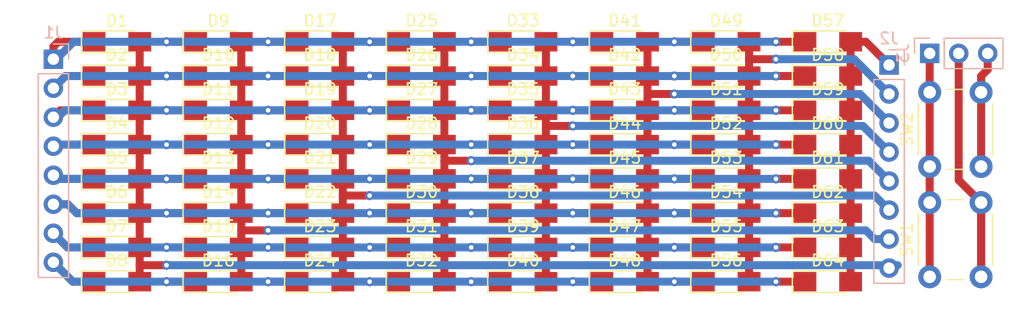
<source format=kicad_pcb>
(kicad_pcb (version 20171130) (host pcbnew "(5.0.0-rc2-dev-769-g8f6ae7040)")

  (general
    (thickness 1.6)
    (drawings 0)
    (tracks 402)
    (zones 0)
    (modules 69)
    (nets 20)
  )

  (page A4)
  (layers
    (0 F.Cu signal)
    (31 B.Cu signal)
    (32 B.Adhes user)
    (33 F.Adhes user)
    (34 B.Paste user)
    (35 F.Paste user)
    (36 B.SilkS user)
    (37 F.SilkS user)
    (38 B.Mask user)
    (39 F.Mask user)
    (40 Dwgs.User user)
    (41 Cmts.User user)
    (42 Eco1.User user)
    (43 Eco2.User user)
    (44 Edge.Cuts user)
    (45 Margin user)
    (46 B.CrtYd user)
    (47 F.CrtYd user)
    (48 B.Fab user)
    (49 F.Fab user)
  )

  (setup
    (last_trace_width 0.75)
    (trace_clearance 0.2)
    (zone_clearance 0.508)
    (zone_45_only no)
    (trace_min 0.6)
    (segment_width 0.2)
    (edge_width 0.15)
    (via_size 0.8)
    (via_drill 0.4)
    (via_min_size 0.4)
    (via_min_drill 0.3)
    (uvia_size 0.3)
    (uvia_drill 0.1)
    (uvias_allowed no)
    (uvia_min_size 0.2)
    (uvia_min_drill 0.1)
    (pcb_text_width 0.3)
    (pcb_text_size 1.5 1.5)
    (mod_edge_width 0.15)
    (mod_text_size 1 1)
    (mod_text_width 0.15)
    (pad_size 1.524 1.524)
    (pad_drill 0.762)
    (pad_to_mask_clearance 0.2)
    (aux_axis_origin 0 0)
    (visible_elements FFFFFF7F)
    (pcbplotparams
      (layerselection 0x010fc_ffffffff)
      (usegerberextensions false)
      (usegerberattributes false)
      (usegerberadvancedattributes false)
      (creategerberjobfile false)
      (excludeedgelayer true)
      (linewidth 0.100000)
      (plotframeref false)
      (viasonmask false)
      (mode 1)
      (useauxorigin false)
      (hpglpennumber 1)
      (hpglpenspeed 20)
      (hpglpendiameter 15)
      (psnegative false)
      (psa4output false)
      (plotreference true)
      (plotvalue true)
      (plotinvisibletext false)
      (padsonsilk false)
      (subtractmaskfromsilk false)
      (outputformat 1)
      (mirror false)
      (drillshape 1)
      (scaleselection 1)
      (outputdirectory ""))
  )

  (net 0 "")
  (net 1 "Net-(D1-Pad1)")
  (net 2 "Net-(D1-Pad2)")
  (net 3 "Net-(D10-Pad1)")
  (net 4 "Net-(D11-Pad1)")
  (net 5 "Net-(D12-Pad1)")
  (net 6 "Net-(D13-Pad1)")
  (net 7 "Net-(D14-Pad1)")
  (net 8 "Net-(D15-Pad1)")
  (net 9 "Net-(D16-Pad1)")
  (net 10 "Net-(D10-Pad2)")
  (net 11 "Net-(D17-Pad2)")
  (net 12 "Net-(D25-Pad2)")
  (net 13 "Net-(D33-Pad2)")
  (net 14 "Net-(D41-Pad2)")
  (net 15 "Net-(D49-Pad2)")
  (net 16 "Net-(D57-Pad2)")
  (net 17 "Net-(J3-Pad3)")
  (net 18 "Net-(J3-Pad2)")
  (net 19 "Net-(J3-Pad1)")

  (net_class Default "Dies ist die voreingestellte Netzklasse."
    (clearance 0.2)
    (trace_width 0.75)
    (via_dia 0.8)
    (via_drill 0.4)
    (uvia_dia 0.3)
    (uvia_drill 0.1)
    (diff_pair_gap 0.6)
    (diff_pair_width 0.6)
    (add_net "Net-(D1-Pad1)")
    (add_net "Net-(D1-Pad2)")
    (add_net "Net-(D10-Pad1)")
    (add_net "Net-(D10-Pad2)")
    (add_net "Net-(D11-Pad1)")
    (add_net "Net-(D12-Pad1)")
    (add_net "Net-(D13-Pad1)")
    (add_net "Net-(D14-Pad1)")
    (add_net "Net-(D15-Pad1)")
    (add_net "Net-(D16-Pad1)")
    (add_net "Net-(D17-Pad2)")
    (add_net "Net-(D25-Pad2)")
    (add_net "Net-(D33-Pad2)")
    (add_net "Net-(D41-Pad2)")
    (add_net "Net-(D49-Pad2)")
    (add_net "Net-(D57-Pad2)")
    (add_net "Net-(J3-Pad1)")
    (add_net "Net-(J3-Pad2)")
    (add_net "Net-(J3-Pad3)")
  )

  (module Buttons_Switches_THT:SW_PUSH_6mm (layer F.Cu) (tedit 5923F252) (tstamp 5B0B2EF4)
    (at 94.742 35.052 90)
    (descr https://www.omron.com/ecb/products/pdf/en-b3f.pdf)
    (tags "tact sw push 6mm")
    (path /5B0AA2B0)
    (fp_text reference SW2 (at 3.25 -2 90) (layer F.SilkS)
      (effects (font (size 1 1) (thickness 0.15)))
    )
    (fp_text value SW_Push (at 3.75 6.7 90) (layer F.Fab)
      (effects (font (size 1 1) (thickness 0.15)))
    )
    (fp_text user %R (at 3.25 2.25 90) (layer F.Fab)
      (effects (font (size 1 1) (thickness 0.15)))
    )
    (fp_line (start 3.25 -0.75) (end 6.25 -0.75) (layer F.Fab) (width 0.1))
    (fp_line (start 6.25 -0.75) (end 6.25 5.25) (layer F.Fab) (width 0.1))
    (fp_line (start 6.25 5.25) (end 0.25 5.25) (layer F.Fab) (width 0.1))
    (fp_line (start 0.25 5.25) (end 0.25 -0.75) (layer F.Fab) (width 0.1))
    (fp_line (start 0.25 -0.75) (end 3.25 -0.75) (layer F.Fab) (width 0.1))
    (fp_line (start 7.75 6) (end 8 6) (layer F.CrtYd) (width 0.05))
    (fp_line (start 8 6) (end 8 5.75) (layer F.CrtYd) (width 0.05))
    (fp_line (start 7.75 -1.5) (end 8 -1.5) (layer F.CrtYd) (width 0.05))
    (fp_line (start 8 -1.5) (end 8 -1.25) (layer F.CrtYd) (width 0.05))
    (fp_line (start -1.5 -1.25) (end -1.5 -1.5) (layer F.CrtYd) (width 0.05))
    (fp_line (start -1.5 -1.5) (end -1.25 -1.5) (layer F.CrtYd) (width 0.05))
    (fp_line (start -1.5 5.75) (end -1.5 6) (layer F.CrtYd) (width 0.05))
    (fp_line (start -1.5 6) (end -1.25 6) (layer F.CrtYd) (width 0.05))
    (fp_line (start -1.25 -1.5) (end 7.75 -1.5) (layer F.CrtYd) (width 0.05))
    (fp_line (start -1.5 5.75) (end -1.5 -1.25) (layer F.CrtYd) (width 0.05))
    (fp_line (start 7.75 6) (end -1.25 6) (layer F.CrtYd) (width 0.05))
    (fp_line (start 8 -1.25) (end 8 5.75) (layer F.CrtYd) (width 0.05))
    (fp_line (start 1 5.5) (end 5.5 5.5) (layer F.SilkS) (width 0.12))
    (fp_line (start -0.25 1.5) (end -0.25 3) (layer F.SilkS) (width 0.12))
    (fp_line (start 5.5 -1) (end 1 -1) (layer F.SilkS) (width 0.12))
    (fp_line (start 6.75 3) (end 6.75 1.5) (layer F.SilkS) (width 0.12))
    (fp_circle (center 3.25 2.25) (end 1.25 2.5) (layer F.Fab) (width 0.1))
    (pad 2 thru_hole circle (at 0 4.5 180) (size 2 2) (drill 1.1) (layers *.Cu *.Mask)
      (net 17 "Net-(J3-Pad3)"))
    (pad 1 thru_hole circle (at 0 0 180) (size 2 2) (drill 1.1) (layers *.Cu *.Mask)
      (net 19 "Net-(J3-Pad1)"))
    (pad 2 thru_hole circle (at 6.5 4.5 180) (size 2 2) (drill 1.1) (layers *.Cu *.Mask)
      (net 17 "Net-(J3-Pad3)"))
    (pad 1 thru_hole circle (at 6.5 0 180) (size 2 2) (drill 1.1) (layers *.Cu *.Mask)
      (net 19 "Net-(J3-Pad1)"))
    (model ${KISYS3DMOD}/Buttons_Switches_THT.3dshapes/SW_PUSH_6mm.wrl
      (offset (xyz 0.1269999980926514 0 0))
      (scale (xyz 0.3937 0.3937 0.3937))
      (rotate (xyz 0 0 0))
    )
  )

  (module Pin_Headers:Pin_Header_Straight_1x08_Pitch2.54mm (layer B.Cu) (tedit 59650532) (tstamp 5B0B3078)
    (at 91.186 26.162 180)
    (descr "Through hole straight pin header, 1x08, 2.54mm pitch, single row")
    (tags "Through hole pin header THT 1x08 2.54mm single row")
    (path /5B115755)
    (fp_text reference J2 (at 0 2.33 180) (layer B.SilkS)
      (effects (font (size 1 1) (thickness 0.15)) (justify mirror))
    )
    (fp_text value Conn_01x08 (at 0 -20.11 180) (layer B.Fab)
      (effects (font (size 1 1) (thickness 0.15)) (justify mirror))
    )
    (fp_text user %R (at 0 -8.89 90) (layer B.Fab)
      (effects (font (size 1 1) (thickness 0.15)) (justify mirror))
    )
    (fp_line (start 1.8 1.8) (end -1.8 1.8) (layer B.CrtYd) (width 0.05))
    (fp_line (start 1.8 -19.55) (end 1.8 1.8) (layer B.CrtYd) (width 0.05))
    (fp_line (start -1.8 -19.55) (end 1.8 -19.55) (layer B.CrtYd) (width 0.05))
    (fp_line (start -1.8 1.8) (end -1.8 -19.55) (layer B.CrtYd) (width 0.05))
    (fp_line (start -1.33 1.33) (end 0 1.33) (layer B.SilkS) (width 0.12))
    (fp_line (start -1.33 0) (end -1.33 1.33) (layer B.SilkS) (width 0.12))
    (fp_line (start -1.33 -1.27) (end 1.33 -1.27) (layer B.SilkS) (width 0.12))
    (fp_line (start 1.33 -1.27) (end 1.33 -19.11) (layer B.SilkS) (width 0.12))
    (fp_line (start -1.33 -1.27) (end -1.33 -19.11) (layer B.SilkS) (width 0.12))
    (fp_line (start -1.33 -19.11) (end 1.33 -19.11) (layer B.SilkS) (width 0.12))
    (fp_line (start -1.27 0.635) (end -0.635 1.27) (layer B.Fab) (width 0.1))
    (fp_line (start -1.27 -19.05) (end -1.27 0.635) (layer B.Fab) (width 0.1))
    (fp_line (start 1.27 -19.05) (end -1.27 -19.05) (layer B.Fab) (width 0.1))
    (fp_line (start 1.27 1.27) (end 1.27 -19.05) (layer B.Fab) (width 0.1))
    (fp_line (start -0.635 1.27) (end 1.27 1.27) (layer B.Fab) (width 0.1))
    (pad 8 thru_hole oval (at 0 -17.78 180) (size 1.7 1.7) (drill 1) (layers *.Cu *.Mask)
      (net 2 "Net-(D1-Pad2)"))
    (pad 7 thru_hole oval (at 0 -15.24 180) (size 1.7 1.7) (drill 1) (layers *.Cu *.Mask)
      (net 10 "Net-(D10-Pad2)"))
    (pad 6 thru_hole oval (at 0 -12.7 180) (size 1.7 1.7) (drill 1) (layers *.Cu *.Mask)
      (net 11 "Net-(D17-Pad2)"))
    (pad 5 thru_hole oval (at 0 -10.16 180) (size 1.7 1.7) (drill 1) (layers *.Cu *.Mask)
      (net 12 "Net-(D25-Pad2)"))
    (pad 4 thru_hole oval (at 0 -7.62 180) (size 1.7 1.7) (drill 1) (layers *.Cu *.Mask)
      (net 13 "Net-(D33-Pad2)"))
    (pad 3 thru_hole oval (at 0 -5.08 180) (size 1.7 1.7) (drill 1) (layers *.Cu *.Mask)
      (net 14 "Net-(D41-Pad2)"))
    (pad 2 thru_hole oval (at 0 -2.54 180) (size 1.7 1.7) (drill 1) (layers *.Cu *.Mask)
      (net 15 "Net-(D49-Pad2)"))
    (pad 1 thru_hole rect (at 0 0 180) (size 1.7 1.7) (drill 1) (layers *.Cu *.Mask)
      (net 16 "Net-(D57-Pad2)"))
    (model ${KISYS3DMOD}/Pin_Headers.3dshapes/Pin_Header_Straight_1x08_Pitch2.54mm.wrl
      (at (xyz 0 0 0))
      (scale (xyz 1 1 1))
      (rotate (xyz 0 0 0))
    )
  )

  (module Pin_Headers:Pin_Header_Straight_1x08_Pitch2.54mm (layer B.Cu) (tedit 59650532) (tstamp 5B0AF8B6)
    (at 18.034 25.654 180)
    (descr "Through hole straight pin header, 1x08, 2.54mm pitch, single row")
    (tags "Through hole pin header THT 1x08 2.54mm single row")
    (path /5B115156)
    (fp_text reference J1 (at 0 2.33 180) (layer B.SilkS)
      (effects (font (size 1 1) (thickness 0.15)) (justify mirror))
    )
    (fp_text value Conn_01x08 (at 0 -20.11 180) (layer B.Fab)
      (effects (font (size 1 1) (thickness 0.15)) (justify mirror))
    )
    (fp_text user %R (at 0 -8.89 90) (layer B.Fab)
      (effects (font (size 1 1) (thickness 0.15)) (justify mirror))
    )
    (fp_line (start 1.8 1.8) (end -1.8 1.8) (layer B.CrtYd) (width 0.05))
    (fp_line (start 1.8 -19.55) (end 1.8 1.8) (layer B.CrtYd) (width 0.05))
    (fp_line (start -1.8 -19.55) (end 1.8 -19.55) (layer B.CrtYd) (width 0.05))
    (fp_line (start -1.8 1.8) (end -1.8 -19.55) (layer B.CrtYd) (width 0.05))
    (fp_line (start -1.33 1.33) (end 0 1.33) (layer B.SilkS) (width 0.12))
    (fp_line (start -1.33 0) (end -1.33 1.33) (layer B.SilkS) (width 0.12))
    (fp_line (start -1.33 -1.27) (end 1.33 -1.27) (layer B.SilkS) (width 0.12))
    (fp_line (start 1.33 -1.27) (end 1.33 -19.11) (layer B.SilkS) (width 0.12))
    (fp_line (start -1.33 -1.27) (end -1.33 -19.11) (layer B.SilkS) (width 0.12))
    (fp_line (start -1.33 -19.11) (end 1.33 -19.11) (layer B.SilkS) (width 0.12))
    (fp_line (start -1.27 0.635) (end -0.635 1.27) (layer B.Fab) (width 0.1))
    (fp_line (start -1.27 -19.05) (end -1.27 0.635) (layer B.Fab) (width 0.1))
    (fp_line (start 1.27 -19.05) (end -1.27 -19.05) (layer B.Fab) (width 0.1))
    (fp_line (start 1.27 1.27) (end 1.27 -19.05) (layer B.Fab) (width 0.1))
    (fp_line (start -0.635 1.27) (end 1.27 1.27) (layer B.Fab) (width 0.1))
    (pad 8 thru_hole oval (at 0 -17.78 180) (size 1.7 1.7) (drill 1) (layers *.Cu *.Mask)
      (net 9 "Net-(D16-Pad1)"))
    (pad 7 thru_hole oval (at 0 -15.24 180) (size 1.7 1.7) (drill 1) (layers *.Cu *.Mask)
      (net 8 "Net-(D15-Pad1)"))
    (pad 6 thru_hole oval (at 0 -12.7 180) (size 1.7 1.7) (drill 1) (layers *.Cu *.Mask)
      (net 7 "Net-(D14-Pad1)"))
    (pad 5 thru_hole oval (at 0 -10.16 180) (size 1.7 1.7) (drill 1) (layers *.Cu *.Mask)
      (net 6 "Net-(D13-Pad1)"))
    (pad 4 thru_hole oval (at 0 -7.62 180) (size 1.7 1.7) (drill 1) (layers *.Cu *.Mask)
      (net 5 "Net-(D12-Pad1)"))
    (pad 3 thru_hole oval (at 0 -5.08 180) (size 1.7 1.7) (drill 1) (layers *.Cu *.Mask)
      (net 4 "Net-(D11-Pad1)"))
    (pad 2 thru_hole oval (at 0 -2.54 180) (size 1.7 1.7) (drill 1) (layers *.Cu *.Mask)
      (net 3 "Net-(D10-Pad1)"))
    (pad 1 thru_hole rect (at 0 0 180) (size 1.7 1.7) (drill 1) (layers *.Cu *.Mask)
      (net 1 "Net-(D1-Pad1)"))
    (model ${KISYS3DMOD}/Pin_Headers.3dshapes/Pin_Header_Straight_1x08_Pitch2.54mm.wrl
      (at (xyz 0 0 0))
      (scale (xyz 1 1 1))
      (rotate (xyz 0 0 0))
    )
  )

  (module LEDs:LED_1206_HandSoldering (layer F.Cu) (tedit 5B0A6BCA) (tstamp 5B0AD52E)
    (at 85.82 45.13)
    (descr "LED SMD 1206, hand soldering")
    (tags "LED 1206")
    (path /5B0ACB17)
    (attr smd)
    (fp_text reference D64 (at 0 -1.85) (layer F.SilkS)
      (effects (font (size 1 1) (thickness 0.15)))
    )
    (fp_text value LED (at 0 1.9) (layer F.Fab)
      (effects (font (size 1 1) (thickness 0.15)))
    )
    (fp_line (start 3.25 1.1) (end -3.25 1.1) (layer F.CrtYd) (width 0.05))
    (fp_line (start 3.25 1.1) (end 3.25 -1.11) (layer F.CrtYd) (width 0.05))
    (fp_line (start -3.25 -1.11) (end -3.25 1.1) (layer F.CrtYd) (width 0.05))
    (fp_line (start -3.25 -1.11) (end 3.25 -1.11) (layer F.CrtYd) (width 0.05))
    (fp_line (start -3.1 -0.95) (end 1.6 -0.95) (layer F.SilkS) (width 0.12))
    (fp_line (start -3.1 0.95) (end 1.6 0.95) (layer F.SilkS) (width 0.12))
    (fp_line (start -1.6 -0.8) (end 1.6 -0.8) (layer F.Fab) (width 0.1))
    (fp_line (start 1.6 -0.8) (end 1.6 0.8) (layer F.Fab) (width 0.1))
    (fp_line (start 1.6 0.8) (end -1.6 0.8) (layer F.Fab) (width 0.1))
    (fp_line (start -1.6 0.8) (end -1.6 -0.8) (layer F.Fab) (width 0.1))
    (fp_line (start -0.45 -0.4) (end -0.45 0.4) (layer F.Fab) (width 0.1))
    (fp_line (start 0.2 0.4) (end -0.4 0) (layer F.Fab) (width 0.1))
    (fp_line (start 0.2 -0.4) (end 0.2 0.4) (layer F.Fab) (width 0.1))
    (fp_line (start -0.4 0) (end 0.2 -0.4) (layer F.Fab) (width 0.1))
    (fp_line (start -3.1 -0.95) (end -3.1 0.95) (layer F.SilkS) (width 0.12))
    (pad 2 smd rect (at 2 0) (size 2 1.7) (layers F.Cu F.Paste F.Mask)
      (net 16 "Net-(D57-Pad2)"))
    (pad 1 smd rect (at -2 0) (size 2 1.7) (layers F.Cu F.Paste F.Mask)
      (net 9 "Net-(D16-Pad1)"))
    (model ${KISYS3DMOD}/LEDs.3dshapes/LED_1206.wrl
      (at (xyz 0 0 0))
      (scale (xyz 1 1 1))
      (rotate (xyz 0 0 180))
    )
  )

  (module LEDs:LED_1206_HandSoldering (layer F.Cu) (tedit 5B0A6BAE) (tstamp 5B0AD51A)
    (at 76.93 45.13)
    (descr "LED SMD 1206, hand soldering")
    (tags "LED 1206")
    (path /5B0A66FC)
    (attr smd)
    (fp_text reference D56 (at 0 -1.85) (layer F.SilkS)
      (effects (font (size 1 1) (thickness 0.15)))
    )
    (fp_text value LED (at 0 1.9) (layer F.Fab)
      (effects (font (size 1 1) (thickness 0.15)))
    )
    (fp_line (start 3.25 1.1) (end -3.25 1.1) (layer F.CrtYd) (width 0.05))
    (fp_line (start 3.25 1.1) (end 3.25 -1.11) (layer F.CrtYd) (width 0.05))
    (fp_line (start -3.25 -1.11) (end -3.25 1.1) (layer F.CrtYd) (width 0.05))
    (fp_line (start -3.25 -1.11) (end 3.25 -1.11) (layer F.CrtYd) (width 0.05))
    (fp_line (start -3.1 -0.95) (end 1.6 -0.95) (layer F.SilkS) (width 0.12))
    (fp_line (start -3.1 0.95) (end 1.6 0.95) (layer F.SilkS) (width 0.12))
    (fp_line (start -1.6 -0.8) (end 1.6 -0.8) (layer F.Fab) (width 0.1))
    (fp_line (start 1.6 -0.8) (end 1.6 0.8) (layer F.Fab) (width 0.1))
    (fp_line (start 1.6 0.8) (end -1.6 0.8) (layer F.Fab) (width 0.1))
    (fp_line (start -1.6 0.8) (end -1.6 -0.8) (layer F.Fab) (width 0.1))
    (fp_line (start -0.45 -0.4) (end -0.45 0.4) (layer F.Fab) (width 0.1))
    (fp_line (start 0.2 0.4) (end -0.4 0) (layer F.Fab) (width 0.1))
    (fp_line (start 0.2 -0.4) (end 0.2 0.4) (layer F.Fab) (width 0.1))
    (fp_line (start -0.4 0) (end 0.2 -0.4) (layer F.Fab) (width 0.1))
    (fp_line (start -3.1 -0.95) (end -3.1 0.95) (layer F.SilkS) (width 0.12))
    (pad 2 smd rect (at 2 0) (size 2 1.7) (layers F.Cu F.Paste F.Mask)
      (net 15 "Net-(D49-Pad2)"))
    (pad 1 smd rect (at -2 0) (size 2 1.7) (layers F.Cu F.Paste F.Mask)
      (net 9 "Net-(D16-Pad1)"))
    (model ${KISYS3DMOD}/LEDs.3dshapes/LED_1206.wrl
      (at (xyz 0 0 0))
      (scale (xyz 1 1 1))
      (rotate (xyz 0 0 180))
    )
  )

  (module LEDs:LED_1206_HandSoldering (layer F.Cu) (tedit 5B0A6B89) (tstamp 5B0AD506)
    (at 68.04 45.13)
    (descr "LED SMD 1206, hand soldering")
    (tags "LED 1206")
    (path /5B0A1C1D)
    (attr smd)
    (fp_text reference D48 (at 0 -1.85) (layer F.SilkS)
      (effects (font (size 1 1) (thickness 0.15)))
    )
    (fp_text value LED (at 0 1.9) (layer F.Fab)
      (effects (font (size 1 1) (thickness 0.15)))
    )
    (fp_line (start 3.25 1.1) (end -3.25 1.1) (layer F.CrtYd) (width 0.05))
    (fp_line (start 3.25 1.1) (end 3.25 -1.11) (layer F.CrtYd) (width 0.05))
    (fp_line (start -3.25 -1.11) (end -3.25 1.1) (layer F.CrtYd) (width 0.05))
    (fp_line (start -3.25 -1.11) (end 3.25 -1.11) (layer F.CrtYd) (width 0.05))
    (fp_line (start -3.1 -0.95) (end 1.6 -0.95) (layer F.SilkS) (width 0.12))
    (fp_line (start -3.1 0.95) (end 1.6 0.95) (layer F.SilkS) (width 0.12))
    (fp_line (start -1.6 -0.8) (end 1.6 -0.8) (layer F.Fab) (width 0.1))
    (fp_line (start 1.6 -0.8) (end 1.6 0.8) (layer F.Fab) (width 0.1))
    (fp_line (start 1.6 0.8) (end -1.6 0.8) (layer F.Fab) (width 0.1))
    (fp_line (start -1.6 0.8) (end -1.6 -0.8) (layer F.Fab) (width 0.1))
    (fp_line (start -0.45 -0.4) (end -0.45 0.4) (layer F.Fab) (width 0.1))
    (fp_line (start 0.2 0.4) (end -0.4 0) (layer F.Fab) (width 0.1))
    (fp_line (start 0.2 -0.4) (end 0.2 0.4) (layer F.Fab) (width 0.1))
    (fp_line (start -0.4 0) (end 0.2 -0.4) (layer F.Fab) (width 0.1))
    (fp_line (start -3.1 -0.95) (end -3.1 0.95) (layer F.SilkS) (width 0.12))
    (pad 2 smd rect (at 2 0) (size 2 1.7) (layers F.Cu F.Paste F.Mask)
      (net 14 "Net-(D41-Pad2)"))
    (pad 1 smd rect (at -2 0) (size 2 1.7) (layers F.Cu F.Paste F.Mask)
      (net 9 "Net-(D16-Pad1)"))
    (model ${KISYS3DMOD}/LEDs.3dshapes/LED_1206.wrl
      (at (xyz 0 0 0))
      (scale (xyz 1 1 1))
      (rotate (xyz 0 0 180))
    )
  )

  (module LEDs:LED_1206_HandSoldering (layer F.Cu) (tedit 5B0A6B50) (tstamp 5B0AD4F2)
    (at 59.15 45.13)
    (descr "LED SMD 1206, hand soldering")
    (tags "LED 1206")
    (path /5B09E73A)
    (attr smd)
    (fp_text reference D40 (at 0 -1.85) (layer F.SilkS)
      (effects (font (size 1 1) (thickness 0.15)))
    )
    (fp_text value LED (at 0 1.9) (layer F.Fab)
      (effects (font (size 1 1) (thickness 0.15)))
    )
    (fp_line (start 3.25 1.1) (end -3.25 1.1) (layer F.CrtYd) (width 0.05))
    (fp_line (start 3.25 1.1) (end 3.25 -1.11) (layer F.CrtYd) (width 0.05))
    (fp_line (start -3.25 -1.11) (end -3.25 1.1) (layer F.CrtYd) (width 0.05))
    (fp_line (start -3.25 -1.11) (end 3.25 -1.11) (layer F.CrtYd) (width 0.05))
    (fp_line (start -3.1 -0.95) (end 1.6 -0.95) (layer F.SilkS) (width 0.12))
    (fp_line (start -3.1 0.95) (end 1.6 0.95) (layer F.SilkS) (width 0.12))
    (fp_line (start -1.6 -0.8) (end 1.6 -0.8) (layer F.Fab) (width 0.1))
    (fp_line (start 1.6 -0.8) (end 1.6 0.8) (layer F.Fab) (width 0.1))
    (fp_line (start 1.6 0.8) (end -1.6 0.8) (layer F.Fab) (width 0.1))
    (fp_line (start -1.6 0.8) (end -1.6 -0.8) (layer F.Fab) (width 0.1))
    (fp_line (start -0.45 -0.4) (end -0.45 0.4) (layer F.Fab) (width 0.1))
    (fp_line (start 0.2 0.4) (end -0.4 0) (layer F.Fab) (width 0.1))
    (fp_line (start 0.2 -0.4) (end 0.2 0.4) (layer F.Fab) (width 0.1))
    (fp_line (start -0.4 0) (end 0.2 -0.4) (layer F.Fab) (width 0.1))
    (fp_line (start -3.1 -0.95) (end -3.1 0.95) (layer F.SilkS) (width 0.12))
    (pad 2 smd rect (at 2 0) (size 2 1.7) (layers F.Cu F.Paste F.Mask)
      (net 13 "Net-(D33-Pad2)"))
    (pad 1 smd rect (at -2 0) (size 2 1.7) (layers F.Cu F.Paste F.Mask)
      (net 9 "Net-(D16-Pad1)"))
    (model ${KISYS3DMOD}/LEDs.3dshapes/LED_1206.wrl
      (at (xyz 0 0 0))
      (scale (xyz 1 1 1))
      (rotate (xyz 0 0 180))
    )
  )

  (module LEDs:LED_1206_HandSoldering (layer F.Cu) (tedit 5B0A6B14) (tstamp 5B0AD4DE)
    (at 50.26 45.13)
    (descr "LED SMD 1206, hand soldering")
    (tags "LED 1206")
    (path /5B09C1F3)
    (attr smd)
    (fp_text reference D32 (at 0 -1.85) (layer F.SilkS)
      (effects (font (size 1 1) (thickness 0.15)))
    )
    (fp_text value LED (at 0 1.9) (layer F.Fab)
      (effects (font (size 1 1) (thickness 0.15)))
    )
    (fp_line (start 3.25 1.1) (end -3.25 1.1) (layer F.CrtYd) (width 0.05))
    (fp_line (start 3.25 1.1) (end 3.25 -1.11) (layer F.CrtYd) (width 0.05))
    (fp_line (start -3.25 -1.11) (end -3.25 1.1) (layer F.CrtYd) (width 0.05))
    (fp_line (start -3.25 -1.11) (end 3.25 -1.11) (layer F.CrtYd) (width 0.05))
    (fp_line (start -3.1 -0.95) (end 1.6 -0.95) (layer F.SilkS) (width 0.12))
    (fp_line (start -3.1 0.95) (end 1.6 0.95) (layer F.SilkS) (width 0.12))
    (fp_line (start -1.6 -0.8) (end 1.6 -0.8) (layer F.Fab) (width 0.1))
    (fp_line (start 1.6 -0.8) (end 1.6 0.8) (layer F.Fab) (width 0.1))
    (fp_line (start 1.6 0.8) (end -1.6 0.8) (layer F.Fab) (width 0.1))
    (fp_line (start -1.6 0.8) (end -1.6 -0.8) (layer F.Fab) (width 0.1))
    (fp_line (start -0.45 -0.4) (end -0.45 0.4) (layer F.Fab) (width 0.1))
    (fp_line (start 0.2 0.4) (end -0.4 0) (layer F.Fab) (width 0.1))
    (fp_line (start 0.2 -0.4) (end 0.2 0.4) (layer F.Fab) (width 0.1))
    (fp_line (start -0.4 0) (end 0.2 -0.4) (layer F.Fab) (width 0.1))
    (fp_line (start -3.1 -0.95) (end -3.1 0.95) (layer F.SilkS) (width 0.12))
    (pad 2 smd rect (at 2 0) (size 2 1.7) (layers F.Cu F.Paste F.Mask)
      (net 12 "Net-(D25-Pad2)"))
    (pad 1 smd rect (at -2 0) (size 2 1.7) (layers F.Cu F.Paste F.Mask)
      (net 9 "Net-(D16-Pad1)"))
    (model ${KISYS3DMOD}/LEDs.3dshapes/LED_1206.wrl
      (at (xyz 0 0 0))
      (scale (xyz 1 1 1))
      (rotate (xyz 0 0 180))
    )
  )

  (module LEDs:LED_1206_HandSoldering (layer F.Cu) (tedit 5B0A6A7C) (tstamp 5B0AD4CA)
    (at 41.37 45.13)
    (descr "LED SMD 1206, hand soldering")
    (tags "LED 1206")
    (path /5B09AC88)
    (attr smd)
    (fp_text reference D24 (at 0 -1.85) (layer F.SilkS)
      (effects (font (size 1 1) (thickness 0.15)))
    )
    (fp_text value LED (at 0 1.9) (layer F.Fab)
      (effects (font (size 1 1) (thickness 0.15)))
    )
    (fp_line (start 3.25 1.1) (end -3.25 1.1) (layer F.CrtYd) (width 0.05))
    (fp_line (start 3.25 1.1) (end 3.25 -1.11) (layer F.CrtYd) (width 0.05))
    (fp_line (start -3.25 -1.11) (end -3.25 1.1) (layer F.CrtYd) (width 0.05))
    (fp_line (start -3.25 -1.11) (end 3.25 -1.11) (layer F.CrtYd) (width 0.05))
    (fp_line (start -3.1 -0.95) (end 1.6 -0.95) (layer F.SilkS) (width 0.12))
    (fp_line (start -3.1 0.95) (end 1.6 0.95) (layer F.SilkS) (width 0.12))
    (fp_line (start -1.6 -0.8) (end 1.6 -0.8) (layer F.Fab) (width 0.1))
    (fp_line (start 1.6 -0.8) (end 1.6 0.8) (layer F.Fab) (width 0.1))
    (fp_line (start 1.6 0.8) (end -1.6 0.8) (layer F.Fab) (width 0.1))
    (fp_line (start -1.6 0.8) (end -1.6 -0.8) (layer F.Fab) (width 0.1))
    (fp_line (start -0.45 -0.4) (end -0.45 0.4) (layer F.Fab) (width 0.1))
    (fp_line (start 0.2 0.4) (end -0.4 0) (layer F.Fab) (width 0.1))
    (fp_line (start 0.2 -0.4) (end 0.2 0.4) (layer F.Fab) (width 0.1))
    (fp_line (start -0.4 0) (end 0.2 -0.4) (layer F.Fab) (width 0.1))
    (fp_line (start -3.1 -0.95) (end -3.1 0.95) (layer F.SilkS) (width 0.12))
    (pad 2 smd rect (at 2 0) (size 2 1.7) (layers F.Cu F.Paste F.Mask)
      (net 11 "Net-(D17-Pad2)"))
    (pad 1 smd rect (at -2 0) (size 2 1.7) (layers F.Cu F.Paste F.Mask)
      (net 9 "Net-(D16-Pad1)"))
    (model ${KISYS3DMOD}/LEDs.3dshapes/LED_1206.wrl
      (at (xyz 0 0 0))
      (scale (xyz 1 1 1))
      (rotate (xyz 0 0 180))
    )
  )

  (module LEDs:LED_1206_HandSoldering (layer F.Cu) (tedit 5B0A69CE) (tstamp 5B0AD4B6)
    (at 32.48 45.13)
    (descr "LED SMD 1206, hand soldering")
    (tags "LED 1206")
    (path /5B09A159)
    (attr smd)
    (fp_text reference D16 (at 0 -1.85) (layer F.SilkS)
      (effects (font (size 1 1) (thickness 0.15)))
    )
    (fp_text value LED (at 0 1.9) (layer F.Fab)
      (effects (font (size 1 1) (thickness 0.15)))
    )
    (fp_line (start 3.25 1.1) (end -3.25 1.1) (layer F.CrtYd) (width 0.05))
    (fp_line (start 3.25 1.1) (end 3.25 -1.11) (layer F.CrtYd) (width 0.05))
    (fp_line (start -3.25 -1.11) (end -3.25 1.1) (layer F.CrtYd) (width 0.05))
    (fp_line (start -3.25 -1.11) (end 3.25 -1.11) (layer F.CrtYd) (width 0.05))
    (fp_line (start -3.1 -0.95) (end 1.6 -0.95) (layer F.SilkS) (width 0.12))
    (fp_line (start -3.1 0.95) (end 1.6 0.95) (layer F.SilkS) (width 0.12))
    (fp_line (start -1.6 -0.8) (end 1.6 -0.8) (layer F.Fab) (width 0.1))
    (fp_line (start 1.6 -0.8) (end 1.6 0.8) (layer F.Fab) (width 0.1))
    (fp_line (start 1.6 0.8) (end -1.6 0.8) (layer F.Fab) (width 0.1))
    (fp_line (start -1.6 0.8) (end -1.6 -0.8) (layer F.Fab) (width 0.1))
    (fp_line (start -0.45 -0.4) (end -0.45 0.4) (layer F.Fab) (width 0.1))
    (fp_line (start 0.2 0.4) (end -0.4 0) (layer F.Fab) (width 0.1))
    (fp_line (start 0.2 -0.4) (end 0.2 0.4) (layer F.Fab) (width 0.1))
    (fp_line (start -0.4 0) (end 0.2 -0.4) (layer F.Fab) (width 0.1))
    (fp_line (start -3.1 -0.95) (end -3.1 0.95) (layer F.SilkS) (width 0.12))
    (pad 2 smd rect (at 2 0) (size 2 1.7) (layers F.Cu F.Paste F.Mask)
      (net 10 "Net-(D10-Pad2)"))
    (pad 1 smd rect (at -2 0) (size 2 1.7) (layers F.Cu F.Paste F.Mask)
      (net 9 "Net-(D16-Pad1)"))
    (model ${KISYS3DMOD}/LEDs.3dshapes/LED_1206.wrl
      (at (xyz 0 0 0))
      (scale (xyz 1 1 1))
      (rotate (xyz 0 0 180))
    )
  )

  (module LEDs:LED_1206_HandSoldering (layer F.Cu) (tedit 5B0A695B) (tstamp 5B0AD4A2)
    (at 23.59 45.13)
    (descr "LED SMD 1206, hand soldering")
    (tags "LED 1206")
    (path /5B094B63)
    (attr smd)
    (fp_text reference D8 (at 0 -1.85) (layer F.SilkS)
      (effects (font (size 1 1) (thickness 0.15)))
    )
    (fp_text value LED (at 0 1.9) (layer F.Fab)
      (effects (font (size 1 1) (thickness 0.15)))
    )
    (fp_line (start 3.25 1.1) (end -3.25 1.1) (layer F.CrtYd) (width 0.05))
    (fp_line (start 3.25 1.1) (end 3.25 -1.11) (layer F.CrtYd) (width 0.05))
    (fp_line (start -3.25 -1.11) (end -3.25 1.1) (layer F.CrtYd) (width 0.05))
    (fp_line (start -3.25 -1.11) (end 3.25 -1.11) (layer F.CrtYd) (width 0.05))
    (fp_line (start -3.1 -0.95) (end 1.6 -0.95) (layer F.SilkS) (width 0.12))
    (fp_line (start -3.1 0.95) (end 1.6 0.95) (layer F.SilkS) (width 0.12))
    (fp_line (start -1.6 -0.8) (end 1.6 -0.8) (layer F.Fab) (width 0.1))
    (fp_line (start 1.6 -0.8) (end 1.6 0.8) (layer F.Fab) (width 0.1))
    (fp_line (start 1.6 0.8) (end -1.6 0.8) (layer F.Fab) (width 0.1))
    (fp_line (start -1.6 0.8) (end -1.6 -0.8) (layer F.Fab) (width 0.1))
    (fp_line (start -0.45 -0.4) (end -0.45 0.4) (layer F.Fab) (width 0.1))
    (fp_line (start 0.2 0.4) (end -0.4 0) (layer F.Fab) (width 0.1))
    (fp_line (start 0.2 -0.4) (end 0.2 0.4) (layer F.Fab) (width 0.1))
    (fp_line (start -0.4 0) (end 0.2 -0.4) (layer F.Fab) (width 0.1))
    (fp_line (start -3.1 -0.95) (end -3.1 0.95) (layer F.SilkS) (width 0.12))
    (pad 2 smd rect (at 2 0) (size 2 1.7) (layers F.Cu F.Paste F.Mask)
      (net 2 "Net-(D1-Pad2)"))
    (pad 1 smd rect (at -2 0) (size 2 1.7) (layers F.Cu F.Paste F.Mask)
      (net 9 "Net-(D16-Pad1)"))
    (model ${KISYS3DMOD}/LEDs.3dshapes/LED_1206.wrl
      (at (xyz 0 0 0))
      (scale (xyz 1 1 1))
      (rotate (xyz 0 0 180))
    )
  )

  (module LEDs:LED_1206_HandSoldering (layer F.Cu) (tedit 5B0A6BC6) (tstamp 5B0AD48E)
    (at 85.82 42.13)
    (descr "LED SMD 1206, hand soldering")
    (tags "LED 1206")
    (path /5B0ACB10)
    (attr smd)
    (fp_text reference D63 (at 0 -1.85) (layer F.SilkS)
      (effects (font (size 1 1) (thickness 0.15)))
    )
    (fp_text value LED (at 0 1.9) (layer F.Fab)
      (effects (font (size 1 1) (thickness 0.15)))
    )
    (fp_line (start 3.25 1.1) (end -3.25 1.1) (layer F.CrtYd) (width 0.05))
    (fp_line (start 3.25 1.1) (end 3.25 -1.11) (layer F.CrtYd) (width 0.05))
    (fp_line (start -3.25 -1.11) (end -3.25 1.1) (layer F.CrtYd) (width 0.05))
    (fp_line (start -3.25 -1.11) (end 3.25 -1.11) (layer F.CrtYd) (width 0.05))
    (fp_line (start -3.1 -0.95) (end 1.6 -0.95) (layer F.SilkS) (width 0.12))
    (fp_line (start -3.1 0.95) (end 1.6 0.95) (layer F.SilkS) (width 0.12))
    (fp_line (start -1.6 -0.8) (end 1.6 -0.8) (layer F.Fab) (width 0.1))
    (fp_line (start 1.6 -0.8) (end 1.6 0.8) (layer F.Fab) (width 0.1))
    (fp_line (start 1.6 0.8) (end -1.6 0.8) (layer F.Fab) (width 0.1))
    (fp_line (start -1.6 0.8) (end -1.6 -0.8) (layer F.Fab) (width 0.1))
    (fp_line (start -0.45 -0.4) (end -0.45 0.4) (layer F.Fab) (width 0.1))
    (fp_line (start 0.2 0.4) (end -0.4 0) (layer F.Fab) (width 0.1))
    (fp_line (start 0.2 -0.4) (end 0.2 0.4) (layer F.Fab) (width 0.1))
    (fp_line (start -0.4 0) (end 0.2 -0.4) (layer F.Fab) (width 0.1))
    (fp_line (start -3.1 -0.95) (end -3.1 0.95) (layer F.SilkS) (width 0.12))
    (pad 2 smd rect (at 2 0) (size 2 1.7) (layers F.Cu F.Paste F.Mask)
      (net 16 "Net-(D57-Pad2)"))
    (pad 1 smd rect (at -2 0) (size 2 1.7) (layers F.Cu F.Paste F.Mask)
      (net 8 "Net-(D15-Pad1)"))
    (model ${KISYS3DMOD}/LEDs.3dshapes/LED_1206.wrl
      (at (xyz 0 0 0))
      (scale (xyz 1 1 1))
      (rotate (xyz 0 0 180))
    )
  )

  (module LEDs:LED_1206_HandSoldering (layer F.Cu) (tedit 5B0A6BA9) (tstamp 5B0AD47A)
    (at 76.93 42.13)
    (descr "LED SMD 1206, hand soldering")
    (tags "LED 1206")
    (path /5B0A66F5)
    (attr smd)
    (fp_text reference D55 (at 0 -1.85) (layer F.SilkS)
      (effects (font (size 1 1) (thickness 0.15)))
    )
    (fp_text value LED (at 0 1.9) (layer F.Fab)
      (effects (font (size 1 1) (thickness 0.15)))
    )
    (fp_line (start 3.25 1.1) (end -3.25 1.1) (layer F.CrtYd) (width 0.05))
    (fp_line (start 3.25 1.1) (end 3.25 -1.11) (layer F.CrtYd) (width 0.05))
    (fp_line (start -3.25 -1.11) (end -3.25 1.1) (layer F.CrtYd) (width 0.05))
    (fp_line (start -3.25 -1.11) (end 3.25 -1.11) (layer F.CrtYd) (width 0.05))
    (fp_line (start -3.1 -0.95) (end 1.6 -0.95) (layer F.SilkS) (width 0.12))
    (fp_line (start -3.1 0.95) (end 1.6 0.95) (layer F.SilkS) (width 0.12))
    (fp_line (start -1.6 -0.8) (end 1.6 -0.8) (layer F.Fab) (width 0.1))
    (fp_line (start 1.6 -0.8) (end 1.6 0.8) (layer F.Fab) (width 0.1))
    (fp_line (start 1.6 0.8) (end -1.6 0.8) (layer F.Fab) (width 0.1))
    (fp_line (start -1.6 0.8) (end -1.6 -0.8) (layer F.Fab) (width 0.1))
    (fp_line (start -0.45 -0.4) (end -0.45 0.4) (layer F.Fab) (width 0.1))
    (fp_line (start 0.2 0.4) (end -0.4 0) (layer F.Fab) (width 0.1))
    (fp_line (start 0.2 -0.4) (end 0.2 0.4) (layer F.Fab) (width 0.1))
    (fp_line (start -0.4 0) (end 0.2 -0.4) (layer F.Fab) (width 0.1))
    (fp_line (start -3.1 -0.95) (end -3.1 0.95) (layer F.SilkS) (width 0.12))
    (pad 2 smd rect (at 2 0) (size 2 1.7) (layers F.Cu F.Paste F.Mask)
      (net 15 "Net-(D49-Pad2)"))
    (pad 1 smd rect (at -2 0) (size 2 1.7) (layers F.Cu F.Paste F.Mask)
      (net 8 "Net-(D15-Pad1)"))
    (model ${KISYS3DMOD}/LEDs.3dshapes/LED_1206.wrl
      (at (xyz 0 0 0))
      (scale (xyz 1 1 1))
      (rotate (xyz 0 0 180))
    )
  )

  (module LEDs:LED_1206_HandSoldering (layer F.Cu) (tedit 5B0A6B85) (tstamp 5B0AD466)
    (at 68.04 42.13)
    (descr "LED SMD 1206, hand soldering")
    (tags "LED 1206")
    (path /5B0A1C16)
    (attr smd)
    (fp_text reference D47 (at 0 -1.85) (layer F.SilkS)
      (effects (font (size 1 1) (thickness 0.15)))
    )
    (fp_text value LED (at 0 1.9) (layer F.Fab)
      (effects (font (size 1 1) (thickness 0.15)))
    )
    (fp_line (start 3.25 1.1) (end -3.25 1.1) (layer F.CrtYd) (width 0.05))
    (fp_line (start 3.25 1.1) (end 3.25 -1.11) (layer F.CrtYd) (width 0.05))
    (fp_line (start -3.25 -1.11) (end -3.25 1.1) (layer F.CrtYd) (width 0.05))
    (fp_line (start -3.25 -1.11) (end 3.25 -1.11) (layer F.CrtYd) (width 0.05))
    (fp_line (start -3.1 -0.95) (end 1.6 -0.95) (layer F.SilkS) (width 0.12))
    (fp_line (start -3.1 0.95) (end 1.6 0.95) (layer F.SilkS) (width 0.12))
    (fp_line (start -1.6 -0.8) (end 1.6 -0.8) (layer F.Fab) (width 0.1))
    (fp_line (start 1.6 -0.8) (end 1.6 0.8) (layer F.Fab) (width 0.1))
    (fp_line (start 1.6 0.8) (end -1.6 0.8) (layer F.Fab) (width 0.1))
    (fp_line (start -1.6 0.8) (end -1.6 -0.8) (layer F.Fab) (width 0.1))
    (fp_line (start -0.45 -0.4) (end -0.45 0.4) (layer F.Fab) (width 0.1))
    (fp_line (start 0.2 0.4) (end -0.4 0) (layer F.Fab) (width 0.1))
    (fp_line (start 0.2 -0.4) (end 0.2 0.4) (layer F.Fab) (width 0.1))
    (fp_line (start -0.4 0) (end 0.2 -0.4) (layer F.Fab) (width 0.1))
    (fp_line (start -3.1 -0.95) (end -3.1 0.95) (layer F.SilkS) (width 0.12))
    (pad 2 smd rect (at 2 0) (size 2 1.7) (layers F.Cu F.Paste F.Mask)
      (net 14 "Net-(D41-Pad2)"))
    (pad 1 smd rect (at -2 0) (size 2 1.7) (layers F.Cu F.Paste F.Mask)
      (net 8 "Net-(D15-Pad1)"))
    (model ${KISYS3DMOD}/LEDs.3dshapes/LED_1206.wrl
      (at (xyz 0 0 0))
      (scale (xyz 1 1 1))
      (rotate (xyz 0 0 180))
    )
  )

  (module LEDs:LED_1206_HandSoldering (layer F.Cu) (tedit 5B0A6B4C) (tstamp 5B0AD452)
    (at 59.15 42.13)
    (descr "LED SMD 1206, hand soldering")
    (tags "LED 1206")
    (path /5B09E733)
    (attr smd)
    (fp_text reference D39 (at 0 -1.85) (layer F.SilkS)
      (effects (font (size 1 1) (thickness 0.15)))
    )
    (fp_text value LED (at 0 1.9) (layer F.Fab)
      (effects (font (size 1 1) (thickness 0.15)))
    )
    (fp_line (start 3.25 1.1) (end -3.25 1.1) (layer F.CrtYd) (width 0.05))
    (fp_line (start 3.25 1.1) (end 3.25 -1.11) (layer F.CrtYd) (width 0.05))
    (fp_line (start -3.25 -1.11) (end -3.25 1.1) (layer F.CrtYd) (width 0.05))
    (fp_line (start -3.25 -1.11) (end 3.25 -1.11) (layer F.CrtYd) (width 0.05))
    (fp_line (start -3.1 -0.95) (end 1.6 -0.95) (layer F.SilkS) (width 0.12))
    (fp_line (start -3.1 0.95) (end 1.6 0.95) (layer F.SilkS) (width 0.12))
    (fp_line (start -1.6 -0.8) (end 1.6 -0.8) (layer F.Fab) (width 0.1))
    (fp_line (start 1.6 -0.8) (end 1.6 0.8) (layer F.Fab) (width 0.1))
    (fp_line (start 1.6 0.8) (end -1.6 0.8) (layer F.Fab) (width 0.1))
    (fp_line (start -1.6 0.8) (end -1.6 -0.8) (layer F.Fab) (width 0.1))
    (fp_line (start -0.45 -0.4) (end -0.45 0.4) (layer F.Fab) (width 0.1))
    (fp_line (start 0.2 0.4) (end -0.4 0) (layer F.Fab) (width 0.1))
    (fp_line (start 0.2 -0.4) (end 0.2 0.4) (layer F.Fab) (width 0.1))
    (fp_line (start -0.4 0) (end 0.2 -0.4) (layer F.Fab) (width 0.1))
    (fp_line (start -3.1 -0.95) (end -3.1 0.95) (layer F.SilkS) (width 0.12))
    (pad 2 smd rect (at 2 0) (size 2 1.7) (layers F.Cu F.Paste F.Mask)
      (net 13 "Net-(D33-Pad2)"))
    (pad 1 smd rect (at -2 0) (size 2 1.7) (layers F.Cu F.Paste F.Mask)
      (net 8 "Net-(D15-Pad1)"))
    (model ${KISYS3DMOD}/LEDs.3dshapes/LED_1206.wrl
      (at (xyz 0 0 0))
      (scale (xyz 1 1 1))
      (rotate (xyz 0 0 180))
    )
  )

  (module LEDs:LED_1206_HandSoldering (layer F.Cu) (tedit 5B0A6B12) (tstamp 5B0AD43E)
    (at 50.26 42.13)
    (descr "LED SMD 1206, hand soldering")
    (tags "LED 1206")
    (path /5B09C1EC)
    (attr smd)
    (fp_text reference D31 (at 0 -1.85) (layer F.SilkS)
      (effects (font (size 1 1) (thickness 0.15)))
    )
    (fp_text value LED (at 0 1.9) (layer F.Fab)
      (effects (font (size 1 1) (thickness 0.15)))
    )
    (fp_line (start 3.25 1.1) (end -3.25 1.1) (layer F.CrtYd) (width 0.05))
    (fp_line (start 3.25 1.1) (end 3.25 -1.11) (layer F.CrtYd) (width 0.05))
    (fp_line (start -3.25 -1.11) (end -3.25 1.1) (layer F.CrtYd) (width 0.05))
    (fp_line (start -3.25 -1.11) (end 3.25 -1.11) (layer F.CrtYd) (width 0.05))
    (fp_line (start -3.1 -0.95) (end 1.6 -0.95) (layer F.SilkS) (width 0.12))
    (fp_line (start -3.1 0.95) (end 1.6 0.95) (layer F.SilkS) (width 0.12))
    (fp_line (start -1.6 -0.8) (end 1.6 -0.8) (layer F.Fab) (width 0.1))
    (fp_line (start 1.6 -0.8) (end 1.6 0.8) (layer F.Fab) (width 0.1))
    (fp_line (start 1.6 0.8) (end -1.6 0.8) (layer F.Fab) (width 0.1))
    (fp_line (start -1.6 0.8) (end -1.6 -0.8) (layer F.Fab) (width 0.1))
    (fp_line (start -0.45 -0.4) (end -0.45 0.4) (layer F.Fab) (width 0.1))
    (fp_line (start 0.2 0.4) (end -0.4 0) (layer F.Fab) (width 0.1))
    (fp_line (start 0.2 -0.4) (end 0.2 0.4) (layer F.Fab) (width 0.1))
    (fp_line (start -0.4 0) (end 0.2 -0.4) (layer F.Fab) (width 0.1))
    (fp_line (start -3.1 -0.95) (end -3.1 0.95) (layer F.SilkS) (width 0.12))
    (pad 2 smd rect (at 2 0) (size 2 1.7) (layers F.Cu F.Paste F.Mask)
      (net 12 "Net-(D25-Pad2)"))
    (pad 1 smd rect (at -2 0) (size 2 1.7) (layers F.Cu F.Paste F.Mask)
      (net 8 "Net-(D15-Pad1)"))
    (model ${KISYS3DMOD}/LEDs.3dshapes/LED_1206.wrl
      (at (xyz 0 0 0))
      (scale (xyz 1 1 1))
      (rotate (xyz 0 0 180))
    )
  )

  (module LEDs:LED_1206_HandSoldering (layer F.Cu) (tedit 5B0A6A73) (tstamp 5B0AD42A)
    (at 41.37 42.13)
    (descr "LED SMD 1206, hand soldering")
    (tags "LED 1206")
    (path /5B09AC81)
    (attr smd)
    (fp_text reference D23 (at 0 -1.85) (layer F.SilkS)
      (effects (font (size 1 1) (thickness 0.15)))
    )
    (fp_text value LED (at 0 1.9) (layer F.Fab)
      (effects (font (size 1 1) (thickness 0.15)))
    )
    (fp_line (start 3.25 1.1) (end -3.25 1.1) (layer F.CrtYd) (width 0.05))
    (fp_line (start 3.25 1.1) (end 3.25 -1.11) (layer F.CrtYd) (width 0.05))
    (fp_line (start -3.25 -1.11) (end -3.25 1.1) (layer F.CrtYd) (width 0.05))
    (fp_line (start -3.25 -1.11) (end 3.25 -1.11) (layer F.CrtYd) (width 0.05))
    (fp_line (start -3.1 -0.95) (end 1.6 -0.95) (layer F.SilkS) (width 0.12))
    (fp_line (start -3.1 0.95) (end 1.6 0.95) (layer F.SilkS) (width 0.12))
    (fp_line (start -1.6 -0.8) (end 1.6 -0.8) (layer F.Fab) (width 0.1))
    (fp_line (start 1.6 -0.8) (end 1.6 0.8) (layer F.Fab) (width 0.1))
    (fp_line (start 1.6 0.8) (end -1.6 0.8) (layer F.Fab) (width 0.1))
    (fp_line (start -1.6 0.8) (end -1.6 -0.8) (layer F.Fab) (width 0.1))
    (fp_line (start -0.45 -0.4) (end -0.45 0.4) (layer F.Fab) (width 0.1))
    (fp_line (start 0.2 0.4) (end -0.4 0) (layer F.Fab) (width 0.1))
    (fp_line (start 0.2 -0.4) (end 0.2 0.4) (layer F.Fab) (width 0.1))
    (fp_line (start -0.4 0) (end 0.2 -0.4) (layer F.Fab) (width 0.1))
    (fp_line (start -3.1 -0.95) (end -3.1 0.95) (layer F.SilkS) (width 0.12))
    (pad 2 smd rect (at 2 0) (size 2 1.7) (layers F.Cu F.Paste F.Mask)
      (net 11 "Net-(D17-Pad2)"))
    (pad 1 smd rect (at -2 0) (size 2 1.7) (layers F.Cu F.Paste F.Mask)
      (net 8 "Net-(D15-Pad1)"))
    (model ${KISYS3DMOD}/LEDs.3dshapes/LED_1206.wrl
      (at (xyz 0 0 0))
      (scale (xyz 1 1 1))
      (rotate (xyz 0 0 180))
    )
  )

  (module LEDs:LED_1206_HandSoldering (layer F.Cu) (tedit 5B0A69C8) (tstamp 5B0AD416)
    (at 32.48 42.13)
    (descr "LED SMD 1206, hand soldering")
    (tags "LED 1206")
    (path /5B09A152)
    (attr smd)
    (fp_text reference D15 (at 0 -1.85) (layer F.SilkS)
      (effects (font (size 1 1) (thickness 0.15)))
    )
    (fp_text value LED (at 0 1.9) (layer F.Fab)
      (effects (font (size 1 1) (thickness 0.15)))
    )
    (fp_line (start 3.25 1.1) (end -3.25 1.1) (layer F.CrtYd) (width 0.05))
    (fp_line (start 3.25 1.1) (end 3.25 -1.11) (layer F.CrtYd) (width 0.05))
    (fp_line (start -3.25 -1.11) (end -3.25 1.1) (layer F.CrtYd) (width 0.05))
    (fp_line (start -3.25 -1.11) (end 3.25 -1.11) (layer F.CrtYd) (width 0.05))
    (fp_line (start -3.1 -0.95) (end 1.6 -0.95) (layer F.SilkS) (width 0.12))
    (fp_line (start -3.1 0.95) (end 1.6 0.95) (layer F.SilkS) (width 0.12))
    (fp_line (start -1.6 -0.8) (end 1.6 -0.8) (layer F.Fab) (width 0.1))
    (fp_line (start 1.6 -0.8) (end 1.6 0.8) (layer F.Fab) (width 0.1))
    (fp_line (start 1.6 0.8) (end -1.6 0.8) (layer F.Fab) (width 0.1))
    (fp_line (start -1.6 0.8) (end -1.6 -0.8) (layer F.Fab) (width 0.1))
    (fp_line (start -0.45 -0.4) (end -0.45 0.4) (layer F.Fab) (width 0.1))
    (fp_line (start 0.2 0.4) (end -0.4 0) (layer F.Fab) (width 0.1))
    (fp_line (start 0.2 -0.4) (end 0.2 0.4) (layer F.Fab) (width 0.1))
    (fp_line (start -0.4 0) (end 0.2 -0.4) (layer F.Fab) (width 0.1))
    (fp_line (start -3.1 -0.95) (end -3.1 0.95) (layer F.SilkS) (width 0.12))
    (pad 2 smd rect (at 2 0) (size 2 1.7) (layers F.Cu F.Paste F.Mask)
      (net 10 "Net-(D10-Pad2)"))
    (pad 1 smd rect (at -2 0) (size 2 1.7) (layers F.Cu F.Paste F.Mask)
      (net 8 "Net-(D15-Pad1)"))
    (model ${KISYS3DMOD}/LEDs.3dshapes/LED_1206.wrl
      (at (xyz 0 0 0))
      (scale (xyz 1 1 1))
      (rotate (xyz 0 0 180))
    )
  )

  (module LEDs:LED_1206_HandSoldering (layer F.Cu) (tedit 5B0A6954) (tstamp 5B0AD402)
    (at 23.59 42.13)
    (descr "LED SMD 1206, hand soldering")
    (tags "LED 1206")
    (path /5B094B46)
    (attr smd)
    (fp_text reference D7 (at 0 -1.85) (layer F.SilkS)
      (effects (font (size 1 1) (thickness 0.15)))
    )
    (fp_text value LED (at 0 1.9) (layer F.Fab)
      (effects (font (size 1 1) (thickness 0.15)))
    )
    (fp_line (start 3.25 1.1) (end -3.25 1.1) (layer F.CrtYd) (width 0.05))
    (fp_line (start 3.25 1.1) (end 3.25 -1.11) (layer F.CrtYd) (width 0.05))
    (fp_line (start -3.25 -1.11) (end -3.25 1.1) (layer F.CrtYd) (width 0.05))
    (fp_line (start -3.25 -1.11) (end 3.25 -1.11) (layer F.CrtYd) (width 0.05))
    (fp_line (start -3.1 -0.95) (end 1.6 -0.95) (layer F.SilkS) (width 0.12))
    (fp_line (start -3.1 0.95) (end 1.6 0.95) (layer F.SilkS) (width 0.12))
    (fp_line (start -1.6 -0.8) (end 1.6 -0.8) (layer F.Fab) (width 0.1))
    (fp_line (start 1.6 -0.8) (end 1.6 0.8) (layer F.Fab) (width 0.1))
    (fp_line (start 1.6 0.8) (end -1.6 0.8) (layer F.Fab) (width 0.1))
    (fp_line (start -1.6 0.8) (end -1.6 -0.8) (layer F.Fab) (width 0.1))
    (fp_line (start -0.45 -0.4) (end -0.45 0.4) (layer F.Fab) (width 0.1))
    (fp_line (start 0.2 0.4) (end -0.4 0) (layer F.Fab) (width 0.1))
    (fp_line (start 0.2 -0.4) (end 0.2 0.4) (layer F.Fab) (width 0.1))
    (fp_line (start -0.4 0) (end 0.2 -0.4) (layer F.Fab) (width 0.1))
    (fp_line (start -3.1 -0.95) (end -3.1 0.95) (layer F.SilkS) (width 0.12))
    (pad 2 smd rect (at 2 0) (size 2 1.7) (layers F.Cu F.Paste F.Mask)
      (net 2 "Net-(D1-Pad2)"))
    (pad 1 smd rect (at -2 0) (size 2 1.7) (layers F.Cu F.Paste F.Mask)
      (net 8 "Net-(D15-Pad1)"))
    (model ${KISYS3DMOD}/LEDs.3dshapes/LED_1206.wrl
      (at (xyz 0 0 0))
      (scale (xyz 1 1 1))
      (rotate (xyz 0 0 180))
    )
  )

  (module LEDs:LED_1206_HandSoldering (layer F.Cu) (tedit 5B0A6BC4) (tstamp 5B0AD3EE)
    (at 85.82 39.13)
    (descr "LED SMD 1206, hand soldering")
    (tags "LED 1206")
    (path /5B0ACB09)
    (attr smd)
    (fp_text reference D62 (at 0 -1.85) (layer F.SilkS)
      (effects (font (size 1 1) (thickness 0.15)))
    )
    (fp_text value LED (at 0 1.9) (layer F.Fab)
      (effects (font (size 1 1) (thickness 0.15)))
    )
    (fp_line (start 3.25 1.1) (end -3.25 1.1) (layer F.CrtYd) (width 0.05))
    (fp_line (start 3.25 1.1) (end 3.25 -1.11) (layer F.CrtYd) (width 0.05))
    (fp_line (start -3.25 -1.11) (end -3.25 1.1) (layer F.CrtYd) (width 0.05))
    (fp_line (start -3.25 -1.11) (end 3.25 -1.11) (layer F.CrtYd) (width 0.05))
    (fp_line (start -3.1 -0.95) (end 1.6 -0.95) (layer F.SilkS) (width 0.12))
    (fp_line (start -3.1 0.95) (end 1.6 0.95) (layer F.SilkS) (width 0.12))
    (fp_line (start -1.6 -0.8) (end 1.6 -0.8) (layer F.Fab) (width 0.1))
    (fp_line (start 1.6 -0.8) (end 1.6 0.8) (layer F.Fab) (width 0.1))
    (fp_line (start 1.6 0.8) (end -1.6 0.8) (layer F.Fab) (width 0.1))
    (fp_line (start -1.6 0.8) (end -1.6 -0.8) (layer F.Fab) (width 0.1))
    (fp_line (start -0.45 -0.4) (end -0.45 0.4) (layer F.Fab) (width 0.1))
    (fp_line (start 0.2 0.4) (end -0.4 0) (layer F.Fab) (width 0.1))
    (fp_line (start 0.2 -0.4) (end 0.2 0.4) (layer F.Fab) (width 0.1))
    (fp_line (start -0.4 0) (end 0.2 -0.4) (layer F.Fab) (width 0.1))
    (fp_line (start -3.1 -0.95) (end -3.1 0.95) (layer F.SilkS) (width 0.12))
    (pad 2 smd rect (at 2 0) (size 2 1.7) (layers F.Cu F.Paste F.Mask)
      (net 16 "Net-(D57-Pad2)"))
    (pad 1 smd rect (at -2 0) (size 2 1.7) (layers F.Cu F.Paste F.Mask)
      (net 7 "Net-(D14-Pad1)"))
    (model ${KISYS3DMOD}/LEDs.3dshapes/LED_1206.wrl
      (at (xyz 0 0 0))
      (scale (xyz 1 1 1))
      (rotate (xyz 0 0 180))
    )
  )

  (module LEDs:LED_1206_HandSoldering (layer F.Cu) (tedit 5B0A6BA0) (tstamp 5B0AD3DA)
    (at 76.93 39.13)
    (descr "LED SMD 1206, hand soldering")
    (tags "LED 1206")
    (path /5B0A66EE)
    (attr smd)
    (fp_text reference D54 (at 0 -1.85) (layer F.SilkS)
      (effects (font (size 1 1) (thickness 0.15)))
    )
    (fp_text value LED (at 0 1.9) (layer F.Fab)
      (effects (font (size 1 1) (thickness 0.15)))
    )
    (fp_line (start 3.25 1.1) (end -3.25 1.1) (layer F.CrtYd) (width 0.05))
    (fp_line (start 3.25 1.1) (end 3.25 -1.11) (layer F.CrtYd) (width 0.05))
    (fp_line (start -3.25 -1.11) (end -3.25 1.1) (layer F.CrtYd) (width 0.05))
    (fp_line (start -3.25 -1.11) (end 3.25 -1.11) (layer F.CrtYd) (width 0.05))
    (fp_line (start -3.1 -0.95) (end 1.6 -0.95) (layer F.SilkS) (width 0.12))
    (fp_line (start -3.1 0.95) (end 1.6 0.95) (layer F.SilkS) (width 0.12))
    (fp_line (start -1.6 -0.8) (end 1.6 -0.8) (layer F.Fab) (width 0.1))
    (fp_line (start 1.6 -0.8) (end 1.6 0.8) (layer F.Fab) (width 0.1))
    (fp_line (start 1.6 0.8) (end -1.6 0.8) (layer F.Fab) (width 0.1))
    (fp_line (start -1.6 0.8) (end -1.6 -0.8) (layer F.Fab) (width 0.1))
    (fp_line (start -0.45 -0.4) (end -0.45 0.4) (layer F.Fab) (width 0.1))
    (fp_line (start 0.2 0.4) (end -0.4 0) (layer F.Fab) (width 0.1))
    (fp_line (start 0.2 -0.4) (end 0.2 0.4) (layer F.Fab) (width 0.1))
    (fp_line (start -0.4 0) (end 0.2 -0.4) (layer F.Fab) (width 0.1))
    (fp_line (start -3.1 -0.95) (end -3.1 0.95) (layer F.SilkS) (width 0.12))
    (pad 2 smd rect (at 2 0) (size 2 1.7) (layers F.Cu F.Paste F.Mask)
      (net 15 "Net-(D49-Pad2)"))
    (pad 1 smd rect (at -2 0) (size 2 1.7) (layers F.Cu F.Paste F.Mask)
      (net 7 "Net-(D14-Pad1)"))
    (model ${KISYS3DMOD}/LEDs.3dshapes/LED_1206.wrl
      (at (xyz 0 0 0))
      (scale (xyz 1 1 1))
      (rotate (xyz 0 0 180))
    )
  )

  (module LEDs:LED_1206_HandSoldering (layer F.Cu) (tedit 5B0A6B82) (tstamp 5B0AD3C6)
    (at 68.04 39.13)
    (descr "LED SMD 1206, hand soldering")
    (tags "LED 1206")
    (path /5B0A1C0F)
    (attr smd)
    (fp_text reference D46 (at 0 -1.85) (layer F.SilkS)
      (effects (font (size 1 1) (thickness 0.15)))
    )
    (fp_text value LED (at 0 1.9) (layer F.Fab)
      (effects (font (size 1 1) (thickness 0.15)))
    )
    (fp_line (start 3.25 1.1) (end -3.25 1.1) (layer F.CrtYd) (width 0.05))
    (fp_line (start 3.25 1.1) (end 3.25 -1.11) (layer F.CrtYd) (width 0.05))
    (fp_line (start -3.25 -1.11) (end -3.25 1.1) (layer F.CrtYd) (width 0.05))
    (fp_line (start -3.25 -1.11) (end 3.25 -1.11) (layer F.CrtYd) (width 0.05))
    (fp_line (start -3.1 -0.95) (end 1.6 -0.95) (layer F.SilkS) (width 0.12))
    (fp_line (start -3.1 0.95) (end 1.6 0.95) (layer F.SilkS) (width 0.12))
    (fp_line (start -1.6 -0.8) (end 1.6 -0.8) (layer F.Fab) (width 0.1))
    (fp_line (start 1.6 -0.8) (end 1.6 0.8) (layer F.Fab) (width 0.1))
    (fp_line (start 1.6 0.8) (end -1.6 0.8) (layer F.Fab) (width 0.1))
    (fp_line (start -1.6 0.8) (end -1.6 -0.8) (layer F.Fab) (width 0.1))
    (fp_line (start -0.45 -0.4) (end -0.45 0.4) (layer F.Fab) (width 0.1))
    (fp_line (start 0.2 0.4) (end -0.4 0) (layer F.Fab) (width 0.1))
    (fp_line (start 0.2 -0.4) (end 0.2 0.4) (layer F.Fab) (width 0.1))
    (fp_line (start -0.4 0) (end 0.2 -0.4) (layer F.Fab) (width 0.1))
    (fp_line (start -3.1 -0.95) (end -3.1 0.95) (layer F.SilkS) (width 0.12))
    (pad 2 smd rect (at 2 0) (size 2 1.7) (layers F.Cu F.Paste F.Mask)
      (net 14 "Net-(D41-Pad2)"))
    (pad 1 smd rect (at -2 0) (size 2 1.7) (layers F.Cu F.Paste F.Mask)
      (net 7 "Net-(D14-Pad1)"))
    (model ${KISYS3DMOD}/LEDs.3dshapes/LED_1206.wrl
      (at (xyz 0 0 0))
      (scale (xyz 1 1 1))
      (rotate (xyz 0 0 180))
    )
  )

  (module LEDs:LED_1206_HandSoldering (layer F.Cu) (tedit 5B0A6B48) (tstamp 5B0AD3B2)
    (at 59.15 39.13)
    (descr "LED SMD 1206, hand soldering")
    (tags "LED 1206")
    (path /5B09E72C)
    (attr smd)
    (fp_text reference D38 (at 0 -1.85) (layer F.SilkS)
      (effects (font (size 1 1) (thickness 0.15)))
    )
    (fp_text value LED (at 0 1.9) (layer F.Fab)
      (effects (font (size 1 1) (thickness 0.15)))
    )
    (fp_line (start 3.25 1.1) (end -3.25 1.1) (layer F.CrtYd) (width 0.05))
    (fp_line (start 3.25 1.1) (end 3.25 -1.11) (layer F.CrtYd) (width 0.05))
    (fp_line (start -3.25 -1.11) (end -3.25 1.1) (layer F.CrtYd) (width 0.05))
    (fp_line (start -3.25 -1.11) (end 3.25 -1.11) (layer F.CrtYd) (width 0.05))
    (fp_line (start -3.1 -0.95) (end 1.6 -0.95) (layer F.SilkS) (width 0.12))
    (fp_line (start -3.1 0.95) (end 1.6 0.95) (layer F.SilkS) (width 0.12))
    (fp_line (start -1.6 -0.8) (end 1.6 -0.8) (layer F.Fab) (width 0.1))
    (fp_line (start 1.6 -0.8) (end 1.6 0.8) (layer F.Fab) (width 0.1))
    (fp_line (start 1.6 0.8) (end -1.6 0.8) (layer F.Fab) (width 0.1))
    (fp_line (start -1.6 0.8) (end -1.6 -0.8) (layer F.Fab) (width 0.1))
    (fp_line (start -0.45 -0.4) (end -0.45 0.4) (layer F.Fab) (width 0.1))
    (fp_line (start 0.2 0.4) (end -0.4 0) (layer F.Fab) (width 0.1))
    (fp_line (start 0.2 -0.4) (end 0.2 0.4) (layer F.Fab) (width 0.1))
    (fp_line (start -0.4 0) (end 0.2 -0.4) (layer F.Fab) (width 0.1))
    (fp_line (start -3.1 -0.95) (end -3.1 0.95) (layer F.SilkS) (width 0.12))
    (pad 2 smd rect (at 2 0) (size 2 1.7) (layers F.Cu F.Paste F.Mask)
      (net 13 "Net-(D33-Pad2)"))
    (pad 1 smd rect (at -2 0) (size 2 1.7) (layers F.Cu F.Paste F.Mask)
      (net 7 "Net-(D14-Pad1)"))
    (model ${KISYS3DMOD}/LEDs.3dshapes/LED_1206.wrl
      (at (xyz 0 0 0))
      (scale (xyz 1 1 1))
      (rotate (xyz 0 0 180))
    )
  )

  (module LEDs:LED_1206_HandSoldering (layer F.Cu) (tedit 5B0A6B0D) (tstamp 5B0AD39E)
    (at 50.26 39.13)
    (descr "LED SMD 1206, hand soldering")
    (tags "LED 1206")
    (path /5B09C1E5)
    (attr smd)
    (fp_text reference D30 (at 0 -1.85) (layer F.SilkS)
      (effects (font (size 1 1) (thickness 0.15)))
    )
    (fp_text value LED (at 0 1.9) (layer F.Fab)
      (effects (font (size 1 1) (thickness 0.15)))
    )
    (fp_line (start 3.25 1.1) (end -3.25 1.1) (layer F.CrtYd) (width 0.05))
    (fp_line (start 3.25 1.1) (end 3.25 -1.11) (layer F.CrtYd) (width 0.05))
    (fp_line (start -3.25 -1.11) (end -3.25 1.1) (layer F.CrtYd) (width 0.05))
    (fp_line (start -3.25 -1.11) (end 3.25 -1.11) (layer F.CrtYd) (width 0.05))
    (fp_line (start -3.1 -0.95) (end 1.6 -0.95) (layer F.SilkS) (width 0.12))
    (fp_line (start -3.1 0.95) (end 1.6 0.95) (layer F.SilkS) (width 0.12))
    (fp_line (start -1.6 -0.8) (end 1.6 -0.8) (layer F.Fab) (width 0.1))
    (fp_line (start 1.6 -0.8) (end 1.6 0.8) (layer F.Fab) (width 0.1))
    (fp_line (start 1.6 0.8) (end -1.6 0.8) (layer F.Fab) (width 0.1))
    (fp_line (start -1.6 0.8) (end -1.6 -0.8) (layer F.Fab) (width 0.1))
    (fp_line (start -0.45 -0.4) (end -0.45 0.4) (layer F.Fab) (width 0.1))
    (fp_line (start 0.2 0.4) (end -0.4 0) (layer F.Fab) (width 0.1))
    (fp_line (start 0.2 -0.4) (end 0.2 0.4) (layer F.Fab) (width 0.1))
    (fp_line (start -0.4 0) (end 0.2 -0.4) (layer F.Fab) (width 0.1))
    (fp_line (start -3.1 -0.95) (end -3.1 0.95) (layer F.SilkS) (width 0.12))
    (pad 2 smd rect (at 2 0) (size 2 1.7) (layers F.Cu F.Paste F.Mask)
      (net 12 "Net-(D25-Pad2)"))
    (pad 1 smd rect (at -2 0) (size 2 1.7) (layers F.Cu F.Paste F.Mask)
      (net 7 "Net-(D14-Pad1)"))
    (model ${KISYS3DMOD}/LEDs.3dshapes/LED_1206.wrl
      (at (xyz 0 0 0))
      (scale (xyz 1 1 1))
      (rotate (xyz 0 0 180))
    )
  )

  (module LEDs:LED_1206_HandSoldering (layer F.Cu) (tedit 5B0A6A6C) (tstamp 5B0AD38A)
    (at 41.37 39.13)
    (descr "LED SMD 1206, hand soldering")
    (tags "LED 1206")
    (path /5B09AC7A)
    (attr smd)
    (fp_text reference D22 (at 0 -1.85) (layer F.SilkS)
      (effects (font (size 1 1) (thickness 0.15)))
    )
    (fp_text value LED (at 0 1.9) (layer F.Fab)
      (effects (font (size 1 1) (thickness 0.15)))
    )
    (fp_line (start 3.25 1.1) (end -3.25 1.1) (layer F.CrtYd) (width 0.05))
    (fp_line (start 3.25 1.1) (end 3.25 -1.11) (layer F.CrtYd) (width 0.05))
    (fp_line (start -3.25 -1.11) (end -3.25 1.1) (layer F.CrtYd) (width 0.05))
    (fp_line (start -3.25 -1.11) (end 3.25 -1.11) (layer F.CrtYd) (width 0.05))
    (fp_line (start -3.1 -0.95) (end 1.6 -0.95) (layer F.SilkS) (width 0.12))
    (fp_line (start -3.1 0.95) (end 1.6 0.95) (layer F.SilkS) (width 0.12))
    (fp_line (start -1.6 -0.8) (end 1.6 -0.8) (layer F.Fab) (width 0.1))
    (fp_line (start 1.6 -0.8) (end 1.6 0.8) (layer F.Fab) (width 0.1))
    (fp_line (start 1.6 0.8) (end -1.6 0.8) (layer F.Fab) (width 0.1))
    (fp_line (start -1.6 0.8) (end -1.6 -0.8) (layer F.Fab) (width 0.1))
    (fp_line (start -0.45 -0.4) (end -0.45 0.4) (layer F.Fab) (width 0.1))
    (fp_line (start 0.2 0.4) (end -0.4 0) (layer F.Fab) (width 0.1))
    (fp_line (start 0.2 -0.4) (end 0.2 0.4) (layer F.Fab) (width 0.1))
    (fp_line (start -0.4 0) (end 0.2 -0.4) (layer F.Fab) (width 0.1))
    (fp_line (start -3.1 -0.95) (end -3.1 0.95) (layer F.SilkS) (width 0.12))
    (pad 2 smd rect (at 2 0) (size 2 1.7) (layers F.Cu F.Paste F.Mask)
      (net 11 "Net-(D17-Pad2)"))
    (pad 1 smd rect (at -2 0) (size 2 1.7) (layers F.Cu F.Paste F.Mask)
      (net 7 "Net-(D14-Pad1)"))
    (model ${KISYS3DMOD}/LEDs.3dshapes/LED_1206.wrl
      (at (xyz 0 0 0))
      (scale (xyz 1 1 1))
      (rotate (xyz 0 0 180))
    )
  )

  (module LEDs:LED_1206_HandSoldering (layer F.Cu) (tedit 5B0A69C2) (tstamp 5B0AD376)
    (at 32.48 39.13)
    (descr "LED SMD 1206, hand soldering")
    (tags "LED 1206")
    (path /5B09A14B)
    (attr smd)
    (fp_text reference D14 (at 0 -1.85) (layer F.SilkS)
      (effects (font (size 1 1) (thickness 0.15)))
    )
    (fp_text value LED (at 0 1.9) (layer F.Fab)
      (effects (font (size 1 1) (thickness 0.15)))
    )
    (fp_line (start 3.25 1.1) (end -3.25 1.1) (layer F.CrtYd) (width 0.05))
    (fp_line (start 3.25 1.1) (end 3.25 -1.11) (layer F.CrtYd) (width 0.05))
    (fp_line (start -3.25 -1.11) (end -3.25 1.1) (layer F.CrtYd) (width 0.05))
    (fp_line (start -3.25 -1.11) (end 3.25 -1.11) (layer F.CrtYd) (width 0.05))
    (fp_line (start -3.1 -0.95) (end 1.6 -0.95) (layer F.SilkS) (width 0.12))
    (fp_line (start -3.1 0.95) (end 1.6 0.95) (layer F.SilkS) (width 0.12))
    (fp_line (start -1.6 -0.8) (end 1.6 -0.8) (layer F.Fab) (width 0.1))
    (fp_line (start 1.6 -0.8) (end 1.6 0.8) (layer F.Fab) (width 0.1))
    (fp_line (start 1.6 0.8) (end -1.6 0.8) (layer F.Fab) (width 0.1))
    (fp_line (start -1.6 0.8) (end -1.6 -0.8) (layer F.Fab) (width 0.1))
    (fp_line (start -0.45 -0.4) (end -0.45 0.4) (layer F.Fab) (width 0.1))
    (fp_line (start 0.2 0.4) (end -0.4 0) (layer F.Fab) (width 0.1))
    (fp_line (start 0.2 -0.4) (end 0.2 0.4) (layer F.Fab) (width 0.1))
    (fp_line (start -0.4 0) (end 0.2 -0.4) (layer F.Fab) (width 0.1))
    (fp_line (start -3.1 -0.95) (end -3.1 0.95) (layer F.SilkS) (width 0.12))
    (pad 2 smd rect (at 2 0) (size 2 1.7) (layers F.Cu F.Paste F.Mask)
      (net 10 "Net-(D10-Pad2)"))
    (pad 1 smd rect (at -2 0) (size 2 1.7) (layers F.Cu F.Paste F.Mask)
      (net 7 "Net-(D14-Pad1)"))
    (model ${KISYS3DMOD}/LEDs.3dshapes/LED_1206.wrl
      (at (xyz 0 0 0))
      (scale (xyz 1 1 1))
      (rotate (xyz 0 0 180))
    )
  )

  (module LEDs:LED_1206_HandSoldering (layer F.Cu) (tedit 5B0A694D) (tstamp 5B0AD362)
    (at 23.59 39.13)
    (descr "LED SMD 1206, hand soldering")
    (tags "LED 1206")
    (path /5B094978)
    (attr smd)
    (fp_text reference D6 (at 0 -1.85) (layer F.SilkS)
      (effects (font (size 1 1) (thickness 0.15)))
    )
    (fp_text value LED (at 0 1.9) (layer F.Fab)
      (effects (font (size 1 1) (thickness 0.15)))
    )
    (fp_line (start 3.25 1.1) (end -3.25 1.1) (layer F.CrtYd) (width 0.05))
    (fp_line (start 3.25 1.1) (end 3.25 -1.11) (layer F.CrtYd) (width 0.05))
    (fp_line (start -3.25 -1.11) (end -3.25 1.1) (layer F.CrtYd) (width 0.05))
    (fp_line (start -3.25 -1.11) (end 3.25 -1.11) (layer F.CrtYd) (width 0.05))
    (fp_line (start -3.1 -0.95) (end 1.6 -0.95) (layer F.SilkS) (width 0.12))
    (fp_line (start -3.1 0.95) (end 1.6 0.95) (layer F.SilkS) (width 0.12))
    (fp_line (start -1.6 -0.8) (end 1.6 -0.8) (layer F.Fab) (width 0.1))
    (fp_line (start 1.6 -0.8) (end 1.6 0.8) (layer F.Fab) (width 0.1))
    (fp_line (start 1.6 0.8) (end -1.6 0.8) (layer F.Fab) (width 0.1))
    (fp_line (start -1.6 0.8) (end -1.6 -0.8) (layer F.Fab) (width 0.1))
    (fp_line (start -0.45 -0.4) (end -0.45 0.4) (layer F.Fab) (width 0.1))
    (fp_line (start 0.2 0.4) (end -0.4 0) (layer F.Fab) (width 0.1))
    (fp_line (start 0.2 -0.4) (end 0.2 0.4) (layer F.Fab) (width 0.1))
    (fp_line (start -0.4 0) (end 0.2 -0.4) (layer F.Fab) (width 0.1))
    (fp_line (start -3.1 -0.95) (end -3.1 0.95) (layer F.SilkS) (width 0.12))
    (pad 2 smd rect (at 2 0) (size 2 1.7) (layers F.Cu F.Paste F.Mask)
      (net 2 "Net-(D1-Pad2)"))
    (pad 1 smd rect (at -2 0) (size 2 1.7) (layers F.Cu F.Paste F.Mask)
      (net 7 "Net-(D14-Pad1)"))
    (model ${KISYS3DMOD}/LEDs.3dshapes/LED_1206.wrl
      (at (xyz 0 0 0))
      (scale (xyz 1 1 1))
      (rotate (xyz 0 0 180))
    )
  )

  (module LEDs:LED_1206_HandSoldering (layer F.Cu) (tedit 5B0A6BC1) (tstamp 5B0AD34E)
    (at 85.82 36.13)
    (descr "LED SMD 1206, hand soldering")
    (tags "LED 1206")
    (path /5B0ACB02)
    (attr smd)
    (fp_text reference D61 (at 0 -1.85) (layer F.SilkS)
      (effects (font (size 1 1) (thickness 0.15)))
    )
    (fp_text value LED (at 0 1.9) (layer F.Fab)
      (effects (font (size 1 1) (thickness 0.15)))
    )
    (fp_line (start 3.25 1.1) (end -3.25 1.1) (layer F.CrtYd) (width 0.05))
    (fp_line (start 3.25 1.1) (end 3.25 -1.11) (layer F.CrtYd) (width 0.05))
    (fp_line (start -3.25 -1.11) (end -3.25 1.1) (layer F.CrtYd) (width 0.05))
    (fp_line (start -3.25 -1.11) (end 3.25 -1.11) (layer F.CrtYd) (width 0.05))
    (fp_line (start -3.1 -0.95) (end 1.6 -0.95) (layer F.SilkS) (width 0.12))
    (fp_line (start -3.1 0.95) (end 1.6 0.95) (layer F.SilkS) (width 0.12))
    (fp_line (start -1.6 -0.8) (end 1.6 -0.8) (layer F.Fab) (width 0.1))
    (fp_line (start 1.6 -0.8) (end 1.6 0.8) (layer F.Fab) (width 0.1))
    (fp_line (start 1.6 0.8) (end -1.6 0.8) (layer F.Fab) (width 0.1))
    (fp_line (start -1.6 0.8) (end -1.6 -0.8) (layer F.Fab) (width 0.1))
    (fp_line (start -0.45 -0.4) (end -0.45 0.4) (layer F.Fab) (width 0.1))
    (fp_line (start 0.2 0.4) (end -0.4 0) (layer F.Fab) (width 0.1))
    (fp_line (start 0.2 -0.4) (end 0.2 0.4) (layer F.Fab) (width 0.1))
    (fp_line (start -0.4 0) (end 0.2 -0.4) (layer F.Fab) (width 0.1))
    (fp_line (start -3.1 -0.95) (end -3.1 0.95) (layer F.SilkS) (width 0.12))
    (pad 2 smd rect (at 2 0) (size 2 1.7) (layers F.Cu F.Paste F.Mask)
      (net 16 "Net-(D57-Pad2)"))
    (pad 1 smd rect (at -2 0) (size 2 1.7) (layers F.Cu F.Paste F.Mask)
      (net 6 "Net-(D13-Pad1)"))
    (model ${KISYS3DMOD}/LEDs.3dshapes/LED_1206.wrl
      (at (xyz 0 0 0))
      (scale (xyz 1 1 1))
      (rotate (xyz 0 0 180))
    )
  )

  (module LEDs:LED_1206_HandSoldering (layer F.Cu) (tedit 5B0A6B9C) (tstamp 5B0AD33A)
    (at 76.93 36.13)
    (descr "LED SMD 1206, hand soldering")
    (tags "LED 1206")
    (path /5B0A66E7)
    (attr smd)
    (fp_text reference D53 (at 0 -1.85) (layer F.SilkS)
      (effects (font (size 1 1) (thickness 0.15)))
    )
    (fp_text value LED (at 0 1.9) (layer F.Fab)
      (effects (font (size 1 1) (thickness 0.15)))
    )
    (fp_line (start 3.25 1.1) (end -3.25 1.1) (layer F.CrtYd) (width 0.05))
    (fp_line (start 3.25 1.1) (end 3.25 -1.11) (layer F.CrtYd) (width 0.05))
    (fp_line (start -3.25 -1.11) (end -3.25 1.1) (layer F.CrtYd) (width 0.05))
    (fp_line (start -3.25 -1.11) (end 3.25 -1.11) (layer F.CrtYd) (width 0.05))
    (fp_line (start -3.1 -0.95) (end 1.6 -0.95) (layer F.SilkS) (width 0.12))
    (fp_line (start -3.1 0.95) (end 1.6 0.95) (layer F.SilkS) (width 0.12))
    (fp_line (start -1.6 -0.8) (end 1.6 -0.8) (layer F.Fab) (width 0.1))
    (fp_line (start 1.6 -0.8) (end 1.6 0.8) (layer F.Fab) (width 0.1))
    (fp_line (start 1.6 0.8) (end -1.6 0.8) (layer F.Fab) (width 0.1))
    (fp_line (start -1.6 0.8) (end -1.6 -0.8) (layer F.Fab) (width 0.1))
    (fp_line (start -0.45 -0.4) (end -0.45 0.4) (layer F.Fab) (width 0.1))
    (fp_line (start 0.2 0.4) (end -0.4 0) (layer F.Fab) (width 0.1))
    (fp_line (start 0.2 -0.4) (end 0.2 0.4) (layer F.Fab) (width 0.1))
    (fp_line (start -0.4 0) (end 0.2 -0.4) (layer F.Fab) (width 0.1))
    (fp_line (start -3.1 -0.95) (end -3.1 0.95) (layer F.SilkS) (width 0.12))
    (pad 2 smd rect (at 2 0) (size 2 1.7) (layers F.Cu F.Paste F.Mask)
      (net 15 "Net-(D49-Pad2)"))
    (pad 1 smd rect (at -2 0) (size 2 1.7) (layers F.Cu F.Paste F.Mask)
      (net 6 "Net-(D13-Pad1)"))
    (model ${KISYS3DMOD}/LEDs.3dshapes/LED_1206.wrl
      (at (xyz 0 0 0))
      (scale (xyz 1 1 1))
      (rotate (xyz 0 0 180))
    )
  )

  (module LEDs:LED_1206_HandSoldering (layer F.Cu) (tedit 5B0A6B7C) (tstamp 5B0AD326)
    (at 68.04 36.13)
    (descr "LED SMD 1206, hand soldering")
    (tags "LED 1206")
    (path /5B0A1C08)
    (attr smd)
    (fp_text reference D45 (at 0 -1.85) (layer F.SilkS)
      (effects (font (size 1 1) (thickness 0.15)))
    )
    (fp_text value LED (at 0 1.9) (layer F.Fab)
      (effects (font (size 1 1) (thickness 0.15)))
    )
    (fp_line (start 3.25 1.1) (end -3.25 1.1) (layer F.CrtYd) (width 0.05))
    (fp_line (start 3.25 1.1) (end 3.25 -1.11) (layer F.CrtYd) (width 0.05))
    (fp_line (start -3.25 -1.11) (end -3.25 1.1) (layer F.CrtYd) (width 0.05))
    (fp_line (start -3.25 -1.11) (end 3.25 -1.11) (layer F.CrtYd) (width 0.05))
    (fp_line (start -3.1 -0.95) (end 1.6 -0.95) (layer F.SilkS) (width 0.12))
    (fp_line (start -3.1 0.95) (end 1.6 0.95) (layer F.SilkS) (width 0.12))
    (fp_line (start -1.6 -0.8) (end 1.6 -0.8) (layer F.Fab) (width 0.1))
    (fp_line (start 1.6 -0.8) (end 1.6 0.8) (layer F.Fab) (width 0.1))
    (fp_line (start 1.6 0.8) (end -1.6 0.8) (layer F.Fab) (width 0.1))
    (fp_line (start -1.6 0.8) (end -1.6 -0.8) (layer F.Fab) (width 0.1))
    (fp_line (start -0.45 -0.4) (end -0.45 0.4) (layer F.Fab) (width 0.1))
    (fp_line (start 0.2 0.4) (end -0.4 0) (layer F.Fab) (width 0.1))
    (fp_line (start 0.2 -0.4) (end 0.2 0.4) (layer F.Fab) (width 0.1))
    (fp_line (start -0.4 0) (end 0.2 -0.4) (layer F.Fab) (width 0.1))
    (fp_line (start -3.1 -0.95) (end -3.1 0.95) (layer F.SilkS) (width 0.12))
    (pad 2 smd rect (at 2 0) (size 2 1.7) (layers F.Cu F.Paste F.Mask)
      (net 14 "Net-(D41-Pad2)"))
    (pad 1 smd rect (at -2 0) (size 2 1.7) (layers F.Cu F.Paste F.Mask)
      (net 6 "Net-(D13-Pad1)"))
    (model ${KISYS3DMOD}/LEDs.3dshapes/LED_1206.wrl
      (at (xyz 0 0 0))
      (scale (xyz 1 1 1))
      (rotate (xyz 0 0 180))
    )
  )

  (module LEDs:LED_1206_HandSoldering (layer F.Cu) (tedit 5B0A6B42) (tstamp 5B0AD312)
    (at 59.15 36.13)
    (descr "LED SMD 1206, hand soldering")
    (tags "LED 1206")
    (path /5B09E725)
    (attr smd)
    (fp_text reference D37 (at 0 -1.85) (layer F.SilkS)
      (effects (font (size 1 1) (thickness 0.15)))
    )
    (fp_text value LED (at 0 1.9) (layer F.Fab)
      (effects (font (size 1 1) (thickness 0.15)))
    )
    (fp_line (start 3.25 1.1) (end -3.25 1.1) (layer F.CrtYd) (width 0.05))
    (fp_line (start 3.25 1.1) (end 3.25 -1.11) (layer F.CrtYd) (width 0.05))
    (fp_line (start -3.25 -1.11) (end -3.25 1.1) (layer F.CrtYd) (width 0.05))
    (fp_line (start -3.25 -1.11) (end 3.25 -1.11) (layer F.CrtYd) (width 0.05))
    (fp_line (start -3.1 -0.95) (end 1.6 -0.95) (layer F.SilkS) (width 0.12))
    (fp_line (start -3.1 0.95) (end 1.6 0.95) (layer F.SilkS) (width 0.12))
    (fp_line (start -1.6 -0.8) (end 1.6 -0.8) (layer F.Fab) (width 0.1))
    (fp_line (start 1.6 -0.8) (end 1.6 0.8) (layer F.Fab) (width 0.1))
    (fp_line (start 1.6 0.8) (end -1.6 0.8) (layer F.Fab) (width 0.1))
    (fp_line (start -1.6 0.8) (end -1.6 -0.8) (layer F.Fab) (width 0.1))
    (fp_line (start -0.45 -0.4) (end -0.45 0.4) (layer F.Fab) (width 0.1))
    (fp_line (start 0.2 0.4) (end -0.4 0) (layer F.Fab) (width 0.1))
    (fp_line (start 0.2 -0.4) (end 0.2 0.4) (layer F.Fab) (width 0.1))
    (fp_line (start -0.4 0) (end 0.2 -0.4) (layer F.Fab) (width 0.1))
    (fp_line (start -3.1 -0.95) (end -3.1 0.95) (layer F.SilkS) (width 0.12))
    (pad 2 smd rect (at 2 0) (size 2 1.7) (layers F.Cu F.Paste F.Mask)
      (net 13 "Net-(D33-Pad2)"))
    (pad 1 smd rect (at -2 0) (size 2 1.7) (layers F.Cu F.Paste F.Mask)
      (net 6 "Net-(D13-Pad1)"))
    (model ${KISYS3DMOD}/LEDs.3dshapes/LED_1206.wrl
      (at (xyz 0 0 0))
      (scale (xyz 1 1 1))
      (rotate (xyz 0 0 180))
    )
  )

  (module LEDs:LED_1206_HandSoldering (layer F.Cu) (tedit 5B0A6B0A) (tstamp 5B0AD2FE)
    (at 50.26 36.13)
    (descr "LED SMD 1206, hand soldering")
    (tags "LED 1206")
    (path /5B09C1DE)
    (attr smd)
    (fp_text reference D29 (at 0 -1.85) (layer F.SilkS)
      (effects (font (size 1 1) (thickness 0.15)))
    )
    (fp_text value LED (at 0 1.9) (layer F.Fab)
      (effects (font (size 1 1) (thickness 0.15)))
    )
    (fp_line (start 3.25 1.1) (end -3.25 1.1) (layer F.CrtYd) (width 0.05))
    (fp_line (start 3.25 1.1) (end 3.25 -1.11) (layer F.CrtYd) (width 0.05))
    (fp_line (start -3.25 -1.11) (end -3.25 1.1) (layer F.CrtYd) (width 0.05))
    (fp_line (start -3.25 -1.11) (end 3.25 -1.11) (layer F.CrtYd) (width 0.05))
    (fp_line (start -3.1 -0.95) (end 1.6 -0.95) (layer F.SilkS) (width 0.12))
    (fp_line (start -3.1 0.95) (end 1.6 0.95) (layer F.SilkS) (width 0.12))
    (fp_line (start -1.6 -0.8) (end 1.6 -0.8) (layer F.Fab) (width 0.1))
    (fp_line (start 1.6 -0.8) (end 1.6 0.8) (layer F.Fab) (width 0.1))
    (fp_line (start 1.6 0.8) (end -1.6 0.8) (layer F.Fab) (width 0.1))
    (fp_line (start -1.6 0.8) (end -1.6 -0.8) (layer F.Fab) (width 0.1))
    (fp_line (start -0.45 -0.4) (end -0.45 0.4) (layer F.Fab) (width 0.1))
    (fp_line (start 0.2 0.4) (end -0.4 0) (layer F.Fab) (width 0.1))
    (fp_line (start 0.2 -0.4) (end 0.2 0.4) (layer F.Fab) (width 0.1))
    (fp_line (start -0.4 0) (end 0.2 -0.4) (layer F.Fab) (width 0.1))
    (fp_line (start -3.1 -0.95) (end -3.1 0.95) (layer F.SilkS) (width 0.12))
    (pad 2 smd rect (at 2 0) (size 2 1.7) (layers F.Cu F.Paste F.Mask)
      (net 12 "Net-(D25-Pad2)"))
    (pad 1 smd rect (at -2 0) (size 2 1.7) (layers F.Cu F.Paste F.Mask)
      (net 6 "Net-(D13-Pad1)"))
    (model ${KISYS3DMOD}/LEDs.3dshapes/LED_1206.wrl
      (at (xyz 0 0 0))
      (scale (xyz 1 1 1))
      (rotate (xyz 0 0 180))
    )
  )

  (module LEDs:LED_1206_HandSoldering (layer F.Cu) (tedit 5B0A6A64) (tstamp 5B0AD2EA)
    (at 41.37 36.13)
    (descr "LED SMD 1206, hand soldering")
    (tags "LED 1206")
    (path /5B09AC73)
    (attr smd)
    (fp_text reference D21 (at 0 -1.85) (layer F.SilkS)
      (effects (font (size 1 1) (thickness 0.15)))
    )
    (fp_text value LED (at 0 1.9) (layer F.Fab)
      (effects (font (size 1 1) (thickness 0.15)))
    )
    (fp_line (start 3.25 1.1) (end -3.25 1.1) (layer F.CrtYd) (width 0.05))
    (fp_line (start 3.25 1.1) (end 3.25 -1.11) (layer F.CrtYd) (width 0.05))
    (fp_line (start -3.25 -1.11) (end -3.25 1.1) (layer F.CrtYd) (width 0.05))
    (fp_line (start -3.25 -1.11) (end 3.25 -1.11) (layer F.CrtYd) (width 0.05))
    (fp_line (start -3.1 -0.95) (end 1.6 -0.95) (layer F.SilkS) (width 0.12))
    (fp_line (start -3.1 0.95) (end 1.6 0.95) (layer F.SilkS) (width 0.12))
    (fp_line (start -1.6 -0.8) (end 1.6 -0.8) (layer F.Fab) (width 0.1))
    (fp_line (start 1.6 -0.8) (end 1.6 0.8) (layer F.Fab) (width 0.1))
    (fp_line (start 1.6 0.8) (end -1.6 0.8) (layer F.Fab) (width 0.1))
    (fp_line (start -1.6 0.8) (end -1.6 -0.8) (layer F.Fab) (width 0.1))
    (fp_line (start -0.45 -0.4) (end -0.45 0.4) (layer F.Fab) (width 0.1))
    (fp_line (start 0.2 0.4) (end -0.4 0) (layer F.Fab) (width 0.1))
    (fp_line (start 0.2 -0.4) (end 0.2 0.4) (layer F.Fab) (width 0.1))
    (fp_line (start -0.4 0) (end 0.2 -0.4) (layer F.Fab) (width 0.1))
    (fp_line (start -3.1 -0.95) (end -3.1 0.95) (layer F.SilkS) (width 0.12))
    (pad 2 smd rect (at 2 0) (size 2 1.7) (layers F.Cu F.Paste F.Mask)
      (net 11 "Net-(D17-Pad2)"))
    (pad 1 smd rect (at -2 0) (size 2 1.7) (layers F.Cu F.Paste F.Mask)
      (net 6 "Net-(D13-Pad1)"))
    (model ${KISYS3DMOD}/LEDs.3dshapes/LED_1206.wrl
      (at (xyz 0 0 0))
      (scale (xyz 1 1 1))
      (rotate (xyz 0 0 180))
    )
  )

  (module LEDs:LED_1206_HandSoldering (layer F.Cu) (tedit 5B0A69BB) (tstamp 5B0AD2D6)
    (at 32.48 36.13)
    (descr "LED SMD 1206, hand soldering")
    (tags "LED 1206")
    (path /5B09A144)
    (attr smd)
    (fp_text reference D13 (at 0 -1.85) (layer F.SilkS)
      (effects (font (size 1 1) (thickness 0.15)))
    )
    (fp_text value LED (at 0 1.9) (layer F.Fab)
      (effects (font (size 1 1) (thickness 0.15)))
    )
    (fp_line (start 3.25 1.1) (end -3.25 1.1) (layer F.CrtYd) (width 0.05))
    (fp_line (start 3.25 1.1) (end 3.25 -1.11) (layer F.CrtYd) (width 0.05))
    (fp_line (start -3.25 -1.11) (end -3.25 1.1) (layer F.CrtYd) (width 0.05))
    (fp_line (start -3.25 -1.11) (end 3.25 -1.11) (layer F.CrtYd) (width 0.05))
    (fp_line (start -3.1 -0.95) (end 1.6 -0.95) (layer F.SilkS) (width 0.12))
    (fp_line (start -3.1 0.95) (end 1.6 0.95) (layer F.SilkS) (width 0.12))
    (fp_line (start -1.6 -0.8) (end 1.6 -0.8) (layer F.Fab) (width 0.1))
    (fp_line (start 1.6 -0.8) (end 1.6 0.8) (layer F.Fab) (width 0.1))
    (fp_line (start 1.6 0.8) (end -1.6 0.8) (layer F.Fab) (width 0.1))
    (fp_line (start -1.6 0.8) (end -1.6 -0.8) (layer F.Fab) (width 0.1))
    (fp_line (start -0.45 -0.4) (end -0.45 0.4) (layer F.Fab) (width 0.1))
    (fp_line (start 0.2 0.4) (end -0.4 0) (layer F.Fab) (width 0.1))
    (fp_line (start 0.2 -0.4) (end 0.2 0.4) (layer F.Fab) (width 0.1))
    (fp_line (start -0.4 0) (end 0.2 -0.4) (layer F.Fab) (width 0.1))
    (fp_line (start -3.1 -0.95) (end -3.1 0.95) (layer F.SilkS) (width 0.12))
    (pad 2 smd rect (at 2 0) (size 2 1.7) (layers F.Cu F.Paste F.Mask)
      (net 10 "Net-(D10-Pad2)"))
    (pad 1 smd rect (at -2 0) (size 2 1.7) (layers F.Cu F.Paste F.Mask)
      (net 6 "Net-(D13-Pad1)"))
    (model ${KISYS3DMOD}/LEDs.3dshapes/LED_1206.wrl
      (at (xyz 0 0 0))
      (scale (xyz 1 1 1))
      (rotate (xyz 0 0 180))
    )
  )

  (module LEDs:LED_1206_HandSoldering (layer F.Cu) (tedit 5B0A6947) (tstamp 5B0AD2C2)
    (at 23.59 36.13)
    (descr "LED SMD 1206, hand soldering")
    (tags "LED 1206")
    (path /5B094965)
    (attr smd)
    (fp_text reference D5 (at 0 -1.85) (layer F.SilkS)
      (effects (font (size 1 1) (thickness 0.15)))
    )
    (fp_text value LED (at 0 1.9) (layer F.Fab)
      (effects (font (size 1 1) (thickness 0.15)))
    )
    (fp_line (start 3.25 1.1) (end -3.25 1.1) (layer F.CrtYd) (width 0.05))
    (fp_line (start 3.25 1.1) (end 3.25 -1.11) (layer F.CrtYd) (width 0.05))
    (fp_line (start -3.25 -1.11) (end -3.25 1.1) (layer F.CrtYd) (width 0.05))
    (fp_line (start -3.25 -1.11) (end 3.25 -1.11) (layer F.CrtYd) (width 0.05))
    (fp_line (start -3.1 -0.95) (end 1.6 -0.95) (layer F.SilkS) (width 0.12))
    (fp_line (start -3.1 0.95) (end 1.6 0.95) (layer F.SilkS) (width 0.12))
    (fp_line (start -1.6 -0.8) (end 1.6 -0.8) (layer F.Fab) (width 0.1))
    (fp_line (start 1.6 -0.8) (end 1.6 0.8) (layer F.Fab) (width 0.1))
    (fp_line (start 1.6 0.8) (end -1.6 0.8) (layer F.Fab) (width 0.1))
    (fp_line (start -1.6 0.8) (end -1.6 -0.8) (layer F.Fab) (width 0.1))
    (fp_line (start -0.45 -0.4) (end -0.45 0.4) (layer F.Fab) (width 0.1))
    (fp_line (start 0.2 0.4) (end -0.4 0) (layer F.Fab) (width 0.1))
    (fp_line (start 0.2 -0.4) (end 0.2 0.4) (layer F.Fab) (width 0.1))
    (fp_line (start -0.4 0) (end 0.2 -0.4) (layer F.Fab) (width 0.1))
    (fp_line (start -3.1 -0.95) (end -3.1 0.95) (layer F.SilkS) (width 0.12))
    (pad 2 smd rect (at 2 0) (size 2 1.7) (layers F.Cu F.Paste F.Mask)
      (net 2 "Net-(D1-Pad2)"))
    (pad 1 smd rect (at -2 0) (size 2 1.7) (layers F.Cu F.Paste F.Mask)
      (net 6 "Net-(D13-Pad1)"))
    (model ${KISYS3DMOD}/LEDs.3dshapes/LED_1206.wrl
      (at (xyz 0 0 0))
      (scale (xyz 1 1 1))
      (rotate (xyz 0 0 180))
    )
  )

  (module LEDs:LED_1206_HandSoldering (layer F.Cu) (tedit 5B0A6BBC) (tstamp 5B0AD2AE)
    (at 85.82 33.13)
    (descr "LED SMD 1206, hand soldering")
    (tags "LED 1206")
    (path /5B0ACAFB)
    (attr smd)
    (fp_text reference D60 (at 0 -1.85) (layer F.SilkS)
      (effects (font (size 1 1) (thickness 0.15)))
    )
    (fp_text value LED (at 0 1.9) (layer F.Fab)
      (effects (font (size 1 1) (thickness 0.15)))
    )
    (fp_line (start 3.25 1.1) (end -3.25 1.1) (layer F.CrtYd) (width 0.05))
    (fp_line (start 3.25 1.1) (end 3.25 -1.11) (layer F.CrtYd) (width 0.05))
    (fp_line (start -3.25 -1.11) (end -3.25 1.1) (layer F.CrtYd) (width 0.05))
    (fp_line (start -3.25 -1.11) (end 3.25 -1.11) (layer F.CrtYd) (width 0.05))
    (fp_line (start -3.1 -0.95) (end 1.6 -0.95) (layer F.SilkS) (width 0.12))
    (fp_line (start -3.1 0.95) (end 1.6 0.95) (layer F.SilkS) (width 0.12))
    (fp_line (start -1.6 -0.8) (end 1.6 -0.8) (layer F.Fab) (width 0.1))
    (fp_line (start 1.6 -0.8) (end 1.6 0.8) (layer F.Fab) (width 0.1))
    (fp_line (start 1.6 0.8) (end -1.6 0.8) (layer F.Fab) (width 0.1))
    (fp_line (start -1.6 0.8) (end -1.6 -0.8) (layer F.Fab) (width 0.1))
    (fp_line (start -0.45 -0.4) (end -0.45 0.4) (layer F.Fab) (width 0.1))
    (fp_line (start 0.2 0.4) (end -0.4 0) (layer F.Fab) (width 0.1))
    (fp_line (start 0.2 -0.4) (end 0.2 0.4) (layer F.Fab) (width 0.1))
    (fp_line (start -0.4 0) (end 0.2 -0.4) (layer F.Fab) (width 0.1))
    (fp_line (start -3.1 -0.95) (end -3.1 0.95) (layer F.SilkS) (width 0.12))
    (pad 2 smd rect (at 2 0) (size 2 1.7) (layers F.Cu F.Paste F.Mask)
      (net 16 "Net-(D57-Pad2)"))
    (pad 1 smd rect (at -2 0) (size 2 1.7) (layers F.Cu F.Paste F.Mask)
      (net 5 "Net-(D12-Pad1)"))
    (model ${KISYS3DMOD}/LEDs.3dshapes/LED_1206.wrl
      (at (xyz 0 0 0))
      (scale (xyz 1 1 1))
      (rotate (xyz 0 0 180))
    )
  )

  (module LEDs:LED_1206_HandSoldering (layer F.Cu) (tedit 5B0A6B98) (tstamp 5B0AD29A)
    (at 76.93 33.13)
    (descr "LED SMD 1206, hand soldering")
    (tags "LED 1206")
    (path /5B0A66E0)
    (attr smd)
    (fp_text reference D52 (at 0 -1.85) (layer F.SilkS)
      (effects (font (size 1 1) (thickness 0.15)))
    )
    (fp_text value LED (at 0 1.9) (layer F.Fab)
      (effects (font (size 1 1) (thickness 0.15)))
    )
    (fp_line (start 3.25 1.1) (end -3.25 1.1) (layer F.CrtYd) (width 0.05))
    (fp_line (start 3.25 1.1) (end 3.25 -1.11) (layer F.CrtYd) (width 0.05))
    (fp_line (start -3.25 -1.11) (end -3.25 1.1) (layer F.CrtYd) (width 0.05))
    (fp_line (start -3.25 -1.11) (end 3.25 -1.11) (layer F.CrtYd) (width 0.05))
    (fp_line (start -3.1 -0.95) (end 1.6 -0.95) (layer F.SilkS) (width 0.12))
    (fp_line (start -3.1 0.95) (end 1.6 0.95) (layer F.SilkS) (width 0.12))
    (fp_line (start -1.6 -0.8) (end 1.6 -0.8) (layer F.Fab) (width 0.1))
    (fp_line (start 1.6 -0.8) (end 1.6 0.8) (layer F.Fab) (width 0.1))
    (fp_line (start 1.6 0.8) (end -1.6 0.8) (layer F.Fab) (width 0.1))
    (fp_line (start -1.6 0.8) (end -1.6 -0.8) (layer F.Fab) (width 0.1))
    (fp_line (start -0.45 -0.4) (end -0.45 0.4) (layer F.Fab) (width 0.1))
    (fp_line (start 0.2 0.4) (end -0.4 0) (layer F.Fab) (width 0.1))
    (fp_line (start 0.2 -0.4) (end 0.2 0.4) (layer F.Fab) (width 0.1))
    (fp_line (start -0.4 0) (end 0.2 -0.4) (layer F.Fab) (width 0.1))
    (fp_line (start -3.1 -0.95) (end -3.1 0.95) (layer F.SilkS) (width 0.12))
    (pad 2 smd rect (at 2 0) (size 2 1.7) (layers F.Cu F.Paste F.Mask)
      (net 15 "Net-(D49-Pad2)"))
    (pad 1 smd rect (at -2 0) (size 2 1.7) (layers F.Cu F.Paste F.Mask)
      (net 5 "Net-(D12-Pad1)"))
    (model ${KISYS3DMOD}/LEDs.3dshapes/LED_1206.wrl
      (at (xyz 0 0 0))
      (scale (xyz 1 1 1))
      (rotate (xyz 0 0 180))
    )
  )

  (module LEDs:LED_1206_HandSoldering (layer F.Cu) (tedit 5B0A6B64) (tstamp 5B0AD286)
    (at 68.04 33.13)
    (descr "LED SMD 1206, hand soldering")
    (tags "LED 1206")
    (path /5B0A1C01)
    (attr smd)
    (fp_text reference D44 (at 0 -1.85) (layer F.SilkS)
      (effects (font (size 1 1) (thickness 0.15)))
    )
    (fp_text value LED (at 0 1.9) (layer F.Fab)
      (effects (font (size 1 1) (thickness 0.15)))
    )
    (fp_line (start 3.25 1.1) (end -3.25 1.1) (layer F.CrtYd) (width 0.05))
    (fp_line (start 3.25 1.1) (end 3.25 -1.11) (layer F.CrtYd) (width 0.05))
    (fp_line (start -3.25 -1.11) (end -3.25 1.1) (layer F.CrtYd) (width 0.05))
    (fp_line (start -3.25 -1.11) (end 3.25 -1.11) (layer F.CrtYd) (width 0.05))
    (fp_line (start -3.1 -0.95) (end 1.6 -0.95) (layer F.SilkS) (width 0.12))
    (fp_line (start -3.1 0.95) (end 1.6 0.95) (layer F.SilkS) (width 0.12))
    (fp_line (start -1.6 -0.8) (end 1.6 -0.8) (layer F.Fab) (width 0.1))
    (fp_line (start 1.6 -0.8) (end 1.6 0.8) (layer F.Fab) (width 0.1))
    (fp_line (start 1.6 0.8) (end -1.6 0.8) (layer F.Fab) (width 0.1))
    (fp_line (start -1.6 0.8) (end -1.6 -0.8) (layer F.Fab) (width 0.1))
    (fp_line (start -0.45 -0.4) (end -0.45 0.4) (layer F.Fab) (width 0.1))
    (fp_line (start 0.2 0.4) (end -0.4 0) (layer F.Fab) (width 0.1))
    (fp_line (start 0.2 -0.4) (end 0.2 0.4) (layer F.Fab) (width 0.1))
    (fp_line (start -0.4 0) (end 0.2 -0.4) (layer F.Fab) (width 0.1))
    (fp_line (start -3.1 -0.95) (end -3.1 0.95) (layer F.SilkS) (width 0.12))
    (pad 2 smd rect (at 2 0) (size 2 1.7) (layers F.Cu F.Paste F.Mask)
      (net 14 "Net-(D41-Pad2)"))
    (pad 1 smd rect (at -2 0) (size 2 1.7) (layers F.Cu F.Paste F.Mask)
      (net 5 "Net-(D12-Pad1)"))
    (model ${KISYS3DMOD}/LEDs.3dshapes/LED_1206.wrl
      (at (xyz 0 0 0))
      (scale (xyz 1 1 1))
      (rotate (xyz 0 0 180))
    )
  )

  (module LEDs:LED_1206_HandSoldering (layer F.Cu) (tedit 5B0A6B3E) (tstamp 5B0AD272)
    (at 59.15 33.13)
    (descr "LED SMD 1206, hand soldering")
    (tags "LED 1206")
    (path /5B09E71E)
    (attr smd)
    (fp_text reference D36 (at 0 -1.85) (layer F.SilkS)
      (effects (font (size 1 1) (thickness 0.15)))
    )
    (fp_text value LED (at 0 1.9) (layer F.Fab)
      (effects (font (size 1 1) (thickness 0.15)))
    )
    (fp_line (start 3.25 1.1) (end -3.25 1.1) (layer F.CrtYd) (width 0.05))
    (fp_line (start 3.25 1.1) (end 3.25 -1.11) (layer F.CrtYd) (width 0.05))
    (fp_line (start -3.25 -1.11) (end -3.25 1.1) (layer F.CrtYd) (width 0.05))
    (fp_line (start -3.25 -1.11) (end 3.25 -1.11) (layer F.CrtYd) (width 0.05))
    (fp_line (start -3.1 -0.95) (end 1.6 -0.95) (layer F.SilkS) (width 0.12))
    (fp_line (start -3.1 0.95) (end 1.6 0.95) (layer F.SilkS) (width 0.12))
    (fp_line (start -1.6 -0.8) (end 1.6 -0.8) (layer F.Fab) (width 0.1))
    (fp_line (start 1.6 -0.8) (end 1.6 0.8) (layer F.Fab) (width 0.1))
    (fp_line (start 1.6 0.8) (end -1.6 0.8) (layer F.Fab) (width 0.1))
    (fp_line (start -1.6 0.8) (end -1.6 -0.8) (layer F.Fab) (width 0.1))
    (fp_line (start -0.45 -0.4) (end -0.45 0.4) (layer F.Fab) (width 0.1))
    (fp_line (start 0.2 0.4) (end -0.4 0) (layer F.Fab) (width 0.1))
    (fp_line (start 0.2 -0.4) (end 0.2 0.4) (layer F.Fab) (width 0.1))
    (fp_line (start -0.4 0) (end 0.2 -0.4) (layer F.Fab) (width 0.1))
    (fp_line (start -3.1 -0.95) (end -3.1 0.95) (layer F.SilkS) (width 0.12))
    (pad 2 smd rect (at 2 0) (size 2 1.7) (layers F.Cu F.Paste F.Mask)
      (net 13 "Net-(D33-Pad2)"))
    (pad 1 smd rect (at -2 0) (size 2 1.7) (layers F.Cu F.Paste F.Mask)
      (net 5 "Net-(D12-Pad1)"))
    (model ${KISYS3DMOD}/LEDs.3dshapes/LED_1206.wrl
      (at (xyz 0 0 0))
      (scale (xyz 1 1 1))
      (rotate (xyz 0 0 180))
    )
  )

  (module LEDs:LED_1206_HandSoldering (layer F.Cu) (tedit 5B0A6ADD) (tstamp 5B0AD25E)
    (at 50.26 33.13)
    (descr "LED SMD 1206, hand soldering")
    (tags "LED 1206")
    (path /5B09C1D7)
    (attr smd)
    (fp_text reference D28 (at 0 -1.85) (layer F.SilkS)
      (effects (font (size 1 1) (thickness 0.15)))
    )
    (fp_text value LED (at 0 1.9) (layer F.Fab)
      (effects (font (size 1 1) (thickness 0.15)))
    )
    (fp_line (start 3.25 1.1) (end -3.25 1.1) (layer F.CrtYd) (width 0.05))
    (fp_line (start 3.25 1.1) (end 3.25 -1.11) (layer F.CrtYd) (width 0.05))
    (fp_line (start -3.25 -1.11) (end -3.25 1.1) (layer F.CrtYd) (width 0.05))
    (fp_line (start -3.25 -1.11) (end 3.25 -1.11) (layer F.CrtYd) (width 0.05))
    (fp_line (start -3.1 -0.95) (end 1.6 -0.95) (layer F.SilkS) (width 0.12))
    (fp_line (start -3.1 0.95) (end 1.6 0.95) (layer F.SilkS) (width 0.12))
    (fp_line (start -1.6 -0.8) (end 1.6 -0.8) (layer F.Fab) (width 0.1))
    (fp_line (start 1.6 -0.8) (end 1.6 0.8) (layer F.Fab) (width 0.1))
    (fp_line (start 1.6 0.8) (end -1.6 0.8) (layer F.Fab) (width 0.1))
    (fp_line (start -1.6 0.8) (end -1.6 -0.8) (layer F.Fab) (width 0.1))
    (fp_line (start -0.45 -0.4) (end -0.45 0.4) (layer F.Fab) (width 0.1))
    (fp_line (start 0.2 0.4) (end -0.4 0) (layer F.Fab) (width 0.1))
    (fp_line (start 0.2 -0.4) (end 0.2 0.4) (layer F.Fab) (width 0.1))
    (fp_line (start -0.4 0) (end 0.2 -0.4) (layer F.Fab) (width 0.1))
    (fp_line (start -3.1 -0.95) (end -3.1 0.95) (layer F.SilkS) (width 0.12))
    (pad 2 smd rect (at 2 0) (size 2 1.7) (layers F.Cu F.Paste F.Mask)
      (net 12 "Net-(D25-Pad2)"))
    (pad 1 smd rect (at -2 0) (size 2 1.7) (layers F.Cu F.Paste F.Mask)
      (net 5 "Net-(D12-Pad1)"))
    (model ${KISYS3DMOD}/LEDs.3dshapes/LED_1206.wrl
      (at (xyz 0 0 0))
      (scale (xyz 1 1 1))
      (rotate (xyz 0 0 180))
    )
  )

  (module LEDs:LED_1206_HandSoldering (layer F.Cu) (tedit 5B0A6A5D) (tstamp 5B0AD24A)
    (at 41.37 33.13)
    (descr "LED SMD 1206, hand soldering")
    (tags "LED 1206")
    (path /5B09AC6C)
    (attr smd)
    (fp_text reference D20 (at 0 -1.85) (layer F.SilkS)
      (effects (font (size 1 1) (thickness 0.15)))
    )
    (fp_text value LED (at 0 1.9) (layer F.Fab)
      (effects (font (size 1 1) (thickness 0.15)))
    )
    (fp_line (start 3.25 1.1) (end -3.25 1.1) (layer F.CrtYd) (width 0.05))
    (fp_line (start 3.25 1.1) (end 3.25 -1.11) (layer F.CrtYd) (width 0.05))
    (fp_line (start -3.25 -1.11) (end -3.25 1.1) (layer F.CrtYd) (width 0.05))
    (fp_line (start -3.25 -1.11) (end 3.25 -1.11) (layer F.CrtYd) (width 0.05))
    (fp_line (start -3.1 -0.95) (end 1.6 -0.95) (layer F.SilkS) (width 0.12))
    (fp_line (start -3.1 0.95) (end 1.6 0.95) (layer F.SilkS) (width 0.12))
    (fp_line (start -1.6 -0.8) (end 1.6 -0.8) (layer F.Fab) (width 0.1))
    (fp_line (start 1.6 -0.8) (end 1.6 0.8) (layer F.Fab) (width 0.1))
    (fp_line (start 1.6 0.8) (end -1.6 0.8) (layer F.Fab) (width 0.1))
    (fp_line (start -1.6 0.8) (end -1.6 -0.8) (layer F.Fab) (width 0.1))
    (fp_line (start -0.45 -0.4) (end -0.45 0.4) (layer F.Fab) (width 0.1))
    (fp_line (start 0.2 0.4) (end -0.4 0) (layer F.Fab) (width 0.1))
    (fp_line (start 0.2 -0.4) (end 0.2 0.4) (layer F.Fab) (width 0.1))
    (fp_line (start -0.4 0) (end 0.2 -0.4) (layer F.Fab) (width 0.1))
    (fp_line (start -3.1 -0.95) (end -3.1 0.95) (layer F.SilkS) (width 0.12))
    (pad 2 smd rect (at 2 0) (size 2 1.7) (layers F.Cu F.Paste F.Mask)
      (net 11 "Net-(D17-Pad2)"))
    (pad 1 smd rect (at -2 0) (size 2 1.7) (layers F.Cu F.Paste F.Mask)
      (net 5 "Net-(D12-Pad1)"))
    (model ${KISYS3DMOD}/LEDs.3dshapes/LED_1206.wrl
      (at (xyz 0 0 0))
      (scale (xyz 1 1 1))
      (rotate (xyz 0 0 180))
    )
  )

  (module LEDs:LED_1206_HandSoldering (layer F.Cu) (tedit 5B0A69B6) (tstamp 5B0AD236)
    (at 32.48 33.13)
    (descr "LED SMD 1206, hand soldering")
    (tags "LED 1206")
    (path /5B09A13D)
    (attr smd)
    (fp_text reference D12 (at 0 -1.85) (layer F.SilkS)
      (effects (font (size 1 1) (thickness 0.15)))
    )
    (fp_text value LED (at 0 1.9) (layer F.Fab)
      (effects (font (size 1 1) (thickness 0.15)))
    )
    (fp_line (start 3.25 1.1) (end -3.25 1.1) (layer F.CrtYd) (width 0.05))
    (fp_line (start 3.25 1.1) (end 3.25 -1.11) (layer F.CrtYd) (width 0.05))
    (fp_line (start -3.25 -1.11) (end -3.25 1.1) (layer F.CrtYd) (width 0.05))
    (fp_line (start -3.25 -1.11) (end 3.25 -1.11) (layer F.CrtYd) (width 0.05))
    (fp_line (start -3.1 -0.95) (end 1.6 -0.95) (layer F.SilkS) (width 0.12))
    (fp_line (start -3.1 0.95) (end 1.6 0.95) (layer F.SilkS) (width 0.12))
    (fp_line (start -1.6 -0.8) (end 1.6 -0.8) (layer F.Fab) (width 0.1))
    (fp_line (start 1.6 -0.8) (end 1.6 0.8) (layer F.Fab) (width 0.1))
    (fp_line (start 1.6 0.8) (end -1.6 0.8) (layer F.Fab) (width 0.1))
    (fp_line (start -1.6 0.8) (end -1.6 -0.8) (layer F.Fab) (width 0.1))
    (fp_line (start -0.45 -0.4) (end -0.45 0.4) (layer F.Fab) (width 0.1))
    (fp_line (start 0.2 0.4) (end -0.4 0) (layer F.Fab) (width 0.1))
    (fp_line (start 0.2 -0.4) (end 0.2 0.4) (layer F.Fab) (width 0.1))
    (fp_line (start -0.4 0) (end 0.2 -0.4) (layer F.Fab) (width 0.1))
    (fp_line (start -3.1 -0.95) (end -3.1 0.95) (layer F.SilkS) (width 0.12))
    (pad 2 smd rect (at 2 0) (size 2 1.7) (layers F.Cu F.Paste F.Mask)
      (net 10 "Net-(D10-Pad2)"))
    (pad 1 smd rect (at -2 0) (size 2 1.7) (layers F.Cu F.Paste F.Mask)
      (net 5 "Net-(D12-Pad1)"))
    (model ${KISYS3DMOD}/LEDs.3dshapes/LED_1206.wrl
      (at (xyz 0 0 0))
      (scale (xyz 1 1 1))
      (rotate (xyz 0 0 180))
    )
  )

  (module LEDs:LED_1206_HandSoldering (layer F.Cu) (tedit 5B0A693F) (tstamp 5B0AD222)
    (at 23.59 33.13)
    (descr "LED SMD 1206, hand soldering")
    (tags "LED 1206")
    (path /5B094953)
    (attr smd)
    (fp_text reference D4 (at 0 -1.85) (layer F.SilkS)
      (effects (font (size 1 1) (thickness 0.15)))
    )
    (fp_text value LED (at 0 1.9) (layer F.Fab)
      (effects (font (size 1 1) (thickness 0.15)))
    )
    (fp_line (start 3.25 1.1) (end -3.25 1.1) (layer F.CrtYd) (width 0.05))
    (fp_line (start 3.25 1.1) (end 3.25 -1.11) (layer F.CrtYd) (width 0.05))
    (fp_line (start -3.25 -1.11) (end -3.25 1.1) (layer F.CrtYd) (width 0.05))
    (fp_line (start -3.25 -1.11) (end 3.25 -1.11) (layer F.CrtYd) (width 0.05))
    (fp_line (start -3.1 -0.95) (end 1.6 -0.95) (layer F.SilkS) (width 0.12))
    (fp_line (start -3.1 0.95) (end 1.6 0.95) (layer F.SilkS) (width 0.12))
    (fp_line (start -1.6 -0.8) (end 1.6 -0.8) (layer F.Fab) (width 0.1))
    (fp_line (start 1.6 -0.8) (end 1.6 0.8) (layer F.Fab) (width 0.1))
    (fp_line (start 1.6 0.8) (end -1.6 0.8) (layer F.Fab) (width 0.1))
    (fp_line (start -1.6 0.8) (end -1.6 -0.8) (layer F.Fab) (width 0.1))
    (fp_line (start -0.45 -0.4) (end -0.45 0.4) (layer F.Fab) (width 0.1))
    (fp_line (start 0.2 0.4) (end -0.4 0) (layer F.Fab) (width 0.1))
    (fp_line (start 0.2 -0.4) (end 0.2 0.4) (layer F.Fab) (width 0.1))
    (fp_line (start -0.4 0) (end 0.2 -0.4) (layer F.Fab) (width 0.1))
    (fp_line (start -3.1 -0.95) (end -3.1 0.95) (layer F.SilkS) (width 0.12))
    (pad 2 smd rect (at 2 0) (size 2 1.7) (layers F.Cu F.Paste F.Mask)
      (net 2 "Net-(D1-Pad2)"))
    (pad 1 smd rect (at -2 0) (size 2 1.7) (layers F.Cu F.Paste F.Mask)
      (net 5 "Net-(D12-Pad1)"))
    (model ${KISYS3DMOD}/LEDs.3dshapes/LED_1206.wrl
      (at (xyz 0 0 0))
      (scale (xyz 1 1 1))
      (rotate (xyz 0 0 180))
    )
  )

  (module LEDs:LED_1206_HandSoldering (layer F.Cu) (tedit 5B0A6BB9) (tstamp 5B0AD20E)
    (at 85.82 30.13)
    (descr "LED SMD 1206, hand soldering")
    (tags "LED 1206")
    (path /5B0ACAF4)
    (attr smd)
    (fp_text reference D59 (at 0 -1.85) (layer F.SilkS)
      (effects (font (size 1 1) (thickness 0.15)))
    )
    (fp_text value LED (at 0 1.9) (layer F.Fab)
      (effects (font (size 1 1) (thickness 0.15)))
    )
    (fp_line (start 3.25 1.1) (end -3.25 1.1) (layer F.CrtYd) (width 0.05))
    (fp_line (start 3.25 1.1) (end 3.25 -1.11) (layer F.CrtYd) (width 0.05))
    (fp_line (start -3.25 -1.11) (end -3.25 1.1) (layer F.CrtYd) (width 0.05))
    (fp_line (start -3.25 -1.11) (end 3.25 -1.11) (layer F.CrtYd) (width 0.05))
    (fp_line (start -3.1 -0.95) (end 1.6 -0.95) (layer F.SilkS) (width 0.12))
    (fp_line (start -3.1 0.95) (end 1.6 0.95) (layer F.SilkS) (width 0.12))
    (fp_line (start -1.6 -0.8) (end 1.6 -0.8) (layer F.Fab) (width 0.1))
    (fp_line (start 1.6 -0.8) (end 1.6 0.8) (layer F.Fab) (width 0.1))
    (fp_line (start 1.6 0.8) (end -1.6 0.8) (layer F.Fab) (width 0.1))
    (fp_line (start -1.6 0.8) (end -1.6 -0.8) (layer F.Fab) (width 0.1))
    (fp_line (start -0.45 -0.4) (end -0.45 0.4) (layer F.Fab) (width 0.1))
    (fp_line (start 0.2 0.4) (end -0.4 0) (layer F.Fab) (width 0.1))
    (fp_line (start 0.2 -0.4) (end 0.2 0.4) (layer F.Fab) (width 0.1))
    (fp_line (start -0.4 0) (end 0.2 -0.4) (layer F.Fab) (width 0.1))
    (fp_line (start -3.1 -0.95) (end -3.1 0.95) (layer F.SilkS) (width 0.12))
    (pad 2 smd rect (at 2 0) (size 2 1.7) (layers F.Cu F.Paste F.Mask)
      (net 16 "Net-(D57-Pad2)"))
    (pad 1 smd rect (at -2 0) (size 2 1.7) (layers F.Cu F.Paste F.Mask)
      (net 4 "Net-(D11-Pad1)"))
    (model ${KISYS3DMOD}/LEDs.3dshapes/LED_1206.wrl
      (at (xyz 0 0 0))
      (scale (xyz 1 1 1))
      (rotate (xyz 0 0 180))
    )
  )

  (module LEDs:LED_1206_HandSoldering (layer F.Cu) (tedit 5B0A6B95) (tstamp 5B0AD1FA)
    (at 76.93 30.13)
    (descr "LED SMD 1206, hand soldering")
    (tags "LED 1206")
    (path /5B0A66D9)
    (attr smd)
    (fp_text reference D51 (at 0 -1.85) (layer F.SilkS)
      (effects (font (size 1 1) (thickness 0.15)))
    )
    (fp_text value LED (at 0 1.9) (layer F.Fab)
      (effects (font (size 1 1) (thickness 0.15)))
    )
    (fp_line (start 3.25 1.1) (end -3.25 1.1) (layer F.CrtYd) (width 0.05))
    (fp_line (start 3.25 1.1) (end 3.25 -1.11) (layer F.CrtYd) (width 0.05))
    (fp_line (start -3.25 -1.11) (end -3.25 1.1) (layer F.CrtYd) (width 0.05))
    (fp_line (start -3.25 -1.11) (end 3.25 -1.11) (layer F.CrtYd) (width 0.05))
    (fp_line (start -3.1 -0.95) (end 1.6 -0.95) (layer F.SilkS) (width 0.12))
    (fp_line (start -3.1 0.95) (end 1.6 0.95) (layer F.SilkS) (width 0.12))
    (fp_line (start -1.6 -0.8) (end 1.6 -0.8) (layer F.Fab) (width 0.1))
    (fp_line (start 1.6 -0.8) (end 1.6 0.8) (layer F.Fab) (width 0.1))
    (fp_line (start 1.6 0.8) (end -1.6 0.8) (layer F.Fab) (width 0.1))
    (fp_line (start -1.6 0.8) (end -1.6 -0.8) (layer F.Fab) (width 0.1))
    (fp_line (start -0.45 -0.4) (end -0.45 0.4) (layer F.Fab) (width 0.1))
    (fp_line (start 0.2 0.4) (end -0.4 0) (layer F.Fab) (width 0.1))
    (fp_line (start 0.2 -0.4) (end 0.2 0.4) (layer F.Fab) (width 0.1))
    (fp_line (start -0.4 0) (end 0.2 -0.4) (layer F.Fab) (width 0.1))
    (fp_line (start -3.1 -0.95) (end -3.1 0.95) (layer F.SilkS) (width 0.12))
    (pad 2 smd rect (at 2 0) (size 2 1.7) (layers F.Cu F.Paste F.Mask)
      (net 15 "Net-(D49-Pad2)"))
    (pad 1 smd rect (at -2 0) (size 2 1.7) (layers F.Cu F.Paste F.Mask)
      (net 4 "Net-(D11-Pad1)"))
    (model ${KISYS3DMOD}/LEDs.3dshapes/LED_1206.wrl
      (at (xyz 0 0 0))
      (scale (xyz 1 1 1))
      (rotate (xyz 0 0 180))
    )
  )

  (module LEDs:LED_1206_HandSoldering (layer F.Cu) (tedit 5B0A6B61) (tstamp 5B0AD1E6)
    (at 68.04 30.13)
    (descr "LED SMD 1206, hand soldering")
    (tags "LED 1206")
    (path /5B0A1BFA)
    (attr smd)
    (fp_text reference D43 (at 0 -1.85) (layer F.SilkS)
      (effects (font (size 1 1) (thickness 0.15)))
    )
    (fp_text value LED (at 0 1.9) (layer F.Fab)
      (effects (font (size 1 1) (thickness 0.15)))
    )
    (fp_line (start 3.25 1.1) (end -3.25 1.1) (layer F.CrtYd) (width 0.05))
    (fp_line (start 3.25 1.1) (end 3.25 -1.11) (layer F.CrtYd) (width 0.05))
    (fp_line (start -3.25 -1.11) (end -3.25 1.1) (layer F.CrtYd) (width 0.05))
    (fp_line (start -3.25 -1.11) (end 3.25 -1.11) (layer F.CrtYd) (width 0.05))
    (fp_line (start -3.1 -0.95) (end 1.6 -0.95) (layer F.SilkS) (width 0.12))
    (fp_line (start -3.1 0.95) (end 1.6 0.95) (layer F.SilkS) (width 0.12))
    (fp_line (start -1.6 -0.8) (end 1.6 -0.8) (layer F.Fab) (width 0.1))
    (fp_line (start 1.6 -0.8) (end 1.6 0.8) (layer F.Fab) (width 0.1))
    (fp_line (start 1.6 0.8) (end -1.6 0.8) (layer F.Fab) (width 0.1))
    (fp_line (start -1.6 0.8) (end -1.6 -0.8) (layer F.Fab) (width 0.1))
    (fp_line (start -0.45 -0.4) (end -0.45 0.4) (layer F.Fab) (width 0.1))
    (fp_line (start 0.2 0.4) (end -0.4 0) (layer F.Fab) (width 0.1))
    (fp_line (start 0.2 -0.4) (end 0.2 0.4) (layer F.Fab) (width 0.1))
    (fp_line (start -0.4 0) (end 0.2 -0.4) (layer F.Fab) (width 0.1))
    (fp_line (start -3.1 -0.95) (end -3.1 0.95) (layer F.SilkS) (width 0.12))
    (pad 2 smd rect (at 2 0) (size 2 1.7) (layers F.Cu F.Paste F.Mask)
      (net 14 "Net-(D41-Pad2)"))
    (pad 1 smd rect (at -2 0) (size 2 1.7) (layers F.Cu F.Paste F.Mask)
      (net 4 "Net-(D11-Pad1)"))
    (model ${KISYS3DMOD}/LEDs.3dshapes/LED_1206.wrl
      (at (xyz 0 0 0))
      (scale (xyz 1 1 1))
      (rotate (xyz 0 0 180))
    )
  )

  (module LEDs:LED_1206_HandSoldering (layer F.Cu) (tedit 5B0A6B3A) (tstamp 5B0AD1D2)
    (at 59.15 30.13)
    (descr "LED SMD 1206, hand soldering")
    (tags "LED 1206")
    (path /5B09E717)
    (attr smd)
    (fp_text reference D35 (at 0 -1.85) (layer F.SilkS)
      (effects (font (size 1 1) (thickness 0.15)))
    )
    (fp_text value LED (at 0 1.9) (layer F.Fab)
      (effects (font (size 1 1) (thickness 0.15)))
    )
    (fp_line (start 3.25 1.1) (end -3.25 1.1) (layer F.CrtYd) (width 0.05))
    (fp_line (start 3.25 1.1) (end 3.25 -1.11) (layer F.CrtYd) (width 0.05))
    (fp_line (start -3.25 -1.11) (end -3.25 1.1) (layer F.CrtYd) (width 0.05))
    (fp_line (start -3.25 -1.11) (end 3.25 -1.11) (layer F.CrtYd) (width 0.05))
    (fp_line (start -3.1 -0.95) (end 1.6 -0.95) (layer F.SilkS) (width 0.12))
    (fp_line (start -3.1 0.95) (end 1.6 0.95) (layer F.SilkS) (width 0.12))
    (fp_line (start -1.6 -0.8) (end 1.6 -0.8) (layer F.Fab) (width 0.1))
    (fp_line (start 1.6 -0.8) (end 1.6 0.8) (layer F.Fab) (width 0.1))
    (fp_line (start 1.6 0.8) (end -1.6 0.8) (layer F.Fab) (width 0.1))
    (fp_line (start -1.6 0.8) (end -1.6 -0.8) (layer F.Fab) (width 0.1))
    (fp_line (start -0.45 -0.4) (end -0.45 0.4) (layer F.Fab) (width 0.1))
    (fp_line (start 0.2 0.4) (end -0.4 0) (layer F.Fab) (width 0.1))
    (fp_line (start 0.2 -0.4) (end 0.2 0.4) (layer F.Fab) (width 0.1))
    (fp_line (start -0.4 0) (end 0.2 -0.4) (layer F.Fab) (width 0.1))
    (fp_line (start -3.1 -0.95) (end -3.1 0.95) (layer F.SilkS) (width 0.12))
    (pad 2 smd rect (at 2 0) (size 2 1.7) (layers F.Cu F.Paste F.Mask)
      (net 13 "Net-(D33-Pad2)"))
    (pad 1 smd rect (at -2 0) (size 2 1.7) (layers F.Cu F.Paste F.Mask)
      (net 4 "Net-(D11-Pad1)"))
    (model ${KISYS3DMOD}/LEDs.3dshapes/LED_1206.wrl
      (at (xyz 0 0 0))
      (scale (xyz 1 1 1))
      (rotate (xyz 0 0 180))
    )
  )

  (module LEDs:LED_1206_HandSoldering (layer F.Cu) (tedit 5B0A6AC8) (tstamp 5B0AD1BE)
    (at 50.26 30.13)
    (descr "LED SMD 1206, hand soldering")
    (tags "LED 1206")
    (path /5B09C1D0)
    (attr smd)
    (fp_text reference D27 (at 0 -1.85) (layer F.SilkS)
      (effects (font (size 1 1) (thickness 0.15)))
    )
    (fp_text value LED (at 0 1.9) (layer F.Fab)
      (effects (font (size 1 1) (thickness 0.15)))
    )
    (fp_line (start 3.25 1.1) (end -3.25 1.1) (layer F.CrtYd) (width 0.05))
    (fp_line (start 3.25 1.1) (end 3.25 -1.11) (layer F.CrtYd) (width 0.05))
    (fp_line (start -3.25 -1.11) (end -3.25 1.1) (layer F.CrtYd) (width 0.05))
    (fp_line (start -3.25 -1.11) (end 3.25 -1.11) (layer F.CrtYd) (width 0.05))
    (fp_line (start -3.1 -0.95) (end 1.6 -0.95) (layer F.SilkS) (width 0.12))
    (fp_line (start -3.1 0.95) (end 1.6 0.95) (layer F.SilkS) (width 0.12))
    (fp_line (start -1.6 -0.8) (end 1.6 -0.8) (layer F.Fab) (width 0.1))
    (fp_line (start 1.6 -0.8) (end 1.6 0.8) (layer F.Fab) (width 0.1))
    (fp_line (start 1.6 0.8) (end -1.6 0.8) (layer F.Fab) (width 0.1))
    (fp_line (start -1.6 0.8) (end -1.6 -0.8) (layer F.Fab) (width 0.1))
    (fp_line (start -0.45 -0.4) (end -0.45 0.4) (layer F.Fab) (width 0.1))
    (fp_line (start 0.2 0.4) (end -0.4 0) (layer F.Fab) (width 0.1))
    (fp_line (start 0.2 -0.4) (end 0.2 0.4) (layer F.Fab) (width 0.1))
    (fp_line (start -0.4 0) (end 0.2 -0.4) (layer F.Fab) (width 0.1))
    (fp_line (start -3.1 -0.95) (end -3.1 0.95) (layer F.SilkS) (width 0.12))
    (pad 2 smd rect (at 2 0) (size 2 1.7) (layers F.Cu F.Paste F.Mask)
      (net 12 "Net-(D25-Pad2)"))
    (pad 1 smd rect (at -2 0) (size 2 1.7) (layers F.Cu F.Paste F.Mask)
      (net 4 "Net-(D11-Pad1)"))
    (model ${KISYS3DMOD}/LEDs.3dshapes/LED_1206.wrl
      (at (xyz 0 0 0))
      (scale (xyz 1 1 1))
      (rotate (xyz 0 0 180))
    )
  )

  (module LEDs:LED_1206_HandSoldering (layer F.Cu) (tedit 5B0A6A55) (tstamp 5B0AD1AA)
    (at 41.37 30.13)
    (descr "LED SMD 1206, hand soldering")
    (tags "LED 1206")
    (path /5B09AC65)
    (attr smd)
    (fp_text reference D19 (at 0 -1.85) (layer F.SilkS)
      (effects (font (size 1 1) (thickness 0.15)))
    )
    (fp_text value LED (at 0 1.9) (layer F.Fab)
      (effects (font (size 1 1) (thickness 0.15)))
    )
    (fp_line (start 3.25 1.1) (end -3.25 1.1) (layer F.CrtYd) (width 0.05))
    (fp_line (start 3.25 1.1) (end 3.25 -1.11) (layer F.CrtYd) (width 0.05))
    (fp_line (start -3.25 -1.11) (end -3.25 1.1) (layer F.CrtYd) (width 0.05))
    (fp_line (start -3.25 -1.11) (end 3.25 -1.11) (layer F.CrtYd) (width 0.05))
    (fp_line (start -3.1 -0.95) (end 1.6 -0.95) (layer F.SilkS) (width 0.12))
    (fp_line (start -3.1 0.95) (end 1.6 0.95) (layer F.SilkS) (width 0.12))
    (fp_line (start -1.6 -0.8) (end 1.6 -0.8) (layer F.Fab) (width 0.1))
    (fp_line (start 1.6 -0.8) (end 1.6 0.8) (layer F.Fab) (width 0.1))
    (fp_line (start 1.6 0.8) (end -1.6 0.8) (layer F.Fab) (width 0.1))
    (fp_line (start -1.6 0.8) (end -1.6 -0.8) (layer F.Fab) (width 0.1))
    (fp_line (start -0.45 -0.4) (end -0.45 0.4) (layer F.Fab) (width 0.1))
    (fp_line (start 0.2 0.4) (end -0.4 0) (layer F.Fab) (width 0.1))
    (fp_line (start 0.2 -0.4) (end 0.2 0.4) (layer F.Fab) (width 0.1))
    (fp_line (start -0.4 0) (end 0.2 -0.4) (layer F.Fab) (width 0.1))
    (fp_line (start -3.1 -0.95) (end -3.1 0.95) (layer F.SilkS) (width 0.12))
    (pad 2 smd rect (at 2 0) (size 2 1.7) (layers F.Cu F.Paste F.Mask)
      (net 11 "Net-(D17-Pad2)"))
    (pad 1 smd rect (at -2 0) (size 2 1.7) (layers F.Cu F.Paste F.Mask)
      (net 4 "Net-(D11-Pad1)"))
    (model ${KISYS3DMOD}/LEDs.3dshapes/LED_1206.wrl
      (at (xyz 0 0 0))
      (scale (xyz 1 1 1))
      (rotate (xyz 0 0 180))
    )
  )

  (module LEDs:LED_1206_HandSoldering (layer F.Cu) (tedit 5B0A69AF) (tstamp 5B0AD196)
    (at 32.48 30.13)
    (descr "LED SMD 1206, hand soldering")
    (tags "LED 1206")
    (path /5B09A136)
    (attr smd)
    (fp_text reference D11 (at 0 -1.85) (layer F.SilkS)
      (effects (font (size 1 1) (thickness 0.15)))
    )
    (fp_text value LED (at 0 1.9) (layer F.Fab)
      (effects (font (size 1 1) (thickness 0.15)))
    )
    (fp_line (start 3.25 1.1) (end -3.25 1.1) (layer F.CrtYd) (width 0.05))
    (fp_line (start 3.25 1.1) (end 3.25 -1.11) (layer F.CrtYd) (width 0.05))
    (fp_line (start -3.25 -1.11) (end -3.25 1.1) (layer F.CrtYd) (width 0.05))
    (fp_line (start -3.25 -1.11) (end 3.25 -1.11) (layer F.CrtYd) (width 0.05))
    (fp_line (start -3.1 -0.95) (end 1.6 -0.95) (layer F.SilkS) (width 0.12))
    (fp_line (start -3.1 0.95) (end 1.6 0.95) (layer F.SilkS) (width 0.12))
    (fp_line (start -1.6 -0.8) (end 1.6 -0.8) (layer F.Fab) (width 0.1))
    (fp_line (start 1.6 -0.8) (end 1.6 0.8) (layer F.Fab) (width 0.1))
    (fp_line (start 1.6 0.8) (end -1.6 0.8) (layer F.Fab) (width 0.1))
    (fp_line (start -1.6 0.8) (end -1.6 -0.8) (layer F.Fab) (width 0.1))
    (fp_line (start -0.45 -0.4) (end -0.45 0.4) (layer F.Fab) (width 0.1))
    (fp_line (start 0.2 0.4) (end -0.4 0) (layer F.Fab) (width 0.1))
    (fp_line (start 0.2 -0.4) (end 0.2 0.4) (layer F.Fab) (width 0.1))
    (fp_line (start -0.4 0) (end 0.2 -0.4) (layer F.Fab) (width 0.1))
    (fp_line (start -3.1 -0.95) (end -3.1 0.95) (layer F.SilkS) (width 0.12))
    (pad 2 smd rect (at 2 0) (size 2 1.7) (layers F.Cu F.Paste F.Mask)
      (net 10 "Net-(D10-Pad2)"))
    (pad 1 smd rect (at -2 0) (size 2 1.7) (layers F.Cu F.Paste F.Mask)
      (net 4 "Net-(D11-Pad1)"))
    (model ${KISYS3DMOD}/LEDs.3dshapes/LED_1206.wrl
      (at (xyz 0 0 0))
      (scale (xyz 1 1 1))
      (rotate (xyz 0 0 180))
    )
  )

  (module LEDs:LED_1206_HandSoldering (layer F.Cu) (tedit 5B0A6939) (tstamp 5B0AD182)
    (at 23.59 30.13)
    (descr "LED SMD 1206, hand soldering")
    (tags "LED 1206")
    (path /5B094942)
    (attr smd)
    (fp_text reference D3 (at 0 -1.85) (layer F.SilkS)
      (effects (font (size 1 1) (thickness 0.15)))
    )
    (fp_text value LED (at 0 1.9) (layer F.Fab)
      (effects (font (size 1 1) (thickness 0.15)))
    )
    (fp_line (start 3.25 1.1) (end -3.25 1.1) (layer F.CrtYd) (width 0.05))
    (fp_line (start 3.25 1.1) (end 3.25 -1.11) (layer F.CrtYd) (width 0.05))
    (fp_line (start -3.25 -1.11) (end -3.25 1.1) (layer F.CrtYd) (width 0.05))
    (fp_line (start -3.25 -1.11) (end 3.25 -1.11) (layer F.CrtYd) (width 0.05))
    (fp_line (start -3.1 -0.95) (end 1.6 -0.95) (layer F.SilkS) (width 0.12))
    (fp_line (start -3.1 0.95) (end 1.6 0.95) (layer F.SilkS) (width 0.12))
    (fp_line (start -1.6 -0.8) (end 1.6 -0.8) (layer F.Fab) (width 0.1))
    (fp_line (start 1.6 -0.8) (end 1.6 0.8) (layer F.Fab) (width 0.1))
    (fp_line (start 1.6 0.8) (end -1.6 0.8) (layer F.Fab) (width 0.1))
    (fp_line (start -1.6 0.8) (end -1.6 -0.8) (layer F.Fab) (width 0.1))
    (fp_line (start -0.45 -0.4) (end -0.45 0.4) (layer F.Fab) (width 0.1))
    (fp_line (start 0.2 0.4) (end -0.4 0) (layer F.Fab) (width 0.1))
    (fp_line (start 0.2 -0.4) (end 0.2 0.4) (layer F.Fab) (width 0.1))
    (fp_line (start -0.4 0) (end 0.2 -0.4) (layer F.Fab) (width 0.1))
    (fp_line (start -3.1 -0.95) (end -3.1 0.95) (layer F.SilkS) (width 0.12))
    (pad 2 smd rect (at 2 0) (size 2 1.7) (layers F.Cu F.Paste F.Mask)
      (net 2 "Net-(D1-Pad2)"))
    (pad 1 smd rect (at -2 0) (size 2 1.7) (layers F.Cu F.Paste F.Mask)
      (net 4 "Net-(D11-Pad1)"))
    (model ${KISYS3DMOD}/LEDs.3dshapes/LED_1206.wrl
      (at (xyz 0 0 0))
      (scale (xyz 1 1 1))
      (rotate (xyz 0 0 180))
    )
  )

  (module LEDs:LED_1206_HandSoldering (layer F.Cu) (tedit 5B0A6BB6) (tstamp 5B0AD16E)
    (at 85.82 27.13)
    (descr "LED SMD 1206, hand soldering")
    (tags "LED 1206")
    (path /5B0ACAED)
    (attr smd)
    (fp_text reference D58 (at 0 -1.85) (layer F.SilkS)
      (effects (font (size 1 1) (thickness 0.15)))
    )
    (fp_text value LED (at 0 1.9) (layer F.Fab)
      (effects (font (size 1 1) (thickness 0.15)))
    )
    (fp_line (start 3.25 1.1) (end -3.25 1.1) (layer F.CrtYd) (width 0.05))
    (fp_line (start 3.25 1.1) (end 3.25 -1.11) (layer F.CrtYd) (width 0.05))
    (fp_line (start -3.25 -1.11) (end -3.25 1.1) (layer F.CrtYd) (width 0.05))
    (fp_line (start -3.25 -1.11) (end 3.25 -1.11) (layer F.CrtYd) (width 0.05))
    (fp_line (start -3.1 -0.95) (end 1.6 -0.95) (layer F.SilkS) (width 0.12))
    (fp_line (start -3.1 0.95) (end 1.6 0.95) (layer F.SilkS) (width 0.12))
    (fp_line (start -1.6 -0.8) (end 1.6 -0.8) (layer F.Fab) (width 0.1))
    (fp_line (start 1.6 -0.8) (end 1.6 0.8) (layer F.Fab) (width 0.1))
    (fp_line (start 1.6 0.8) (end -1.6 0.8) (layer F.Fab) (width 0.1))
    (fp_line (start -1.6 0.8) (end -1.6 -0.8) (layer F.Fab) (width 0.1))
    (fp_line (start -0.45 -0.4) (end -0.45 0.4) (layer F.Fab) (width 0.1))
    (fp_line (start 0.2 0.4) (end -0.4 0) (layer F.Fab) (width 0.1))
    (fp_line (start 0.2 -0.4) (end 0.2 0.4) (layer F.Fab) (width 0.1))
    (fp_line (start -0.4 0) (end 0.2 -0.4) (layer F.Fab) (width 0.1))
    (fp_line (start -3.1 -0.95) (end -3.1 0.95) (layer F.SilkS) (width 0.12))
    (pad 2 smd rect (at 2 0) (size 2 1.7) (layers F.Cu F.Paste F.Mask)
      (net 16 "Net-(D57-Pad2)"))
    (pad 1 smd rect (at -2 0) (size 2 1.7) (layers F.Cu F.Paste F.Mask)
      (net 3 "Net-(D10-Pad1)"))
    (model ${KISYS3DMOD}/LEDs.3dshapes/LED_1206.wrl
      (at (xyz 0 0 0))
      (scale (xyz 1 1 1))
      (rotate (xyz 0 0 180))
    )
  )

  (module LEDs:LED_1206_HandSoldering (layer F.Cu) (tedit 5B0A6B91) (tstamp 5B0AD15A)
    (at 76.93 27.13)
    (descr "LED SMD 1206, hand soldering")
    (tags "LED 1206")
    (path /5B0A66D2)
    (attr smd)
    (fp_text reference D50 (at 0 -1.85) (layer F.SilkS)
      (effects (font (size 1 1) (thickness 0.15)))
    )
    (fp_text value LED (at 0 1.9) (layer F.Fab)
      (effects (font (size 1 1) (thickness 0.15)))
    )
    (fp_line (start 3.25 1.1) (end -3.25 1.1) (layer F.CrtYd) (width 0.05))
    (fp_line (start 3.25 1.1) (end 3.25 -1.11) (layer F.CrtYd) (width 0.05))
    (fp_line (start -3.25 -1.11) (end -3.25 1.1) (layer F.CrtYd) (width 0.05))
    (fp_line (start -3.25 -1.11) (end 3.25 -1.11) (layer F.CrtYd) (width 0.05))
    (fp_line (start -3.1 -0.95) (end 1.6 -0.95) (layer F.SilkS) (width 0.12))
    (fp_line (start -3.1 0.95) (end 1.6 0.95) (layer F.SilkS) (width 0.12))
    (fp_line (start -1.6 -0.8) (end 1.6 -0.8) (layer F.Fab) (width 0.1))
    (fp_line (start 1.6 -0.8) (end 1.6 0.8) (layer F.Fab) (width 0.1))
    (fp_line (start 1.6 0.8) (end -1.6 0.8) (layer F.Fab) (width 0.1))
    (fp_line (start -1.6 0.8) (end -1.6 -0.8) (layer F.Fab) (width 0.1))
    (fp_line (start -0.45 -0.4) (end -0.45 0.4) (layer F.Fab) (width 0.1))
    (fp_line (start 0.2 0.4) (end -0.4 0) (layer F.Fab) (width 0.1))
    (fp_line (start 0.2 -0.4) (end 0.2 0.4) (layer F.Fab) (width 0.1))
    (fp_line (start -0.4 0) (end 0.2 -0.4) (layer F.Fab) (width 0.1))
    (fp_line (start -3.1 -0.95) (end -3.1 0.95) (layer F.SilkS) (width 0.12))
    (pad 2 smd rect (at 2 0) (size 2 1.7) (layers F.Cu F.Paste F.Mask)
      (net 15 "Net-(D49-Pad2)"))
    (pad 1 smd rect (at -2 0) (size 2 1.7) (layers F.Cu F.Paste F.Mask)
      (net 3 "Net-(D10-Pad1)"))
    (model ${KISYS3DMOD}/LEDs.3dshapes/LED_1206.wrl
      (at (xyz 0 0 0))
      (scale (xyz 1 1 1))
      (rotate (xyz 0 0 180))
    )
  )

  (module LEDs:LED_1206_HandSoldering (layer F.Cu) (tedit 5B0A6B5A) (tstamp 5B0AD146)
    (at 68.04 27.13)
    (descr "LED SMD 1206, hand soldering")
    (tags "LED 1206")
    (path /5B0A1BF3)
    (attr smd)
    (fp_text reference D42 (at 0 -1.85) (layer F.SilkS)
      (effects (font (size 1 1) (thickness 0.15)))
    )
    (fp_text value LED (at 0 1.9) (layer F.Fab)
      (effects (font (size 1 1) (thickness 0.15)))
    )
    (fp_line (start 3.25 1.1) (end -3.25 1.1) (layer F.CrtYd) (width 0.05))
    (fp_line (start 3.25 1.1) (end 3.25 -1.11) (layer F.CrtYd) (width 0.05))
    (fp_line (start -3.25 -1.11) (end -3.25 1.1) (layer F.CrtYd) (width 0.05))
    (fp_line (start -3.25 -1.11) (end 3.25 -1.11) (layer F.CrtYd) (width 0.05))
    (fp_line (start -3.1 -0.95) (end 1.6 -0.95) (layer F.SilkS) (width 0.12))
    (fp_line (start -3.1 0.95) (end 1.6 0.95) (layer F.SilkS) (width 0.12))
    (fp_line (start -1.6 -0.8) (end 1.6 -0.8) (layer F.Fab) (width 0.1))
    (fp_line (start 1.6 -0.8) (end 1.6 0.8) (layer F.Fab) (width 0.1))
    (fp_line (start 1.6 0.8) (end -1.6 0.8) (layer F.Fab) (width 0.1))
    (fp_line (start -1.6 0.8) (end -1.6 -0.8) (layer F.Fab) (width 0.1))
    (fp_line (start -0.45 -0.4) (end -0.45 0.4) (layer F.Fab) (width 0.1))
    (fp_line (start 0.2 0.4) (end -0.4 0) (layer F.Fab) (width 0.1))
    (fp_line (start 0.2 -0.4) (end 0.2 0.4) (layer F.Fab) (width 0.1))
    (fp_line (start -0.4 0) (end 0.2 -0.4) (layer F.Fab) (width 0.1))
    (fp_line (start -3.1 -0.95) (end -3.1 0.95) (layer F.SilkS) (width 0.12))
    (pad 2 smd rect (at 2 0) (size 2 1.7) (layers F.Cu F.Paste F.Mask)
      (net 14 "Net-(D41-Pad2)"))
    (pad 1 smd rect (at -2 0) (size 2 1.7) (layers F.Cu F.Paste F.Mask)
      (net 3 "Net-(D10-Pad1)"))
    (model ${KISYS3DMOD}/LEDs.3dshapes/LED_1206.wrl
      (at (xyz 0 0 0))
      (scale (xyz 1 1 1))
      (rotate (xyz 0 0 180))
    )
  )

  (module LEDs:LED_1206_HandSoldering (layer F.Cu) (tedit 5B0A6B34) (tstamp 5B0AD132)
    (at 59.15 27.13)
    (descr "LED SMD 1206, hand soldering")
    (tags "LED 1206")
    (path /5B09E710)
    (attr smd)
    (fp_text reference D34 (at 0 -1.85) (layer F.SilkS)
      (effects (font (size 1 1) (thickness 0.15)))
    )
    (fp_text value LED (at 0 1.9) (layer F.Fab)
      (effects (font (size 1 1) (thickness 0.15)))
    )
    (fp_line (start 3.25 1.1) (end -3.25 1.1) (layer F.CrtYd) (width 0.05))
    (fp_line (start 3.25 1.1) (end 3.25 -1.11) (layer F.CrtYd) (width 0.05))
    (fp_line (start -3.25 -1.11) (end -3.25 1.1) (layer F.CrtYd) (width 0.05))
    (fp_line (start -3.25 -1.11) (end 3.25 -1.11) (layer F.CrtYd) (width 0.05))
    (fp_line (start -3.1 -0.95) (end 1.6 -0.95) (layer F.SilkS) (width 0.12))
    (fp_line (start -3.1 0.95) (end 1.6 0.95) (layer F.SilkS) (width 0.12))
    (fp_line (start -1.6 -0.8) (end 1.6 -0.8) (layer F.Fab) (width 0.1))
    (fp_line (start 1.6 -0.8) (end 1.6 0.8) (layer F.Fab) (width 0.1))
    (fp_line (start 1.6 0.8) (end -1.6 0.8) (layer F.Fab) (width 0.1))
    (fp_line (start -1.6 0.8) (end -1.6 -0.8) (layer F.Fab) (width 0.1))
    (fp_line (start -0.45 -0.4) (end -0.45 0.4) (layer F.Fab) (width 0.1))
    (fp_line (start 0.2 0.4) (end -0.4 0) (layer F.Fab) (width 0.1))
    (fp_line (start 0.2 -0.4) (end 0.2 0.4) (layer F.Fab) (width 0.1))
    (fp_line (start -0.4 0) (end 0.2 -0.4) (layer F.Fab) (width 0.1))
    (fp_line (start -3.1 -0.95) (end -3.1 0.95) (layer F.SilkS) (width 0.12))
    (pad 2 smd rect (at 2 0) (size 2 1.7) (layers F.Cu F.Paste F.Mask)
      (net 13 "Net-(D33-Pad2)"))
    (pad 1 smd rect (at -2 0) (size 2 1.7) (layers F.Cu F.Paste F.Mask)
      (net 3 "Net-(D10-Pad1)"))
    (model ${KISYS3DMOD}/LEDs.3dshapes/LED_1206.wrl
      (at (xyz 0 0 0))
      (scale (xyz 1 1 1))
      (rotate (xyz 0 0 180))
    )
  )

  (module LEDs:LED_1206_HandSoldering (layer F.Cu) (tedit 5B0A6AC2) (tstamp 5B0AD11E)
    (at 50.26 27.13)
    (descr "LED SMD 1206, hand soldering")
    (tags "LED 1206")
    (path /5B09C1C9)
    (attr smd)
    (fp_text reference D26 (at 0 -1.85) (layer F.SilkS)
      (effects (font (size 1 1) (thickness 0.15)))
    )
    (fp_text value LED (at 0 1.9) (layer F.Fab)
      (effects (font (size 1 1) (thickness 0.15)))
    )
    (fp_line (start 3.25 1.1) (end -3.25 1.1) (layer F.CrtYd) (width 0.05))
    (fp_line (start 3.25 1.1) (end 3.25 -1.11) (layer F.CrtYd) (width 0.05))
    (fp_line (start -3.25 -1.11) (end -3.25 1.1) (layer F.CrtYd) (width 0.05))
    (fp_line (start -3.25 -1.11) (end 3.25 -1.11) (layer F.CrtYd) (width 0.05))
    (fp_line (start -3.1 -0.95) (end 1.6 -0.95) (layer F.SilkS) (width 0.12))
    (fp_line (start -3.1 0.95) (end 1.6 0.95) (layer F.SilkS) (width 0.12))
    (fp_line (start -1.6 -0.8) (end 1.6 -0.8) (layer F.Fab) (width 0.1))
    (fp_line (start 1.6 -0.8) (end 1.6 0.8) (layer F.Fab) (width 0.1))
    (fp_line (start 1.6 0.8) (end -1.6 0.8) (layer F.Fab) (width 0.1))
    (fp_line (start -1.6 0.8) (end -1.6 -0.8) (layer F.Fab) (width 0.1))
    (fp_line (start -0.45 -0.4) (end -0.45 0.4) (layer F.Fab) (width 0.1))
    (fp_line (start 0.2 0.4) (end -0.4 0) (layer F.Fab) (width 0.1))
    (fp_line (start 0.2 -0.4) (end 0.2 0.4) (layer F.Fab) (width 0.1))
    (fp_line (start -0.4 0) (end 0.2 -0.4) (layer F.Fab) (width 0.1))
    (fp_line (start -3.1 -0.95) (end -3.1 0.95) (layer F.SilkS) (width 0.12))
    (pad 2 smd rect (at 2 0) (size 2 1.7) (layers F.Cu F.Paste F.Mask)
      (net 12 "Net-(D25-Pad2)"))
    (pad 1 smd rect (at -2 0) (size 2 1.7) (layers F.Cu F.Paste F.Mask)
      (net 3 "Net-(D10-Pad1)"))
    (model ${KISYS3DMOD}/LEDs.3dshapes/LED_1206.wrl
      (at (xyz 0 0 0))
      (scale (xyz 1 1 1))
      (rotate (xyz 0 0 180))
    )
  )

  (module LEDs:LED_1206_HandSoldering (layer F.Cu) (tedit 5B0A69FA) (tstamp 5B0AD10A)
    (at 41.37 27.13)
    (descr "LED SMD 1206, hand soldering")
    (tags "LED 1206")
    (path /5B09AC5E)
    (attr smd)
    (fp_text reference D18 (at 0 -1.85) (layer F.SilkS)
      (effects (font (size 1 1) (thickness 0.15)))
    )
    (fp_text value LED (at 0 1.9) (layer F.Fab)
      (effects (font (size 1 1) (thickness 0.15)))
    )
    (fp_line (start 3.25 1.1) (end -3.25 1.1) (layer F.CrtYd) (width 0.05))
    (fp_line (start 3.25 1.1) (end 3.25 -1.11) (layer F.CrtYd) (width 0.05))
    (fp_line (start -3.25 -1.11) (end -3.25 1.1) (layer F.CrtYd) (width 0.05))
    (fp_line (start -3.25 -1.11) (end 3.25 -1.11) (layer F.CrtYd) (width 0.05))
    (fp_line (start -3.1 -0.95) (end 1.6 -0.95) (layer F.SilkS) (width 0.12))
    (fp_line (start -3.1 0.95) (end 1.6 0.95) (layer F.SilkS) (width 0.12))
    (fp_line (start -1.6 -0.8) (end 1.6 -0.8) (layer F.Fab) (width 0.1))
    (fp_line (start 1.6 -0.8) (end 1.6 0.8) (layer F.Fab) (width 0.1))
    (fp_line (start 1.6 0.8) (end -1.6 0.8) (layer F.Fab) (width 0.1))
    (fp_line (start -1.6 0.8) (end -1.6 -0.8) (layer F.Fab) (width 0.1))
    (fp_line (start -0.45 -0.4) (end -0.45 0.4) (layer F.Fab) (width 0.1))
    (fp_line (start 0.2 0.4) (end -0.4 0) (layer F.Fab) (width 0.1))
    (fp_line (start 0.2 -0.4) (end 0.2 0.4) (layer F.Fab) (width 0.1))
    (fp_line (start -0.4 0) (end 0.2 -0.4) (layer F.Fab) (width 0.1))
    (fp_line (start -3.1 -0.95) (end -3.1 0.95) (layer F.SilkS) (width 0.12))
    (pad 2 smd rect (at 2 0) (size 2 1.7) (layers F.Cu F.Paste F.Mask)
      (net 11 "Net-(D17-Pad2)"))
    (pad 1 smd rect (at -2 0) (size 2 1.7) (layers F.Cu F.Paste F.Mask)
      (net 3 "Net-(D10-Pad1)"))
    (model ${KISYS3DMOD}/LEDs.3dshapes/LED_1206.wrl
      (at (xyz 0 0 0))
      (scale (xyz 1 1 1))
      (rotate (xyz 0 0 180))
    )
  )

  (module LEDs:LED_1206_HandSoldering (layer F.Cu) (tedit 5B0A69A5) (tstamp 5B0AD0F6)
    (at 32.48 27.13)
    (descr "LED SMD 1206, hand soldering")
    (tags "LED 1206")
    (path /5B09A12F)
    (attr smd)
    (fp_text reference D10 (at 0 -1.85) (layer F.SilkS)
      (effects (font (size 1 1) (thickness 0.15)))
    )
    (fp_text value LED (at 0 1.9) (layer F.Fab)
      (effects (font (size 1 1) (thickness 0.15)))
    )
    (fp_line (start 3.25 1.1) (end -3.25 1.1) (layer F.CrtYd) (width 0.05))
    (fp_line (start 3.25 1.1) (end 3.25 -1.11) (layer F.CrtYd) (width 0.05))
    (fp_line (start -3.25 -1.11) (end -3.25 1.1) (layer F.CrtYd) (width 0.05))
    (fp_line (start -3.25 -1.11) (end 3.25 -1.11) (layer F.CrtYd) (width 0.05))
    (fp_line (start -3.1 -0.95) (end 1.6 -0.95) (layer F.SilkS) (width 0.12))
    (fp_line (start -3.1 0.95) (end 1.6 0.95) (layer F.SilkS) (width 0.12))
    (fp_line (start -1.6 -0.8) (end 1.6 -0.8) (layer F.Fab) (width 0.1))
    (fp_line (start 1.6 -0.8) (end 1.6 0.8) (layer F.Fab) (width 0.1))
    (fp_line (start 1.6 0.8) (end -1.6 0.8) (layer F.Fab) (width 0.1))
    (fp_line (start -1.6 0.8) (end -1.6 -0.8) (layer F.Fab) (width 0.1))
    (fp_line (start -0.45 -0.4) (end -0.45 0.4) (layer F.Fab) (width 0.1))
    (fp_line (start 0.2 0.4) (end -0.4 0) (layer F.Fab) (width 0.1))
    (fp_line (start 0.2 -0.4) (end 0.2 0.4) (layer F.Fab) (width 0.1))
    (fp_line (start -0.4 0) (end 0.2 -0.4) (layer F.Fab) (width 0.1))
    (fp_line (start -3.1 -0.95) (end -3.1 0.95) (layer F.SilkS) (width 0.12))
    (pad 2 smd rect (at 2 0) (size 2 1.7) (layers F.Cu F.Paste F.Mask)
      (net 10 "Net-(D10-Pad2)"))
    (pad 1 smd rect (at -2 0) (size 2 1.7) (layers F.Cu F.Paste F.Mask)
      (net 3 "Net-(D10-Pad1)"))
    (model ${KISYS3DMOD}/LEDs.3dshapes/LED_1206.wrl
      (at (xyz 0 0 0))
      (scale (xyz 1 1 1))
      (rotate (xyz 0 0 180))
    )
  )

  (module LEDs:LED_1206_HandSoldering (layer F.Cu) (tedit 5B0A692D) (tstamp 5B0AD0E2)
    (at 23.59 27.13)
    (descr "LED SMD 1206, hand soldering")
    (tags "LED 1206")
    (path /5B09486A)
    (attr smd)
    (fp_text reference D2 (at 0 -1.85) (layer F.SilkS)
      (effects (font (size 1 1) (thickness 0.15)))
    )
    (fp_text value LED (at 0 1.9) (layer F.Fab)
      (effects (font (size 1 1) (thickness 0.15)))
    )
    (fp_line (start 3.25 1.1) (end -3.25 1.1) (layer F.CrtYd) (width 0.05))
    (fp_line (start 3.25 1.1) (end 3.25 -1.11) (layer F.CrtYd) (width 0.05))
    (fp_line (start -3.25 -1.11) (end -3.25 1.1) (layer F.CrtYd) (width 0.05))
    (fp_line (start -3.25 -1.11) (end 3.25 -1.11) (layer F.CrtYd) (width 0.05))
    (fp_line (start -3.1 -0.95) (end 1.6 -0.95) (layer F.SilkS) (width 0.12))
    (fp_line (start -3.1 0.95) (end 1.6 0.95) (layer F.SilkS) (width 0.12))
    (fp_line (start -1.6 -0.8) (end 1.6 -0.8) (layer F.Fab) (width 0.1))
    (fp_line (start 1.6 -0.8) (end 1.6 0.8) (layer F.Fab) (width 0.1))
    (fp_line (start 1.6 0.8) (end -1.6 0.8) (layer F.Fab) (width 0.1))
    (fp_line (start -1.6 0.8) (end -1.6 -0.8) (layer F.Fab) (width 0.1))
    (fp_line (start -0.45 -0.4) (end -0.45 0.4) (layer F.Fab) (width 0.1))
    (fp_line (start 0.2 0.4) (end -0.4 0) (layer F.Fab) (width 0.1))
    (fp_line (start 0.2 -0.4) (end 0.2 0.4) (layer F.Fab) (width 0.1))
    (fp_line (start -0.4 0) (end 0.2 -0.4) (layer F.Fab) (width 0.1))
    (fp_line (start -3.1 -0.95) (end -3.1 0.95) (layer F.SilkS) (width 0.12))
    (pad 2 smd rect (at 2 0) (size 2 1.7) (layers F.Cu F.Paste F.Mask)
      (net 2 "Net-(D1-Pad2)"))
    (pad 1 smd rect (at -2 0) (size 2 1.7) (layers F.Cu F.Paste F.Mask)
      (net 3 "Net-(D10-Pad1)"))
    (model ${KISYS3DMOD}/LEDs.3dshapes/LED_1206.wrl
      (at (xyz 0 0 0))
      (scale (xyz 1 1 1))
      (rotate (xyz 0 0 180))
    )
  )

  (module LEDs:LED_1206_HandSoldering (layer F.Cu) (tedit 5B0A6BB2) (tstamp 5B0AD0CE)
    (at 85.82 24.13)
    (descr "LED SMD 1206, hand soldering")
    (tags "LED 1206")
    (path /5B0ACB1E)
    (attr smd)
    (fp_text reference D57 (at 0 -1.85) (layer F.SilkS)
      (effects (font (size 1 1) (thickness 0.15)))
    )
    (fp_text value LED (at 0 1.9) (layer F.Fab)
      (effects (font (size 1 1) (thickness 0.15)))
    )
    (fp_line (start 3.25 1.1) (end -3.25 1.1) (layer F.CrtYd) (width 0.05))
    (fp_line (start 3.25 1.1) (end 3.25 -1.11) (layer F.CrtYd) (width 0.05))
    (fp_line (start -3.25 -1.11) (end -3.25 1.1) (layer F.CrtYd) (width 0.05))
    (fp_line (start -3.25 -1.11) (end 3.25 -1.11) (layer F.CrtYd) (width 0.05))
    (fp_line (start -3.1 -0.95) (end 1.6 -0.95) (layer F.SilkS) (width 0.12))
    (fp_line (start -3.1 0.95) (end 1.6 0.95) (layer F.SilkS) (width 0.12))
    (fp_line (start -1.6 -0.8) (end 1.6 -0.8) (layer F.Fab) (width 0.1))
    (fp_line (start 1.6 -0.8) (end 1.6 0.8) (layer F.Fab) (width 0.1))
    (fp_line (start 1.6 0.8) (end -1.6 0.8) (layer F.Fab) (width 0.1))
    (fp_line (start -1.6 0.8) (end -1.6 -0.8) (layer F.Fab) (width 0.1))
    (fp_line (start -0.45 -0.4) (end -0.45 0.4) (layer F.Fab) (width 0.1))
    (fp_line (start 0.2 0.4) (end -0.4 0) (layer F.Fab) (width 0.1))
    (fp_line (start 0.2 -0.4) (end 0.2 0.4) (layer F.Fab) (width 0.1))
    (fp_line (start -0.4 0) (end 0.2 -0.4) (layer F.Fab) (width 0.1))
    (fp_line (start -3.1 -0.95) (end -3.1 0.95) (layer F.SilkS) (width 0.12))
    (pad 2 smd rect (at 2 0) (size 2 1.7) (layers F.Cu F.Paste F.Mask)
      (net 16 "Net-(D57-Pad2)"))
    (pad 1 smd rect (at -2 0) (size 2 1.7) (layers F.Cu F.Paste F.Mask)
      (net 1 "Net-(D1-Pad1)"))
    (model ${KISYS3DMOD}/LEDs.3dshapes/LED_1206.wrl
      (at (xyz 0 0 0))
      (scale (xyz 1 1 1))
      (rotate (xyz 0 0 180))
    )
  )

  (module LEDs:LED_1206_HandSoldering (layer F.Cu) (tedit 5B0A6B8E) (tstamp 5B0AD0BA)
    (at 76.93 24.13)
    (descr "LED SMD 1206, hand soldering")
    (tags "LED 1206")
    (path /5B0A6703)
    (attr smd)
    (fp_text reference D49 (at 0 -1.85) (layer F.SilkS)
      (effects (font (size 1 1) (thickness 0.15)))
    )
    (fp_text value LED (at 0 1.9) (layer F.Fab)
      (effects (font (size 1 1) (thickness 0.15)))
    )
    (fp_line (start 3.25 1.1) (end -3.25 1.1) (layer F.CrtYd) (width 0.05))
    (fp_line (start 3.25 1.1) (end 3.25 -1.11) (layer F.CrtYd) (width 0.05))
    (fp_line (start -3.25 -1.11) (end -3.25 1.1) (layer F.CrtYd) (width 0.05))
    (fp_line (start -3.25 -1.11) (end 3.25 -1.11) (layer F.CrtYd) (width 0.05))
    (fp_line (start -3.1 -0.95) (end 1.6 -0.95) (layer F.SilkS) (width 0.12))
    (fp_line (start -3.1 0.95) (end 1.6 0.95) (layer F.SilkS) (width 0.12))
    (fp_line (start -1.6 -0.8) (end 1.6 -0.8) (layer F.Fab) (width 0.1))
    (fp_line (start 1.6 -0.8) (end 1.6 0.8) (layer F.Fab) (width 0.1))
    (fp_line (start 1.6 0.8) (end -1.6 0.8) (layer F.Fab) (width 0.1))
    (fp_line (start -1.6 0.8) (end -1.6 -0.8) (layer F.Fab) (width 0.1))
    (fp_line (start -0.45 -0.4) (end -0.45 0.4) (layer F.Fab) (width 0.1))
    (fp_line (start 0.2 0.4) (end -0.4 0) (layer F.Fab) (width 0.1))
    (fp_line (start 0.2 -0.4) (end 0.2 0.4) (layer F.Fab) (width 0.1))
    (fp_line (start -0.4 0) (end 0.2 -0.4) (layer F.Fab) (width 0.1))
    (fp_line (start -3.1 -0.95) (end -3.1 0.95) (layer F.SilkS) (width 0.12))
    (pad 2 smd rect (at 2 0) (size 2 1.7) (layers F.Cu F.Paste F.Mask)
      (net 15 "Net-(D49-Pad2)"))
    (pad 1 smd rect (at -2 0) (size 2 1.7) (layers F.Cu F.Paste F.Mask)
      (net 1 "Net-(D1-Pad1)"))
    (model ${KISYS3DMOD}/LEDs.3dshapes/LED_1206.wrl
      (at (xyz 0 0 0))
      (scale (xyz 1 1 1))
      (rotate (xyz 0 0 180))
    )
  )

  (module LEDs:LED_1206_HandSoldering (layer F.Cu) (tedit 5B0A6B56) (tstamp 5B0AD0A6)
    (at 68.04 24.13)
    (descr "LED SMD 1206, hand soldering")
    (tags "LED 1206")
    (path /5B0A1C24)
    (attr smd)
    (fp_text reference D41 (at 0 -1.85) (layer F.SilkS)
      (effects (font (size 1 1) (thickness 0.15)))
    )
    (fp_text value LED (at 0 1.9) (layer F.Fab)
      (effects (font (size 1 1) (thickness 0.15)))
    )
    (fp_line (start 3.25 1.1) (end -3.25 1.1) (layer F.CrtYd) (width 0.05))
    (fp_line (start 3.25 1.1) (end 3.25 -1.11) (layer F.CrtYd) (width 0.05))
    (fp_line (start -3.25 -1.11) (end -3.25 1.1) (layer F.CrtYd) (width 0.05))
    (fp_line (start -3.25 -1.11) (end 3.25 -1.11) (layer F.CrtYd) (width 0.05))
    (fp_line (start -3.1 -0.95) (end 1.6 -0.95) (layer F.SilkS) (width 0.12))
    (fp_line (start -3.1 0.95) (end 1.6 0.95) (layer F.SilkS) (width 0.12))
    (fp_line (start -1.6 -0.8) (end 1.6 -0.8) (layer F.Fab) (width 0.1))
    (fp_line (start 1.6 -0.8) (end 1.6 0.8) (layer F.Fab) (width 0.1))
    (fp_line (start 1.6 0.8) (end -1.6 0.8) (layer F.Fab) (width 0.1))
    (fp_line (start -1.6 0.8) (end -1.6 -0.8) (layer F.Fab) (width 0.1))
    (fp_line (start -0.45 -0.4) (end -0.45 0.4) (layer F.Fab) (width 0.1))
    (fp_line (start 0.2 0.4) (end -0.4 0) (layer F.Fab) (width 0.1))
    (fp_line (start 0.2 -0.4) (end 0.2 0.4) (layer F.Fab) (width 0.1))
    (fp_line (start -0.4 0) (end 0.2 -0.4) (layer F.Fab) (width 0.1))
    (fp_line (start -3.1 -0.95) (end -3.1 0.95) (layer F.SilkS) (width 0.12))
    (pad 2 smd rect (at 2 0) (size 2 1.7) (layers F.Cu F.Paste F.Mask)
      (net 14 "Net-(D41-Pad2)"))
    (pad 1 smd rect (at -2 0) (size 2 1.7) (layers F.Cu F.Paste F.Mask)
      (net 1 "Net-(D1-Pad1)"))
    (model ${KISYS3DMOD}/LEDs.3dshapes/LED_1206.wrl
      (at (xyz 0 0 0))
      (scale (xyz 1 1 1))
      (rotate (xyz 0 0 180))
    )
  )

  (module LEDs:LED_1206_HandSoldering (layer F.Cu) (tedit 5B0A6B31) (tstamp 5B0AD092)
    (at 59.15 24.13)
    (descr "LED SMD 1206, hand soldering")
    (tags "LED 1206")
    (path /5B09E741)
    (attr smd)
    (fp_text reference D33 (at 0 -1.85) (layer F.SilkS)
      (effects (font (size 1 1) (thickness 0.15)))
    )
    (fp_text value LED (at 0 1.9) (layer F.Fab)
      (effects (font (size 1 1) (thickness 0.15)))
    )
    (fp_line (start 3.25 1.1) (end -3.25 1.1) (layer F.CrtYd) (width 0.05))
    (fp_line (start 3.25 1.1) (end 3.25 -1.11) (layer F.CrtYd) (width 0.05))
    (fp_line (start -3.25 -1.11) (end -3.25 1.1) (layer F.CrtYd) (width 0.05))
    (fp_line (start -3.25 -1.11) (end 3.25 -1.11) (layer F.CrtYd) (width 0.05))
    (fp_line (start -3.1 -0.95) (end 1.6 -0.95) (layer F.SilkS) (width 0.12))
    (fp_line (start -3.1 0.95) (end 1.6 0.95) (layer F.SilkS) (width 0.12))
    (fp_line (start -1.6 -0.8) (end 1.6 -0.8) (layer F.Fab) (width 0.1))
    (fp_line (start 1.6 -0.8) (end 1.6 0.8) (layer F.Fab) (width 0.1))
    (fp_line (start 1.6 0.8) (end -1.6 0.8) (layer F.Fab) (width 0.1))
    (fp_line (start -1.6 0.8) (end -1.6 -0.8) (layer F.Fab) (width 0.1))
    (fp_line (start -0.45 -0.4) (end -0.45 0.4) (layer F.Fab) (width 0.1))
    (fp_line (start 0.2 0.4) (end -0.4 0) (layer F.Fab) (width 0.1))
    (fp_line (start 0.2 -0.4) (end 0.2 0.4) (layer F.Fab) (width 0.1))
    (fp_line (start -0.4 0) (end 0.2 -0.4) (layer F.Fab) (width 0.1))
    (fp_line (start -3.1 -0.95) (end -3.1 0.95) (layer F.SilkS) (width 0.12))
    (pad 2 smd rect (at 2 0) (size 2 1.7) (layers F.Cu F.Paste F.Mask)
      (net 13 "Net-(D33-Pad2)"))
    (pad 1 smd rect (at -2 0) (size 2 1.7) (layers F.Cu F.Paste F.Mask)
      (net 1 "Net-(D1-Pad1)"))
    (model ${KISYS3DMOD}/LEDs.3dshapes/LED_1206.wrl
      (at (xyz 0 0 0))
      (scale (xyz 1 1 1))
      (rotate (xyz 0 0 180))
    )
  )

  (module LEDs:LED_1206_HandSoldering (layer F.Cu) (tedit 5B0A6AB9) (tstamp 5B0AD07E)
    (at 50.26 24.13)
    (descr "LED SMD 1206, hand soldering")
    (tags "LED 1206")
    (path /5B09C1FA)
    (attr smd)
    (fp_text reference D25 (at 0 -1.85) (layer F.SilkS)
      (effects (font (size 1 1) (thickness 0.15)))
    )
    (fp_text value LED (at 0 1.9) (layer F.Fab)
      (effects (font (size 1 1) (thickness 0.15)))
    )
    (fp_line (start 3.25 1.1) (end -3.25 1.1) (layer F.CrtYd) (width 0.05))
    (fp_line (start 3.25 1.1) (end 3.25 -1.11) (layer F.CrtYd) (width 0.05))
    (fp_line (start -3.25 -1.11) (end -3.25 1.1) (layer F.CrtYd) (width 0.05))
    (fp_line (start -3.25 -1.11) (end 3.25 -1.11) (layer F.CrtYd) (width 0.05))
    (fp_line (start -3.1 -0.95) (end 1.6 -0.95) (layer F.SilkS) (width 0.12))
    (fp_line (start -3.1 0.95) (end 1.6 0.95) (layer F.SilkS) (width 0.12))
    (fp_line (start -1.6 -0.8) (end 1.6 -0.8) (layer F.Fab) (width 0.1))
    (fp_line (start 1.6 -0.8) (end 1.6 0.8) (layer F.Fab) (width 0.1))
    (fp_line (start 1.6 0.8) (end -1.6 0.8) (layer F.Fab) (width 0.1))
    (fp_line (start -1.6 0.8) (end -1.6 -0.8) (layer F.Fab) (width 0.1))
    (fp_line (start -0.45 -0.4) (end -0.45 0.4) (layer F.Fab) (width 0.1))
    (fp_line (start 0.2 0.4) (end -0.4 0) (layer F.Fab) (width 0.1))
    (fp_line (start 0.2 -0.4) (end 0.2 0.4) (layer F.Fab) (width 0.1))
    (fp_line (start -0.4 0) (end 0.2 -0.4) (layer F.Fab) (width 0.1))
    (fp_line (start -3.1 -0.95) (end -3.1 0.95) (layer F.SilkS) (width 0.12))
    (pad 2 smd rect (at 2 0) (size 2 1.7) (layers F.Cu F.Paste F.Mask)
      (net 12 "Net-(D25-Pad2)"))
    (pad 1 smd rect (at -2 0) (size 2 1.7) (layers F.Cu F.Paste F.Mask)
      (net 1 "Net-(D1-Pad1)"))
    (model ${KISYS3DMOD}/LEDs.3dshapes/LED_1206.wrl
      (at (xyz 0 0 0))
      (scale (xyz 1 1 1))
      (rotate (xyz 0 0 180))
    )
  )

  (module LEDs:LED_1206_HandSoldering (layer F.Cu) (tedit 5B0A69F4) (tstamp 5B0AD06A)
    (at 41.37 24.13)
    (descr "LED SMD 1206, hand soldering")
    (tags "LED 1206")
    (path /5B09AC8F)
    (attr smd)
    (fp_text reference D17 (at 0 -1.85) (layer F.SilkS)
      (effects (font (size 1 1) (thickness 0.15)))
    )
    (fp_text value LED (at 0 1.9) (layer F.Fab)
      (effects (font (size 1 1) (thickness 0.15)))
    )
    (fp_line (start 3.25 1.1) (end -3.25 1.1) (layer F.CrtYd) (width 0.05))
    (fp_line (start 3.25 1.1) (end 3.25 -1.11) (layer F.CrtYd) (width 0.05))
    (fp_line (start -3.25 -1.11) (end -3.25 1.1) (layer F.CrtYd) (width 0.05))
    (fp_line (start -3.25 -1.11) (end 3.25 -1.11) (layer F.CrtYd) (width 0.05))
    (fp_line (start -3.1 -0.95) (end 1.6 -0.95) (layer F.SilkS) (width 0.12))
    (fp_line (start -3.1 0.95) (end 1.6 0.95) (layer F.SilkS) (width 0.12))
    (fp_line (start -1.6 -0.8) (end 1.6 -0.8) (layer F.Fab) (width 0.1))
    (fp_line (start 1.6 -0.8) (end 1.6 0.8) (layer F.Fab) (width 0.1))
    (fp_line (start 1.6 0.8) (end -1.6 0.8) (layer F.Fab) (width 0.1))
    (fp_line (start -1.6 0.8) (end -1.6 -0.8) (layer F.Fab) (width 0.1))
    (fp_line (start -0.45 -0.4) (end -0.45 0.4) (layer F.Fab) (width 0.1))
    (fp_line (start 0.2 0.4) (end -0.4 0) (layer F.Fab) (width 0.1))
    (fp_line (start 0.2 -0.4) (end 0.2 0.4) (layer F.Fab) (width 0.1))
    (fp_line (start -0.4 0) (end 0.2 -0.4) (layer F.Fab) (width 0.1))
    (fp_line (start -3.1 -0.95) (end -3.1 0.95) (layer F.SilkS) (width 0.12))
    (pad 2 smd rect (at 2 0) (size 2 1.7) (layers F.Cu F.Paste F.Mask)
      (net 11 "Net-(D17-Pad2)"))
    (pad 1 smd rect (at -2 0) (size 2 1.7) (layers F.Cu F.Paste F.Mask)
      (net 1 "Net-(D1-Pad1)"))
    (model ${KISYS3DMOD}/LEDs.3dshapes/LED_1206.wrl
      (at (xyz 0 0 0))
      (scale (xyz 1 1 1))
      (rotate (xyz 0 0 180))
    )
  )

  (module LEDs:LED_1206_HandSoldering (layer F.Cu) (tedit 5B0A699D) (tstamp 5B0AD056)
    (at 32.48 24.13)
    (descr "LED SMD 1206, hand soldering")
    (tags "LED 1206")
    (path /5B09A160)
    (attr smd)
    (fp_text reference D9 (at 0 -1.85) (layer F.SilkS)
      (effects (font (size 1 1) (thickness 0.15)))
    )
    (fp_text value LED (at 0 1.9) (layer F.Fab)
      (effects (font (size 1 1) (thickness 0.15)))
    )
    (fp_line (start 3.25 1.1) (end -3.25 1.1) (layer F.CrtYd) (width 0.05))
    (fp_line (start 3.25 1.1) (end 3.25 -1.11) (layer F.CrtYd) (width 0.05))
    (fp_line (start -3.25 -1.11) (end -3.25 1.1) (layer F.CrtYd) (width 0.05))
    (fp_line (start -3.25 -1.11) (end 3.25 -1.11) (layer F.CrtYd) (width 0.05))
    (fp_line (start -3.1 -0.95) (end 1.6 -0.95) (layer F.SilkS) (width 0.12))
    (fp_line (start -3.1 0.95) (end 1.6 0.95) (layer F.SilkS) (width 0.12))
    (fp_line (start -1.6 -0.8) (end 1.6 -0.8) (layer F.Fab) (width 0.1))
    (fp_line (start 1.6 -0.8) (end 1.6 0.8) (layer F.Fab) (width 0.1))
    (fp_line (start 1.6 0.8) (end -1.6 0.8) (layer F.Fab) (width 0.1))
    (fp_line (start -1.6 0.8) (end -1.6 -0.8) (layer F.Fab) (width 0.1))
    (fp_line (start -0.45 -0.4) (end -0.45 0.4) (layer F.Fab) (width 0.1))
    (fp_line (start 0.2 0.4) (end -0.4 0) (layer F.Fab) (width 0.1))
    (fp_line (start 0.2 -0.4) (end 0.2 0.4) (layer F.Fab) (width 0.1))
    (fp_line (start -0.4 0) (end 0.2 -0.4) (layer F.Fab) (width 0.1))
    (fp_line (start -3.1 -0.95) (end -3.1 0.95) (layer F.SilkS) (width 0.12))
    (pad 2 smd rect (at 2 0) (size 2 1.7) (layers F.Cu F.Paste F.Mask)
      (net 10 "Net-(D10-Pad2)"))
    (pad 1 smd rect (at -2 0) (size 2 1.7) (layers F.Cu F.Paste F.Mask)
      (net 1 "Net-(D1-Pad1)"))
    (model ${KISYS3DMOD}/LEDs.3dshapes/LED_1206.wrl
      (at (xyz 0 0 0))
      (scale (xyz 1 1 1))
      (rotate (xyz 0 0 180))
    )
  )

  (module LEDs:LED_1206_HandSoldering (layer F.Cu) (tedit 595FC724) (tstamp 5B09796E)
    (at 23.59 24.13)
    (descr "LED SMD 1206, hand soldering")
    (tags "LED 1206")
    (path /5B094B91)
    (attr smd)
    (fp_text reference D1 (at 0 -1.85) (layer F.SilkS)
      (effects (font (size 1 1) (thickness 0.15)))
    )
    (fp_text value LED (at 0 1.9) (layer F.Fab)
      (effects (font (size 1 1) (thickness 0.15)))
    )
    (fp_line (start -3.1 -0.95) (end -3.1 0.95) (layer F.SilkS) (width 0.12))
    (fp_line (start -0.4 0) (end 0.2 -0.4) (layer F.Fab) (width 0.1))
    (fp_line (start 0.2 -0.4) (end 0.2 0.4) (layer F.Fab) (width 0.1))
    (fp_line (start 0.2 0.4) (end -0.4 0) (layer F.Fab) (width 0.1))
    (fp_line (start -0.45 -0.4) (end -0.45 0.4) (layer F.Fab) (width 0.1))
    (fp_line (start -1.6 0.8) (end -1.6 -0.8) (layer F.Fab) (width 0.1))
    (fp_line (start 1.6 0.8) (end -1.6 0.8) (layer F.Fab) (width 0.1))
    (fp_line (start 1.6 -0.8) (end 1.6 0.8) (layer F.Fab) (width 0.1))
    (fp_line (start -1.6 -0.8) (end 1.6 -0.8) (layer F.Fab) (width 0.1))
    (fp_line (start -3.1 0.95) (end 1.6 0.95) (layer F.SilkS) (width 0.12))
    (fp_line (start -3.1 -0.95) (end 1.6 -0.95) (layer F.SilkS) (width 0.12))
    (fp_line (start -3.25 -1.11) (end 3.25 -1.11) (layer F.CrtYd) (width 0.05))
    (fp_line (start -3.25 -1.11) (end -3.25 1.1) (layer F.CrtYd) (width 0.05))
    (fp_line (start 3.25 1.1) (end 3.25 -1.11) (layer F.CrtYd) (width 0.05))
    (fp_line (start 3.25 1.1) (end -3.25 1.1) (layer F.CrtYd) (width 0.05))
    (pad 1 smd rect (at -2 0) (size 2 1.7) (layers F.Cu F.Paste F.Mask)
      (net 1 "Net-(D1-Pad1)"))
    (pad 2 smd rect (at 2 0) (size 2 1.7) (layers F.Cu F.Paste F.Mask)
      (net 2 "Net-(D1-Pad2)"))
    (model ${KISYS3DMOD}/LEDs.3dshapes/LED_1206.wrl
      (at (xyz 0 0 0))
      (scale (xyz 1 1 1))
      (rotate (xyz 0 0 180))
    )
  )

  (module Pin_Headers:Pin_Header_Straight_1x03_Pitch2.54mm (layer B.Cu) (tedit 59650532) (tstamp 5B0AFABD)
    (at 94.742 25.146 270)
    (descr "Through hole straight pin header, 1x03, 2.54mm pitch, single row")
    (tags "Through hole pin header THT 1x03 2.54mm single row")
    (path /5B0BC686)
    (fp_text reference J3 (at 0 2.33 270) (layer B.SilkS)
      (effects (font (size 1 1) (thickness 0.15)) (justify mirror))
    )
    (fp_text value Conn_01x03 (at 0 -7.41 270) (layer B.Fab)
      (effects (font (size 1 1) (thickness 0.15)) (justify mirror))
    )
    (fp_text user %R (at 0 -2.54 180) (layer B.Fab)
      (effects (font (size 1 1) (thickness 0.15)) (justify mirror))
    )
    (fp_line (start 1.8 1.8) (end -1.8 1.8) (layer B.CrtYd) (width 0.05))
    (fp_line (start 1.8 -6.85) (end 1.8 1.8) (layer B.CrtYd) (width 0.05))
    (fp_line (start -1.8 -6.85) (end 1.8 -6.85) (layer B.CrtYd) (width 0.05))
    (fp_line (start -1.8 1.8) (end -1.8 -6.85) (layer B.CrtYd) (width 0.05))
    (fp_line (start -1.33 1.33) (end 0 1.33) (layer B.SilkS) (width 0.12))
    (fp_line (start -1.33 0) (end -1.33 1.33) (layer B.SilkS) (width 0.12))
    (fp_line (start -1.33 -1.27) (end 1.33 -1.27) (layer B.SilkS) (width 0.12))
    (fp_line (start 1.33 -1.27) (end 1.33 -6.41) (layer B.SilkS) (width 0.12))
    (fp_line (start -1.33 -1.27) (end -1.33 -6.41) (layer B.SilkS) (width 0.12))
    (fp_line (start -1.33 -6.41) (end 1.33 -6.41) (layer B.SilkS) (width 0.12))
    (fp_line (start -1.27 0.635) (end -0.635 1.27) (layer B.Fab) (width 0.1))
    (fp_line (start -1.27 -6.35) (end -1.27 0.635) (layer B.Fab) (width 0.1))
    (fp_line (start 1.27 -6.35) (end -1.27 -6.35) (layer B.Fab) (width 0.1))
    (fp_line (start 1.27 1.27) (end 1.27 -6.35) (layer B.Fab) (width 0.1))
    (fp_line (start -0.635 1.27) (end 1.27 1.27) (layer B.Fab) (width 0.1))
    (pad 3 thru_hole oval (at 0 -5.08 270) (size 1.7 1.7) (drill 1) (layers *.Cu *.Mask)
      (net 17 "Net-(J3-Pad3)"))
    (pad 2 thru_hole oval (at 0 -2.54 270) (size 1.7 1.7) (drill 1) (layers *.Cu *.Mask)
      (net 18 "Net-(J3-Pad2)"))
    (pad 1 thru_hole rect (at 0 0 270) (size 1.7 1.7) (drill 1) (layers *.Cu *.Mask)
      (net 19 "Net-(J3-Pad1)"))
    (model ${KISYS3DMOD}/Pin_Headers.3dshapes/Pin_Header_Straight_1x03_Pitch2.54mm.wrl
      (at (xyz 0 0 0))
      (scale (xyz 1 1 1))
      (rotate (xyz 0 0 0))
    )
  )

  (module Buttons_Switches_THT:SW_PUSH_6mm (layer F.Cu) (tedit 5923F252) (tstamp 5B0B2E02)
    (at 94.742 44.704 90)
    (descr https://www.omron.com/ecb/products/pdf/en-b3f.pdf)
    (tags "tact sw push 6mm")
    (path /5B0AA07A)
    (fp_text reference SW1 (at 3.25 -2 90) (layer F.SilkS)
      (effects (font (size 1 1) (thickness 0.15)))
    )
    (fp_text value SW_Push (at 3.75 6.7 90) (layer F.Fab)
      (effects (font (size 1 1) (thickness 0.15)))
    )
    (fp_circle (center 3.25 2.25) (end 1.25 2.5) (layer F.Fab) (width 0.1))
    (fp_line (start 6.75 3) (end 6.75 1.5) (layer F.SilkS) (width 0.12))
    (fp_line (start 5.5 -1) (end 1 -1) (layer F.SilkS) (width 0.12))
    (fp_line (start -0.25 1.5) (end -0.25 3) (layer F.SilkS) (width 0.12))
    (fp_line (start 1 5.5) (end 5.5 5.5) (layer F.SilkS) (width 0.12))
    (fp_line (start 8 -1.25) (end 8 5.75) (layer F.CrtYd) (width 0.05))
    (fp_line (start 7.75 6) (end -1.25 6) (layer F.CrtYd) (width 0.05))
    (fp_line (start -1.5 5.75) (end -1.5 -1.25) (layer F.CrtYd) (width 0.05))
    (fp_line (start -1.25 -1.5) (end 7.75 -1.5) (layer F.CrtYd) (width 0.05))
    (fp_line (start -1.5 6) (end -1.25 6) (layer F.CrtYd) (width 0.05))
    (fp_line (start -1.5 5.75) (end -1.5 6) (layer F.CrtYd) (width 0.05))
    (fp_line (start -1.5 -1.5) (end -1.25 -1.5) (layer F.CrtYd) (width 0.05))
    (fp_line (start -1.5 -1.25) (end -1.5 -1.5) (layer F.CrtYd) (width 0.05))
    (fp_line (start 8 -1.5) (end 8 -1.25) (layer F.CrtYd) (width 0.05))
    (fp_line (start 7.75 -1.5) (end 8 -1.5) (layer F.CrtYd) (width 0.05))
    (fp_line (start 8 6) (end 8 5.75) (layer F.CrtYd) (width 0.05))
    (fp_line (start 7.75 6) (end 8 6) (layer F.CrtYd) (width 0.05))
    (fp_line (start 0.25 -0.75) (end 3.25 -0.75) (layer F.Fab) (width 0.1))
    (fp_line (start 0.25 5.25) (end 0.25 -0.75) (layer F.Fab) (width 0.1))
    (fp_line (start 6.25 5.25) (end 0.25 5.25) (layer F.Fab) (width 0.1))
    (fp_line (start 6.25 -0.75) (end 6.25 5.25) (layer F.Fab) (width 0.1))
    (fp_line (start 3.25 -0.75) (end 6.25 -0.75) (layer F.Fab) (width 0.1))
    (fp_text user %R (at 3.25 2.25 90) (layer F.Fab)
      (effects (font (size 1 1) (thickness 0.15)))
    )
    (pad 1 thru_hole circle (at 6.5 0 180) (size 2 2) (drill 1.1) (layers *.Cu *.Mask)
      (net 19 "Net-(J3-Pad1)"))
    (pad 2 thru_hole circle (at 6.5 4.5 180) (size 2 2) (drill 1.1) (layers *.Cu *.Mask)
      (net 18 "Net-(J3-Pad2)"))
    (pad 1 thru_hole circle (at 0 0 180) (size 2 2) (drill 1.1) (layers *.Cu *.Mask)
      (net 19 "Net-(J3-Pad1)"))
    (pad 2 thru_hole circle (at 0 4.5 180) (size 2 2) (drill 1.1) (layers *.Cu *.Mask)
      (net 18 "Net-(J3-Pad2)"))
    (model ${KISYS3DMOD}/Buttons_Switches_THT.3dshapes/SW_PUSH_6mm.wrl
      (offset (xyz 0.1269999980926514 0 0))
      (scale (xyz 0.3937 0.3937 0.3937))
      (rotate (xyz 0 0 0))
    )
  )

  (segment (start 21.59 24.13) (end 20.715009 24.13) (width 0.7) (layer F.Cu) (net 1))
  (via (at 27.94 24.13) (size 0.8) (drill 0.4) (layers F.Cu B.Cu) (net 1) (tstamp 5B0AD017))
  (via (at 36.83 24.13) (size 0.8) (drill 0.4) (layers F.Cu B.Cu) (net 1) (tstamp 5B0AD018))
  (via (at 45.72 24.13) (size 0.8) (drill 0.4) (layers F.Cu B.Cu) (net 1) (tstamp 5B0AD019))
  (via (at 54.61 24.13) (size 0.8) (drill 0.4) (layers F.Cu B.Cu) (net 1) (tstamp 5B0AD01A))
  (via (at 63.5 24.13) (size 0.8) (drill 0.4) (layers F.Cu B.Cu) (net 1) (tstamp 5B0AD01B))
  (via (at 72.39 24.13) (size 0.8) (drill 0.4) (layers F.Cu B.Cu) (net 1) (tstamp 5B0AD01C))
  (via (at 81.28 24.13) (size 0.8) (drill 0.4) (layers F.Cu B.Cu) (net 1) (tstamp 5B0AD01D))
  (via (at 27.94 27.13) (size 0.8) (drill 0.4) (layers F.Cu B.Cu) (net 3) (tstamp 5B0AD01F))
  (via (at 36.83 27.13) (size 0.8) (drill 0.4) (layers F.Cu B.Cu) (net 3) (tstamp 5B0AD020))
  (via (at 45.72 27.13) (size 0.8) (drill 0.4) (layers F.Cu B.Cu) (net 3) (tstamp 5B0AD021))
  (via (at 54.61 27.13) (size 0.8) (drill 0.4) (layers F.Cu B.Cu) (net 3) (tstamp 5B0AD022))
  (via (at 63.5 27.13) (size 0.8) (drill 0.4) (layers F.Cu B.Cu) (net 3) (tstamp 5B0AD023))
  (via (at 72.39 27.13) (size 0.8) (drill 0.4) (layers F.Cu B.Cu) (net 3) (tstamp 5B0AD024))
  (via (at 81.28 27.13) (size 0.8) (drill 0.4) (layers F.Cu B.Cu) (net 3) (tstamp 5B0AD025))
  (via (at 27.94 30.13) (size 0.8) (drill 0.4) (layers F.Cu B.Cu) (net 4) (tstamp 5B0AD027))
  (via (at 36.83 30.13) (size 0.8) (drill 0.4) (layers F.Cu B.Cu) (net 4) (tstamp 5B0AD028))
  (via (at 45.72 30.13) (size 0.8) (drill 0.4) (layers F.Cu B.Cu) (net 4) (tstamp 5B0AD029))
  (via (at 54.61 30.13) (size 0.8) (drill 0.4) (layers F.Cu B.Cu) (net 4) (tstamp 5B0AD02A))
  (via (at 63.5 30.13) (size 0.8) (drill 0.4) (layers F.Cu B.Cu) (net 4) (tstamp 5B0AD02B))
  (via (at 72.39 30.13) (size 0.8) (drill 0.4) (layers F.Cu B.Cu) (net 4) (tstamp 5B0AD02C))
  (via (at 81.28 30.13) (size 0.8) (drill 0.4) (layers F.Cu B.Cu) (net 4) (tstamp 5B0AD02D))
  (via (at 27.94 33.13) (size 0.8) (drill 0.4) (layers F.Cu B.Cu) (net 5) (tstamp 5B0AD02F))
  (via (at 36.83 33.13) (size 0.8) (drill 0.4) (layers F.Cu B.Cu) (net 5) (tstamp 5B0AD030))
  (via (at 45.72 33.13) (size 0.8) (drill 0.4) (layers F.Cu B.Cu) (net 5) (tstamp 5B0AD031))
  (via (at 54.61 33.13) (size 0.8) (drill 0.4) (layers F.Cu B.Cu) (net 5) (tstamp 5B0AD032))
  (via (at 63.5 33.13) (size 0.8) (drill 0.4) (layers F.Cu B.Cu) (net 5) (tstamp 5B0AD033))
  (via (at 72.39 33.13) (size 0.8) (drill 0.4) (layers F.Cu B.Cu) (net 5) (tstamp 5B0AD034))
  (via (at 81.28 33.13) (size 0.8) (drill 0.4) (layers F.Cu B.Cu) (net 5) (tstamp 5B0AD035))
  (via (at 27.94 36.13) (size 0.8) (drill 0.4) (layers F.Cu B.Cu) (net 6) (tstamp 5B0AD037))
  (via (at 36.83 36.13) (size 0.8) (drill 0.4) (layers F.Cu B.Cu) (net 6) (tstamp 5B0AD038))
  (via (at 45.72 36.13) (size 0.8) (drill 0.4) (layers F.Cu B.Cu) (net 6) (tstamp 5B0AD039))
  (via (at 54.61 36.13) (size 0.8) (drill 0.4) (layers F.Cu B.Cu) (net 6) (tstamp 5B0AD03A))
  (via (at 63.5 36.13) (size 0.8) (drill 0.4) (layers F.Cu B.Cu) (net 6) (tstamp 5B0AD03B))
  (via (at 72.39 36.13) (size 0.8) (drill 0.4) (layers F.Cu B.Cu) (net 6) (tstamp 5B0AD03C))
  (via (at 81.28 36.13) (size 0.8) (drill 0.4) (layers F.Cu B.Cu) (net 6) (tstamp 5B0AD03D))
  (via (at 27.94 39.13) (size 0.8) (drill 0.4) (layers F.Cu B.Cu) (net 7) (tstamp 5B0AD03F))
  (via (at 36.83 39.13) (size 0.8) (drill 0.4) (layers F.Cu B.Cu) (net 7) (tstamp 5B0AD040))
  (via (at 45.72 39.13) (size 0.8) (drill 0.4) (layers F.Cu B.Cu) (net 7) (tstamp 5B0AD041))
  (via (at 54.61 39.13) (size 0.8) (drill 0.4) (layers F.Cu B.Cu) (net 7) (tstamp 5B0AD042))
  (via (at 63.5 39.13) (size 0.8) (drill 0.4) (layers F.Cu B.Cu) (net 7) (tstamp 5B0AD043))
  (via (at 72.39 39.13) (size 0.8) (drill 0.4) (layers F.Cu B.Cu) (net 7) (tstamp 5B0AD044))
  (via (at 81.28 39.13) (size 0.8) (drill 0.4) (layers F.Cu B.Cu) (net 7) (tstamp 5B0AD045))
  (via (at 27.94 42.13) (size 0.8) (drill 0.4) (layers F.Cu B.Cu) (net 8) (tstamp 5B0AD047))
  (via (at 36.83 42.13) (size 0.8) (drill 0.4) (layers F.Cu B.Cu) (net 8) (tstamp 5B0AD048))
  (via (at 45.72 42.13) (size 0.8) (drill 0.4) (layers F.Cu B.Cu) (net 8) (tstamp 5B0AD049))
  (via (at 54.61 42.13) (size 0.8) (drill 0.4) (layers F.Cu B.Cu) (net 8) (tstamp 5B0AD04A))
  (via (at 63.5 42.13) (size 0.8) (drill 0.4) (layers F.Cu B.Cu) (net 8) (tstamp 5B0AD04B) (status 1000000))
  (via (at 72.39 42.13) (size 0.8) (drill 0.4) (layers F.Cu B.Cu) (net 8) (tstamp 5B0AD04C))
  (via (at 81.28 42.13) (size 0.8) (drill 0.4) (layers F.Cu B.Cu) (net 8) (tstamp 5B0AD04D))
  (via (at 27.94 45.13) (size 0.8) (drill 0.4) (layers F.Cu B.Cu) (net 9) (tstamp 5B0AD04F))
  (via (at 36.83 45.13) (size 0.8) (drill 0.4) (layers F.Cu B.Cu) (net 9) (tstamp 5B0AD050))
  (via (at 45.72 45.13) (size 0.8) (drill 0.4) (layers F.Cu B.Cu) (net 9) (tstamp 5B0AD051))
  (via (at 54.61 45.13) (size 0.8) (drill 0.4) (layers F.Cu B.Cu) (net 9) (tstamp 5B0AD052))
  (via (at 63.5 45.13) (size 0.8) (drill 0.4) (layers F.Cu B.Cu) (net 9) (tstamp 5B0AD053))
  (via (at 72.39 45.13) (size 0.8) (drill 0.4) (layers F.Cu B.Cu) (net 9) (tstamp 5B0AD054))
  (via (at 81.28 45.13) (size 0.8) (drill 0.4) (layers F.Cu B.Cu) (net 9) (tstamp 5B0AD055))
  (segment (start 27.94 24.13) (end 36.83 24.13) (width 0.7) (layer B.Cu) (net 1) (tstamp 5B0AD542))
  (segment (start 36.83 24.13) (end 45.72 24.13) (width 0.7) (layer B.Cu) (net 1) (tstamp 5B0AD543))
  (segment (start 45.72 24.13) (end 54.61 24.13) (width 0.7) (layer B.Cu) (net 1) (tstamp 5B0AD544))
  (segment (start 54.61 24.13) (end 63.5 24.13) (width 0.7) (layer B.Cu) (net 1) (tstamp 5B0AD545))
  (segment (start 63.5 24.13) (end 72.39 24.13) (width 0.7) (layer B.Cu) (net 1) (tstamp 5B0AD546))
  (segment (start 72.39 24.13) (end 81.28 24.13) (width 0.7) (layer B.Cu) (net 1) (tstamp 5B0AD547))
  (segment (start 27.94 27.13) (end 36.83 27.13) (width 0.7) (layer B.Cu) (net 3) (tstamp 5B0AD54A))
  (segment (start 36.83 27.13) (end 45.72 27.13) (width 0.7) (layer B.Cu) (net 3) (tstamp 5B0AD54B))
  (segment (start 45.72 27.13) (end 54.61 27.13) (width 0.7) (layer B.Cu) (net 3) (tstamp 5B0AD54C))
  (segment (start 54.61 27.13) (end 63.5 27.13) (width 0.7) (layer B.Cu) (net 3) (tstamp 5B0AD54D))
  (segment (start 63.5 27.13) (end 72.39 27.13) (width 0.7) (layer B.Cu) (net 3) (tstamp 5B0AD54E))
  (segment (start 72.39 27.13) (end 81.28 27.13) (width 0.7) (layer B.Cu) (net 3) (tstamp 5B0AD54F))
  (segment (start 19.05 30.13) (end 27.94 30.13) (width 0.7) (layer B.Cu) (net 4) (tstamp 5B0AD551))
  (segment (start 27.94 30.13) (end 36.83 30.13) (width 0.7) (layer B.Cu) (net 4) (tstamp 5B0AD552))
  (segment (start 36.83 30.13) (end 45.72 30.13) (width 0.7) (layer B.Cu) (net 4) (tstamp 5B0AD553))
  (segment (start 45.72 30.13) (end 54.61 30.13) (width 0.7) (layer B.Cu) (net 4) (tstamp 5B0AD554))
  (segment (start 54.61 30.13) (end 63.5 30.13) (width 0.7) (layer B.Cu) (net 4) (tstamp 5B0AD555))
  (segment (start 63.5 30.13) (end 72.39 30.13) (width 0.7) (layer B.Cu) (net 4) (tstamp 5B0AD556))
  (segment (start 72.39 30.13) (end 81.28 30.13) (width 0.7) (layer B.Cu) (net 4) (tstamp 5B0AD557))
  (segment (start 27.94 33.13) (end 36.83 33.13) (width 0.7) (layer B.Cu) (net 5) (tstamp 5B0AD55A))
  (segment (start 36.83 33.13) (end 45.72 33.13) (width 0.7) (layer B.Cu) (net 5) (tstamp 5B0AD55B))
  (segment (start 45.72 33.13) (end 54.61 33.13) (width 0.7) (layer B.Cu) (net 5) (tstamp 5B0AD55C))
  (segment (start 54.61 33.13) (end 63.5 33.13) (width 0.7) (layer B.Cu) (net 5) (tstamp 5B0AD55D))
  (segment (start 63.5 33.13) (end 72.39 33.13) (width 0.7) (layer B.Cu) (net 5) (tstamp 5B0AD55E))
  (segment (start 72.39 33.13) (end 81.28 33.13) (width 0.7) (layer B.Cu) (net 5) (tstamp 5B0AD55F))
  (segment (start 27.94 36.13) (end 36.83 36.13) (width 0.7) (layer B.Cu) (net 6) (tstamp 5B0AD562))
  (segment (start 36.83 36.13) (end 45.72 36.13) (width 0.7) (layer B.Cu) (net 6) (tstamp 5B0AD563))
  (segment (start 45.72 36.13) (end 54.61 36.13) (width 0.7) (layer B.Cu) (net 6) (tstamp 5B0AD564))
  (segment (start 54.61 36.13) (end 63.5 36.13) (width 0.7) (layer B.Cu) (net 6) (tstamp 5B0AD565))
  (segment (start 63.5 36.13) (end 72.39 36.13) (width 0.7) (layer B.Cu) (net 6) (tstamp 5B0AD566))
  (segment (start 72.39 36.13) (end 81.28 36.13) (width 0.7) (layer B.Cu) (net 6) (tstamp 5B0AD567))
  (segment (start 27.94 39.13) (end 36.83 39.13) (width 0.7) (layer B.Cu) (net 7) (tstamp 5B0AD56A))
  (segment (start 36.83 39.13) (end 45.72 39.13) (width 0.7) (layer B.Cu) (net 7) (tstamp 5B0AD56B))
  (segment (start 45.72 39.13) (end 54.61 39.13) (width 0.7) (layer B.Cu) (net 7) (tstamp 5B0AD56C))
  (segment (start 54.61 39.13) (end 63.5 39.13) (width 0.7) (layer B.Cu) (net 7) (tstamp 5B0AD56D))
  (segment (start 63.5 39.13) (end 72.39 39.13) (width 0.7) (layer B.Cu) (net 7) (tstamp 5B0AD56E))
  (segment (start 72.39 39.13) (end 81.28 39.13) (width 0.7) (layer B.Cu) (net 7) (tstamp 5B0AD56F))
  (segment (start 27.94 42.13) (end 36.83 42.13) (width 0.7) (layer B.Cu) (net 8) (tstamp 5B0AD572))
  (segment (start 36.83 42.13) (end 45.72 42.13) (width 0.7) (layer B.Cu) (net 8) (tstamp 5B0AD573))
  (segment (start 45.72 42.13) (end 54.61 42.13) (width 0.7) (layer B.Cu) (net 8) (tstamp 5B0AD574))
  (segment (start 54.61 42.13) (end 63.5 42.13) (width 0.7) (layer B.Cu) (net 8) (tstamp 5B0AD575))
  (segment (start 63.5 42.13) (end 72.39 42.13) (width 0.7) (layer B.Cu) (net 8) (tstamp 5B0AD576))
  (segment (start 72.39 42.13) (end 81.28 42.13) (width 0.7) (layer B.Cu) (net 8) (tstamp 5B0AD577))
  (segment (start 27.94 45.13) (end 36.83 45.13) (width 0.7) (layer B.Cu) (net 9) (tstamp 5B0AD57A))
  (segment (start 36.83 45.13) (end 45.72 45.13) (width 0.7) (layer B.Cu) (net 9) (tstamp 5B0AD57B))
  (segment (start 45.72 45.13) (end 54.61 45.13) (width 0.7) (layer B.Cu) (net 9) (tstamp 5B0AD57C))
  (segment (start 54.61 45.13) (end 63.5 45.13) (width 0.7) (layer B.Cu) (net 9) (tstamp 5B0AD57D))
  (segment (start 63.5 45.13) (end 72.39 45.13) (width 0.7) (layer B.Cu) (net 9) (tstamp 5B0AD57E))
  (segment (start 72.39 45.13) (end 81.28 45.13) (width 0.7) (layer B.Cu) (net 9) (tstamp 5B0AD57F))
  (segment (start 30.48 24.13) (end 29.605009 24.13) (width 0.7) (layer F.Cu) (net 1) (tstamp 5B0AD581))
  (segment (start 39.37 24.13) (end 38.495009 24.13) (width 0.7) (layer F.Cu) (net 1) (tstamp 5B0AD582))
  (segment (start 48.26 24.13) (end 47.385009 24.13) (width 0.7) (layer F.Cu) (net 1) (tstamp 5B0AD583))
  (segment (start 57.15 24.13) (end 56.275009 24.13) (width 0.7) (layer F.Cu) (net 1) (tstamp 5B0AD584))
  (segment (start 66.04 24.13) (end 65.165009 24.13) (width 0.7) (layer F.Cu) (net 1) (tstamp 5B0AD585))
  (segment (start 74.93 24.13) (end 74.055009 24.13) (width 0.7) (layer F.Cu) (net 1) (tstamp 5B0AD586))
  (segment (start 83.82 24.13) (end 82.945009 24.13) (width 0.7) (layer F.Cu) (net 1) (tstamp 5B0AD587))
  (segment (start 21.59 27.13) (end 20.715009 27.13) (width 0.7) (layer F.Cu) (net 3) (tstamp 5B0AD588))
  (segment (start 30.48 27.13) (end 29.605009 27.13) (width 0.7) (layer F.Cu) (net 3) (tstamp 5B0AD589))
  (segment (start 39.37 27.13) (end 38.495009 27.13) (width 0.7) (layer F.Cu) (net 3) (tstamp 5B0AD58A))
  (segment (start 48.26 27.13) (end 47.385009 27.13) (width 0.7) (layer F.Cu) (net 3) (tstamp 5B0AD58B))
  (segment (start 57.15 27.13) (end 56.275009 27.13) (width 0.7) (layer F.Cu) (net 3) (tstamp 5B0AD58C))
  (segment (start 66.04 27.13) (end 65.165009 27.13) (width 0.7) (layer F.Cu) (net 3) (tstamp 5B0AD58D))
  (segment (start 74.93 27.13) (end 74.055009 27.13) (width 0.7) (layer F.Cu) (net 3) (tstamp 5B0AD58E))
  (segment (start 83.82 27.13) (end 82.945009 27.13) (width 0.7) (layer F.Cu) (net 3) (tstamp 5B0AD58F))
  (segment (start 21.59 30.13) (end 20.715009 30.13) (width 0.7) (layer F.Cu) (net 4) (tstamp 5B0AD590))
  (segment (start 30.48 30.13) (end 29.605009 30.13) (width 0.7) (layer F.Cu) (net 4) (tstamp 5B0AD591))
  (segment (start 39.37 30.13) (end 38.495009 30.13) (width 0.7) (layer F.Cu) (net 4) (tstamp 5B0AD592))
  (segment (start 48.26 30.13) (end 47.385009 30.13) (width 0.7) (layer F.Cu) (net 4) (tstamp 5B0AD593))
  (segment (start 57.15 30.13) (end 56.275009 30.13) (width 0.7) (layer F.Cu) (net 4) (tstamp 5B0AD594))
  (segment (start 66.04 30.13) (end 65.165009 30.13) (width 0.7) (layer F.Cu) (net 4) (tstamp 5B0AD595))
  (segment (start 74.93 30.13) (end 74.055009 30.13) (width 0.7) (layer F.Cu) (net 4) (tstamp 5B0AD596))
  (segment (start 83.82 30.13) (end 82.945009 30.13) (width 0.7) (layer F.Cu) (net 4) (tstamp 5B0AD597))
  (segment (start 21.59 33.13) (end 20.715009 33.13) (width 0.7) (layer F.Cu) (net 5) (tstamp 5B0AD598))
  (segment (start 30.48 33.13) (end 29.605009 33.13) (width 0.7) (layer F.Cu) (net 5) (tstamp 5B0AD599))
  (segment (start 39.37 33.13) (end 38.495009 33.13) (width 0.7) (layer F.Cu) (net 5) (tstamp 5B0AD59A))
  (segment (start 48.26 33.13) (end 47.385009 33.13) (width 0.7) (layer F.Cu) (net 5) (tstamp 5B0AD59B))
  (segment (start 57.15 33.13) (end 56.275009 33.13) (width 0.7) (layer F.Cu) (net 5) (tstamp 5B0AD59C))
  (segment (start 66.04 33.13) (end 65.165009 33.13) (width 0.7) (layer F.Cu) (net 5) (tstamp 5B0AD59D))
  (segment (start 74.93 33.13) (end 74.055009 33.13) (width 0.7) (layer F.Cu) (net 5) (tstamp 5B0AD59E))
  (segment (start 83.82 33.13) (end 82.945009 33.13) (width 0.7) (layer F.Cu) (net 5) (tstamp 5B0AD59F))
  (segment (start 21.59 36.13) (end 20.715009 36.13) (width 0.7) (layer F.Cu) (net 6) (tstamp 5B0AD5A0))
  (segment (start 30.48 36.13) (end 29.605009 36.13) (width 0.7) (layer F.Cu) (net 6) (tstamp 5B0AD5A1))
  (segment (start 39.37 36.13) (end 38.495009 36.13) (width 0.7) (layer F.Cu) (net 6) (tstamp 5B0AD5A2))
  (segment (start 48.26 36.13) (end 47.385009 36.13) (width 0.7) (layer F.Cu) (net 6) (tstamp 5B0AD5A3))
  (segment (start 57.15 36.13) (end 56.275009 36.13) (width 0.7) (layer F.Cu) (net 6) (tstamp 5B0AD5A4))
  (segment (start 66.04 36.13) (end 65.165009 36.13) (width 0.7) (layer F.Cu) (net 6) (tstamp 5B0AD5A5))
  (segment (start 74.93 36.13) (end 74.055009 36.13) (width 0.7) (layer F.Cu) (net 6) (tstamp 5B0AD5A6))
  (segment (start 83.82 36.13) (end 82.945009 36.13) (width 0.7) (layer F.Cu) (net 6) (tstamp 5B0AD5A7))
  (segment (start 21.59 39.13) (end 20.715009 39.13) (width 0.7) (layer F.Cu) (net 7) (tstamp 5B0AD5A8))
  (segment (start 30.48 39.13) (end 29.605009 39.13) (width 0.7) (layer F.Cu) (net 7) (tstamp 5B0AD5A9))
  (segment (start 39.37 39.13) (end 38.495009 39.13) (width 0.7) (layer F.Cu) (net 7) (tstamp 5B0AD5AA))
  (segment (start 48.26 39.13) (end 47.385009 39.13) (width 0.7) (layer F.Cu) (net 7) (tstamp 5B0AD5AB))
  (segment (start 57.15 39.13) (end 56.275009 39.13) (width 0.7) (layer F.Cu) (net 7) (tstamp 5B0AD5AC))
  (segment (start 66.04 39.13) (end 65.165009 39.13) (width 0.7) (layer F.Cu) (net 7) (tstamp 5B0AD5AD))
  (segment (start 74.93 39.13) (end 74.055009 39.13) (width 0.7) (layer F.Cu) (net 7) (tstamp 5B0AD5AE))
  (segment (start 83.82 39.13) (end 82.945009 39.13) (width 0.7) (layer F.Cu) (net 7) (tstamp 5B0AD5AF))
  (segment (start 21.59 42.13) (end 20.715009 42.13) (width 0.7) (layer F.Cu) (net 8) (tstamp 5B0AD5B0))
  (segment (start 30.48 42.13) (end 29.605009 42.13) (width 0.7) (layer F.Cu) (net 8) (tstamp 5B0AD5B1))
  (segment (start 39.37 42.13) (end 38.495009 42.13) (width 0.7) (layer F.Cu) (net 8) (tstamp 5B0AD5B2))
  (segment (start 48.26 42.13) (end 47.385009 42.13) (width 0.7) (layer F.Cu) (net 8) (tstamp 5B0AD5B3))
  (segment (start 57.15 42.13) (end 56.275009 42.13) (width 0.7) (layer F.Cu) (net 8) (tstamp 5B0AD5B4))
  (segment (start 66.04 42.13) (end 65.165009 42.13) (width 0.7) (layer F.Cu) (net 8) (tstamp 5B0AD5B5))
  (segment (start 74.93 42.13) (end 74.055009 42.13) (width 0.7) (layer F.Cu) (net 8) (tstamp 5B0AD5B6))
  (segment (start 83.82 42.13) (end 82.945009 42.13) (width 0.7) (layer F.Cu) (net 8) (tstamp 5B0AD5B7))
  (segment (start 21.59 45.13) (end 20.715009 45.13) (width 0.7) (layer F.Cu) (net 9) (tstamp 5B0AD5B8))
  (segment (start 30.48 45.13) (end 29.605009 45.13) (width 0.7) (layer F.Cu) (net 9) (tstamp 5B0AD5B9))
  (segment (start 39.37 45.13) (end 38.495009 45.13) (width 0.7) (layer F.Cu) (net 9) (tstamp 5B0AD5BA))
  (segment (start 48.26 45.13) (end 47.385009 45.13) (width 0.7) (layer F.Cu) (net 9) (tstamp 5B0AD5BB))
  (segment (start 57.15 45.13) (end 56.275009 45.13) (width 0.7) (layer F.Cu) (net 9) (tstamp 5B0AD5BC))
  (segment (start 66.04 45.13) (end 65.165009 45.13) (width 0.7) (layer F.Cu) (net 9) (tstamp 5B0AD5BD))
  (segment (start 74.93 45.13) (end 74.055009 45.13) (width 0.7) (layer F.Cu) (net 9) (tstamp 5B0AD5BE))
  (segment (start 83.82 45.13) (end 82.945009 45.13) (width 0.7) (layer F.Cu) (net 9) (tstamp 5B0AD5BF))
  (segment (start 30.48 24.13) (end 27.94 24.13) (width 0.7) (layer F.Cu) (net 1) (tstamp 5B0AD5C0))
  (segment (start 39.37 24.13) (end 36.83 24.13) (width 0.7) (layer F.Cu) (net 1) (tstamp 5B0AD5C1))
  (segment (start 48.26 24.13) (end 45.72 24.13) (width 0.7) (layer F.Cu) (net 1) (tstamp 5B0AD5C2))
  (segment (start 57.15 24.13) (end 54.61 24.13) (width 0.7) (layer F.Cu) (net 1) (tstamp 5B0AD5C3))
  (segment (start 66.04 24.13) (end 63.5 24.13) (width 0.7) (layer F.Cu) (net 1) (tstamp 5B0AD5C4))
  (segment (start 74.93 24.13) (end 72.39 24.13) (width 0.7) (layer F.Cu) (net 1) (tstamp 5B0AD5C5))
  (segment (start 83.82 24.13) (end 81.28 24.13) (width 0.7) (layer F.Cu) (net 1) (tstamp 5B0AD5C6))
  (segment (start 18.288 25.654) (end 18.034 25.654) (width 0.7) (layer B.Cu) (net 1))
  (segment (start 27.94 24.13) (end 19.812 24.13) (width 0.7) (layer B.Cu) (net 1))
  (segment (start 19.812 24.13) (end 18.288 25.654) (width 0.7) (layer B.Cu) (net 1))
  (segment (start 20.34 24.13) (end 21.59 24.13) (width 0.7) (layer F.Cu) (net 1))
  (segment (start 18.458 24.13) (end 20.34 24.13) (width 0.7) (layer F.Cu) (net 1))
  (segment (start 18.034 24.554) (end 18.458 24.13) (width 0.7) (layer F.Cu) (net 1))
  (segment (start 18.034 25.654) (end 18.034 24.554) (width 0.7) (layer F.Cu) (net 1))
  (segment (start 25.59 25.23) (end 25.59 27.13) (width 0.7) (layer F.Cu) (net 2))
  (segment (start 25.59 24.13) (end 25.59 25.23) (width 0.7) (layer F.Cu) (net 2))
  (segment (start 25.59 28.23) (end 25.59 30.13) (width 0.7) (layer F.Cu) (net 2))
  (segment (start 25.59 27.13) (end 25.59 28.23) (width 0.7) (layer F.Cu) (net 2))
  (segment (start 25.59 31.23) (end 25.59 33.13) (width 0.7) (layer F.Cu) (net 2))
  (segment (start 25.59 30.13) (end 25.59 31.23) (width 0.7) (layer F.Cu) (net 2))
  (segment (start 25.59 34.23) (end 25.59 36.13) (width 0.7) (layer F.Cu) (net 2))
  (segment (start 25.59 33.13) (end 25.59 34.23) (width 0.7) (layer F.Cu) (net 2))
  (segment (start 25.59 36.13) (end 25.59 39.13) (width 0.7) (layer F.Cu) (net 2))
  (segment (start 25.59 39.13) (end 25.59 42.1) (width 0.7) (layer F.Cu) (net 2))
  (via (at 27.94 43.688) (size 0.8) (drill 0.4) (layers F.Cu B.Cu) (net 2))
  (segment (start 25.59 42.1) (end 25.59 43.688) (width 0.7) (layer F.Cu) (net 2))
  (segment (start 25.59 43.688) (end 25.59 45.13) (width 0.7) (layer F.Cu) (net 2))
  (segment (start 90.932 43.688) (end 91.186 43.942) (width 0.7) (layer B.Cu) (net 2))
  (segment (start 27.94 43.688) (end 91.948 43.688) (width 0.7) (layer B.Cu) (net 2))
  (segment (start 27.94 43.688) (end 25.59 43.688) (width 0.7) (layer F.Cu) (net 2))
  (segment (start 30.48 27.13) (end 27.94 27.13) (width 0.7) (layer F.Cu) (net 3) (tstamp 5B0AD5C8))
  (segment (start 39.37 27.13) (end 36.83 27.13) (width 0.7) (layer F.Cu) (net 3) (tstamp 5B0AD5C9))
  (segment (start 48.26 27.13) (end 45.72 27.13) (width 0.7) (layer F.Cu) (net 3) (tstamp 5B0AD5CA))
  (segment (start 57.15 27.13) (end 54.61 27.13) (width 0.7) (layer F.Cu) (net 3) (tstamp 5B0AD5CB))
  (segment (start 66.04 27.13) (end 63.5 27.13) (width 0.7) (layer F.Cu) (net 3) (tstamp 5B0AD5CC))
  (segment (start 74.93 27.13) (end 72.39 27.13) (width 0.7) (layer F.Cu) (net 3) (tstamp 5B0AD5CD))
  (segment (start 83.82 27.13) (end 81.28 27.13) (width 0.7) (layer F.Cu) (net 3) (tstamp 5B0AD5CE))
  (segment (start 19.098 27.13) (end 18.034 28.194) (width 0.7) (layer B.Cu) (net 3))
  (segment (start 27.94 27.13) (end 19.098 27.13) (width 0.7) (layer B.Cu) (net 3))
  (segment (start 19.098 27.13) (end 21.59 27.13) (width 0.7) (layer F.Cu) (net 3))
  (segment (start 18.034 28.194) (end 19.098 27.13) (width 0.7) (layer F.Cu) (net 3))
  (segment (start 30.48 30.13) (end 27.94 30.13) (width 0.7) (layer F.Cu) (net 4) (tstamp 5B0AD5D0))
  (segment (start 39.37 30.13) (end 36.83 30.13) (width 0.7) (layer F.Cu) (net 4) (tstamp 5B0AD5D1))
  (segment (start 48.26 30.13) (end 45.72 30.13) (width 0.7) (layer F.Cu) (net 4) (tstamp 5B0AD5D2))
  (segment (start 57.15 30.13) (end 54.61 30.13) (width 0.7) (layer F.Cu) (net 4) (tstamp 5B0AD5D3))
  (segment (start 66.04 30.13) (end 63.5 30.13) (width 0.7) (layer F.Cu) (net 4) (tstamp 5B0AD5D4))
  (segment (start 74.93 30.13) (end 72.39 30.13) (width 0.7) (layer F.Cu) (net 4) (tstamp 5B0AD5D5))
  (segment (start 83.82 30.13) (end 81.28 30.13) (width 0.7) (layer F.Cu) (net 4) (tstamp 5B0AD5D6))
  (segment (start 18.638 30.13) (end 18.034 30.734) (width 0.7) (layer F.Cu) (net 4))
  (segment (start 21.59 30.13) (end 18.638 30.13) (width 0.7) (layer F.Cu) (net 4))
  (segment (start 18.446 30.734) (end 19.05 30.13) (width 0.7) (layer B.Cu) (net 4))
  (segment (start 18.034 30.734) (end 18.446 30.734) (width 0.7) (layer B.Cu) (net 4))
  (segment (start 30.48 33.13) (end 27.94 33.13) (width 0.7) (layer F.Cu) (net 5) (tstamp 5B0AD5D8))
  (segment (start 39.37 33.13) (end 36.83 33.13) (width 0.7) (layer F.Cu) (net 5) (tstamp 5B0AD5D9))
  (segment (start 48.26 33.13) (end 45.72 33.13) (width 0.7) (layer F.Cu) (net 5) (tstamp 5B0AD5DA))
  (segment (start 57.15 33.13) (end 54.61 33.13) (width 0.7) (layer F.Cu) (net 5) (tstamp 5B0AD5DB))
  (segment (start 66.04 33.13) (end 63.5 33.13) (width 0.7) (layer F.Cu) (net 5) (tstamp 5B0AD5DC))
  (segment (start 74.93 33.13) (end 72.39 33.13) (width 0.7) (layer F.Cu) (net 5) (tstamp 5B0AD5DD))
  (segment (start 83.82 33.13) (end 81.28 33.13) (width 0.7) (layer F.Cu) (net 5) (tstamp 5B0AD5DE))
  (segment (start 18.178 33.13) (end 18.034 33.274) (width 0.7) (layer F.Cu) (net 5))
  (segment (start 21.59 33.13) (end 18.178 33.13) (width 0.7) (layer F.Cu) (net 5))
  (segment (start 18.178 33.13) (end 18.034 33.274) (width 0.7) (layer B.Cu) (net 5))
  (segment (start 27.94 33.13) (end 18.178 33.13) (width 0.7) (layer B.Cu) (net 5))
  (segment (start 30.48 36.13) (end 27.94 36.13) (width 0.7) (layer F.Cu) (net 6) (tstamp 5B0AD5E0))
  (segment (start 39.37 36.13) (end 36.83 36.13) (width 0.7) (layer F.Cu) (net 6) (tstamp 5B0AD5E1))
  (segment (start 48.26 36.13) (end 45.72 36.13) (width 0.7) (layer F.Cu) (net 6) (tstamp 5B0AD5E2))
  (segment (start 57.15 36.13) (end 54.61 36.13) (width 0.7) (layer F.Cu) (net 6) (tstamp 5B0AD5E3))
  (segment (start 66.04 36.13) (end 63.5 36.13) (width 0.7) (layer F.Cu) (net 6) (tstamp 5B0AD5E4))
  (segment (start 74.93 36.13) (end 72.39 36.13) (width 0.7) (layer F.Cu) (net 6) (tstamp 5B0AD5E5))
  (segment (start 83.82 36.13) (end 81.28 36.13) (width 0.7) (layer F.Cu) (net 6) (tstamp 5B0AD5E6))
  (segment (start 18.35 36.13) (end 18.034 35.814) (width 0.7) (layer F.Cu) (net 6))
  (segment (start 21.59 36.13) (end 18.35 36.13) (width 0.7) (layer F.Cu) (net 6))
  (segment (start 18.35 36.13) (end 18.034 35.814) (width 0.7) (layer B.Cu) (net 6))
  (segment (start 27.94 36.13) (end 18.35 36.13) (width 0.7) (layer B.Cu) (net 6))
  (segment (start 30.48 39.13) (end 27.94 39.13) (width 0.7) (layer F.Cu) (net 7) (tstamp 5B0AD5E8))
  (segment (start 39.37 39.13) (end 36.83 39.13) (width 0.7) (layer F.Cu) (net 7) (tstamp 5B0AD5E9))
  (segment (start 48.26 39.13) (end 45.72 39.13) (width 0.7) (layer F.Cu) (net 7) (tstamp 5B0AD5EA))
  (segment (start 57.15 39.13) (end 54.61 39.13) (width 0.7) (layer F.Cu) (net 7) (tstamp 5B0AD5EB))
  (segment (start 66.04 39.13) (end 63.5 39.13) (width 0.7) (layer F.Cu) (net 7) (tstamp 5B0AD5EC))
  (segment (start 74.93 39.13) (end 72.39 39.13) (width 0.7) (layer F.Cu) (net 7) (tstamp 5B0AD5ED))
  (segment (start 83.82 39.13) (end 81.28 39.13) (width 0.7) (layer F.Cu) (net 7) (tstamp 5B0AD5EE))
  (segment (start 19.29 38.354) (end 18.034 38.354) (width 0.7) (layer B.Cu) (net 7))
  (segment (start 20.066 39.13) (end 19.29 38.354) (width 0.7) (layer B.Cu) (net 7))
  (segment (start 20.066 39.13) (end 27.94 39.13) (width 0.7) (layer B.Cu) (net 7))
  (segment (start 20.08 39.13) (end 21.59 39.13) (width 0.7) (layer F.Cu) (net 7))
  (segment (start 18.034 38.354) (end 19.304 38.354) (width 0.7) (layer F.Cu) (net 7))
  (segment (start 19.304 38.354) (end 20.08 39.13) (width 0.7) (layer F.Cu) (net 7))
  (segment (start 30.48 42.13) (end 27.94 42.13) (width 0.7) (layer F.Cu) (net 8) (tstamp 5B0AD5F0))
  (segment (start 39.37 42.13) (end 36.83 42.13) (width 0.7) (layer F.Cu) (net 8) (tstamp 5B0AD5F1))
  (segment (start 48.26 42.13) (end 45.72 42.13) (width 0.7) (layer F.Cu) (net 8) (tstamp 5B0AD5F2))
  (segment (start 57.15 42.13) (end 54.61 42.13) (width 0.7) (layer F.Cu) (net 8) (tstamp 5B0AD5F3))
  (segment (start 66.04 42.13) (end 63.5 42.13) (width 0.7) (layer F.Cu) (net 8) (tstamp 5B0AD5F4))
  (segment (start 74.93 42.13) (end 72.39 42.13) (width 0.7) (layer F.Cu) (net 8) (tstamp 5B0AD5F5))
  (segment (start 83.82 42.13) (end 81.28 42.13) (width 0.7) (layer F.Cu) (net 8) (tstamp 5B0AD5F6))
  (segment (start 19.27 42.13) (end 18.034 40.894) (width 0.7) (layer B.Cu) (net 8))
  (segment (start 20.574 42.13) (end 19.27 42.13) (width 0.7) (layer B.Cu) (net 8))
  (segment (start 20.574 42.13) (end 27.94 42.13) (width 0.7) (layer B.Cu) (net 8))
  (segment (start 19.27 42.13) (end 21.59 42.13) (width 0.7) (layer F.Cu) (net 8))
  (segment (start 18.034 40.894) (end 19.27 42.13) (width 0.7) (layer F.Cu) (net 8))
  (segment (start 30.48 45.13) (end 27.94 45.13) (width 0.7) (layer F.Cu) (net 9) (tstamp 5B0AD5F8))
  (segment (start 39.37 45.13) (end 36.83 45.13) (width 0.7) (layer F.Cu) (net 9) (tstamp 5B0AD5F9))
  (segment (start 48.26 45.13) (end 45.72 45.13) (width 0.7) (layer F.Cu) (net 9) (tstamp 5B0AD5FA))
  (segment (start 57.15 45.13) (end 54.61 45.13) (width 0.7) (layer F.Cu) (net 9) (tstamp 5B0AD5FB))
  (segment (start 66.04 45.13) (end 63.5 45.13) (width 0.7) (layer F.Cu) (net 9) (tstamp 5B0AD5FC))
  (segment (start 74.93 45.13) (end 72.39 45.13) (width 0.7) (layer F.Cu) (net 9) (tstamp 5B0AD5FD))
  (segment (start 83.82 45.13) (end 81.28 45.13) (width 0.7) (layer F.Cu) (net 9) (tstamp 5B0AD5FE))
  (segment (start 19.73 45.13) (end 18.034 43.434) (width 0.7) (layer B.Cu) (net 9))
  (segment (start 20.828 45.13) (end 19.73 45.13) (width 0.7) (layer B.Cu) (net 9))
  (segment (start 20.828 45.13) (end 27.94 45.13) (width 0.7) (layer B.Cu) (net 9))
  (segment (start 19.73 45.13) (end 21.59 45.13) (width 0.7) (layer F.Cu) (net 9))
  (segment (start 18.034 43.434) (end 19.73 45.13) (width 0.7) (layer F.Cu) (net 9))
  (segment (start 34.48 45.13) (end 34.48 42.13) (width 0.7) (layer F.Cu) (net 10))
  (segment (start 34.48 42.13) (end 34.48 41.03) (width 0.7) (layer F.Cu) (net 10))
  (segment (start 34.48 39.13) (end 34.48 36.13) (width 0.7) (layer F.Cu) (net 10))
  (segment (start 34.48 36.13) (end 34.48 33.13) (width 0.7) (layer F.Cu) (net 10))
  (segment (start 34.48 32.03) (end 34.48 30.13) (width 0.7) (layer F.Cu) (net 10))
  (segment (start 34.48 33.13) (end 34.48 32.03) (width 0.7) (layer F.Cu) (net 10))
  (segment (start 34.48 30.13) (end 34.48 27.13) (width 0.7) (layer F.Cu) (net 10))
  (segment (start 34.48 26.03) (end 34.48 24.13) (width 0.7) (layer F.Cu) (net 10))
  (segment (start 34.48 27.13) (end 34.48 26.03) (width 0.7) (layer F.Cu) (net 10))
  (via (at 36.83 40.64) (size 0.8) (drill 0.4) (layers F.Cu B.Cu) (net 10))
  (segment (start 34.48 40.64) (end 34.48 39.13) (width 0.7) (layer F.Cu) (net 10))
  (segment (start 34.48 41.03) (end 34.48 40.64) (width 0.7) (layer F.Cu) (net 10))
  (segment (start 34.48 40.64) (end 36.83 40.64) (width 0.7) (layer F.Cu) (net 10) (tstamp 5B0B2FA8))
  (segment (start 89.916 41.402) (end 89.154 40.64) (width 0.7) (layer B.Cu) (net 10))
  (segment (start 91.186 41.402) (end 89.916 41.402) (width 0.7) (layer B.Cu) (net 10))
  (segment (start 89.154 40.64) (end 36.83 40.64) (width 0.7) (layer B.Cu) (net 10))
  (segment (start 43.37 25.23) (end 43.37 27.13) (width 0.7) (layer F.Cu) (net 11))
  (segment (start 43.37 24.13) (end 43.37 25.23) (width 0.7) (layer F.Cu) (net 11))
  (segment (start 43.37 27.13) (end 43.37 30.13) (width 0.7) (layer F.Cu) (net 11))
  (segment (start 43.37 30.13) (end 43.37 33.13) (width 0.7) (layer F.Cu) (net 11))
  (segment (start 43.37 34.23) (end 43.37 36.13) (width 0.7) (layer F.Cu) (net 11))
  (segment (start 43.37 33.13) (end 43.37 34.23) (width 0.7) (layer F.Cu) (net 11))
  (segment (start 43.37 39.13) (end 43.37 40.23) (width 0.7) (layer F.Cu) (net 11))
  (segment (start 43.37 42.13) (end 43.37 45.13) (width 0.7) (layer F.Cu) (net 11))
  (segment (start 43.37 40.23) (end 43.37 42.13) (width 0.7) (layer F.Cu) (net 11))
  (segment (start 43.37 36.13) (end 43.37 37.592) (width 0.7) (layer F.Cu) (net 11))
  (segment (start 43.37 37.592) (end 43.37 39.13) (width 0.7) (layer F.Cu) (net 11))
  (segment (start 45.72 37.592) (end 43.732 37.592) (width 0.7) (layer F.Cu) (net 11))
  (segment (start 43.732 37.592) (end 43.37 37.592) (width 0.7) (layer F.Cu) (net 11))
  (via (at 45.72 37.592) (size 0.8) (drill 0.4) (layers F.Cu B.Cu) (net 11))
  (segment (start 90.336001 38.012001) (end 89.916 37.592) (width 0.7) (layer B.Cu) (net 11))
  (segment (start 91.186 38.862) (end 90.336001 38.012001) (width 0.7) (layer B.Cu) (net 11))
  (segment (start 89.916 37.592) (end 45.72 37.592) (width 0.7) (layer B.Cu) (net 11))
  (segment (start 52.26 45.13) (end 52.26 42.13) (width 0.7) (layer F.Cu) (net 12))
  (segment (start 52.26 42.13) (end 52.26 39.13) (width 0.7) (layer F.Cu) (net 12))
  (segment (start 52.26 33.13) (end 52.26 34.23) (width 0.7) (layer F.Cu) (net 12))
  (segment (start 52.26 30.13) (end 52.26 33.13) (width 0.7) (layer F.Cu) (net 12))
  (segment (start 52.26 30.13) (end 52.26 27.13) (width 0.7) (layer F.Cu) (net 12))
  (segment (start 52.26 27.13) (end 52.26 24.13) (width 0.7) (layer F.Cu) (net 12))
  (segment (start 52.26 39.13) (end 52.26 36.13) (width 0.7) (layer F.Cu) (net 12))
  (via (at 54.61 34.544) (size 0.8) (drill 0.4) (layers F.Cu B.Cu) (net 12))
  (segment (start 54.61 34.544) (end 52.26 34.544) (width 0.7) (layer F.Cu) (net 12) (tstamp 5B0B30C1))
  (segment (start 52.26 34.23) (end 52.26 34.544) (width 0.7) (layer F.Cu) (net 12))
  (segment (start 52.26 34.544) (end 52.26 36.13) (width 0.7) (layer F.Cu) (net 12))
  (segment (start 89.662 34.798) (end 89.408 34.544) (width 0.7) (layer B.Cu) (net 12))
  (segment (start 91.186 36.322) (end 89.662 34.798) (width 0.7) (layer B.Cu) (net 12))
  (segment (start 88.646 34.544) (end 89.408 34.544) (width 0.7) (layer B.Cu) (net 12))
  (segment (start 88.646 34.544) (end 54.61 34.544) (width 0.7) (layer B.Cu) (net 12))
  (segment (start 61.15 25.23) (end 61.15 27.13) (width 0.7) (layer F.Cu) (net 13))
  (segment (start 61.15 24.13) (end 61.15 25.23) (width 0.7) (layer F.Cu) (net 13))
  (segment (start 61.15 27.13) (end 61.15 30.13) (width 0.7) (layer F.Cu) (net 13))
  (segment (start 61.15 33.13) (end 61.15 34.23) (width 0.7) (layer F.Cu) (net 13))
  (segment (start 61.15 36.13) (end 61.15 39.13) (width 0.7) (layer F.Cu) (net 13))
  (segment (start 61.15 39.13) (end 61.15 42.13) (width 0.7) (layer F.Cu) (net 13))
  (segment (start 61.15 42.13) (end 61.15 45.13) (width 0.7) (layer F.Cu) (net 13))
  (segment (start 61.15 34.23) (end 61.15 36.13) (width 0.7) (layer F.Cu) (net 13))
  (via (at 63.5 31.496) (size 0.8) (drill 0.4) (layers F.Cu B.Cu) (net 13))
  (segment (start 62.934315 31.496) (end 61.15 31.496) (width 0.7) (layer F.Cu) (net 13))
  (segment (start 63.5 31.496) (end 62.934315 31.496) (width 0.7) (layer F.Cu) (net 13))
  (segment (start 61.15 30.13) (end 61.15 31.496) (width 0.7) (layer F.Cu) (net 13))
  (segment (start 61.15 31.496) (end 61.15 33.13) (width 0.7) (layer F.Cu) (net 13))
  (segment (start 89.408 32.004) (end 88.9 31.496) (width 0.7) (layer B.Cu) (net 13))
  (segment (start 91.186 33.782) (end 89.408 32.004) (width 0.7) (layer B.Cu) (net 13))
  (segment (start 88.138 31.496) (end 88.9 31.496) (width 0.7) (layer B.Cu) (net 13))
  (segment (start 88.138 31.496) (end 63.5 31.496) (width 0.7) (layer B.Cu) (net 13))
  (segment (start 70.04 25.23) (end 70.04 27.13) (width 0.7) (layer F.Cu) (net 14))
  (segment (start 70.04 24.13) (end 70.04 25.23) (width 0.7) (layer F.Cu) (net 14))
  (segment (start 70.04 27.13) (end 70.04 28.23) (width 0.7) (layer F.Cu) (net 14))
  (segment (start 70.04 30.13) (end 70.04 31.23) (width 0.7) (layer F.Cu) (net 14))
  (segment (start 70.04 34.23) (end 70.04 36.13) (width 0.7) (layer F.Cu) (net 14))
  (segment (start 70.04 33.13) (end 70.04 34.23) (width 0.7) (layer F.Cu) (net 14))
  (segment (start 70.04 36.13) (end 70.04 39.13) (width 0.7) (layer F.Cu) (net 14))
  (segment (start 70.04 40.23) (end 70.04 42.13) (width 0.7) (layer F.Cu) (net 14))
  (segment (start 70.04 39.13) (end 70.04 40.23) (width 0.7) (layer F.Cu) (net 14))
  (segment (start 70.04 42.13) (end 70.04 45.13) (width 0.7) (layer F.Cu) (net 14))
  (segment (start 70.04 31.23) (end 70.04 33.13) (width 0.7) (layer F.Cu) (net 14))
  (via (at 72.39 28.702) (size 0.8) (drill 0.4) (layers F.Cu B.Cu) (net 14))
  (segment (start 72.39 28.702) (end 70.04 28.702) (width 0.7) (layer F.Cu) (net 14))
  (segment (start 70.04 28.23) (end 70.04 28.702) (width 0.7) (layer F.Cu) (net 14))
  (segment (start 70.04 28.702) (end 70.04 30.13) (width 0.7) (layer F.Cu) (net 14))
  (segment (start 90.336001 30.392001) (end 91.186 31.242) (width 0.7) (layer B.Cu) (net 14))
  (segment (start 88.646 28.702) (end 90.336001 30.392001) (width 0.7) (layer B.Cu) (net 14))
  (segment (start 88.392 28.702) (end 88.646 28.702) (width 0.7) (layer B.Cu) (net 14))
  (segment (start 88.392 28.702) (end 72.39 28.702) (width 0.7) (layer B.Cu) (net 14))
  (segment (start 78.93 24.13) (end 78.93 25.23) (width 0.7) (layer F.Cu) (net 15))
  (segment (start 78.93 30.13) (end 78.93 33.13) (width 0.7) (layer F.Cu) (net 15))
  (segment (start 78.93 34.23) (end 78.93 36.13) (width 0.7) (layer F.Cu) (net 15))
  (segment (start 78.93 33.13) (end 78.93 34.23) (width 0.7) (layer F.Cu) (net 15))
  (segment (start 78.93 36.13) (end 78.93 39.13) (width 0.7) (layer F.Cu) (net 15))
  (segment (start 78.93 39.13) (end 78.93 42.13) (width 0.7) (layer F.Cu) (net 15))
  (segment (start 78.93 42.13) (end 78.93 45.13) (width 0.7) (layer F.Cu) (net 15))
  (segment (start 78.93 27.13) (end 78.93 30.13) (width 0.7) (layer F.Cu) (net 15))
  (segment (start 78.93 25.23) (end 78.93 25.654) (width 0.7) (layer F.Cu) (net 15))
  (segment (start 78.93 25.654) (end 78.93 27.13) (width 0.7) (layer F.Cu) (net 15))
  (via (at 81.28 25.654) (size 0.8) (drill 0.4) (layers F.Cu B.Cu) (net 15))
  (segment (start 81.28 25.654) (end 78.93 25.654) (width 0.7) (layer F.Cu) (net 15))
  (segment (start 91.186 28.702) (end 88.138 25.654) (width 0.7) (layer B.Cu) (net 15))
  (segment (start 87.884 25.654) (end 81.28 25.654) (width 0.7) (layer B.Cu) (net 15))
  (segment (start 88.138 25.654) (end 87.884 25.654) (width 0.7) (layer B.Cu) (net 15))
  (segment (start 87.82 45.13) (end 87.82 42.13) (width 0.7) (layer F.Cu) (net 16))
  (segment (start 87.82 42.13) (end 87.82 39.13) (width 0.7) (layer F.Cu) (net 16))
  (segment (start 87.82 39.13) (end 87.82 36.13) (width 0.7) (layer F.Cu) (net 16))
  (segment (start 87.82 36.13) (end 87.82 33.13) (width 0.7) (layer F.Cu) (net 16))
  (segment (start 87.82 33.13) (end 87.82 30.13) (width 0.7) (layer F.Cu) (net 16))
  (segment (start 87.82 30.13) (end 87.82 27.13) (width 0.7) (layer F.Cu) (net 16))
  (segment (start 87.82 27.13) (end 87.82 24.13) (width 0.7) (layer F.Cu) (net 16))
  (segment (start 89.154 24.13) (end 87.82 24.13) (width 0.7) (layer F.Cu) (net 16))
  (segment (start 91.186 26.162) (end 89.154 24.13) (width 0.7) (layer F.Cu) (net 16))
  (segment (start 99.242 35.052) (end 99.242 28.552) (width 0.7) (layer F.Cu) (net 17))
  (segment (start 99.822 26.557787) (end 99.822 25.146) (width 0.7) (layer F.Cu) (net 17))
  (segment (start 99.242 28.552) (end 99.242 27.137787) (width 0.7) (layer F.Cu) (net 17))
  (segment (start 99.242 27.137787) (end 99.822 26.557787) (width 0.7) (layer F.Cu) (net 17))
  (segment (start 99.242 38.602213) (end 99.242 43.688) (width 0.7) (layer F.Cu) (net 18))
  (segment (start 97.282 36.244) (end 97.282 25.146) (width 0.7) (layer F.Cu) (net 18))
  (segment (start 99.242 38.204) (end 97.282 36.244) (width 0.7) (layer F.Cu) (net 18))
  (segment (start 99.242 39.618213) (end 99.242 44.704) (width 0.7) (layer F.Cu) (net 18))
  (segment (start 99.242 38.204) (end 99.242 39.618213) (width 0.7) (layer F.Cu) (net 18))
  (segment (start 94.742 25.146) (end 94.742 28.552) (width 0.7) (layer F.Cu) (net 19))
  (segment (start 94.742 28.552) (end 94.742 35.052) (width 0.7) (layer F.Cu) (net 19))
  (segment (start 94.742 36.466213) (end 94.742 38.204) (width 0.7) (layer F.Cu) (net 19))
  (segment (start 94.742 35.052) (end 94.742 36.466213) (width 0.7) (layer F.Cu) (net 19))
  (segment (start 94.742 44.704) (end 94.742 38.204) (width 0.7) (layer F.Cu) (net 19))

)

</source>
